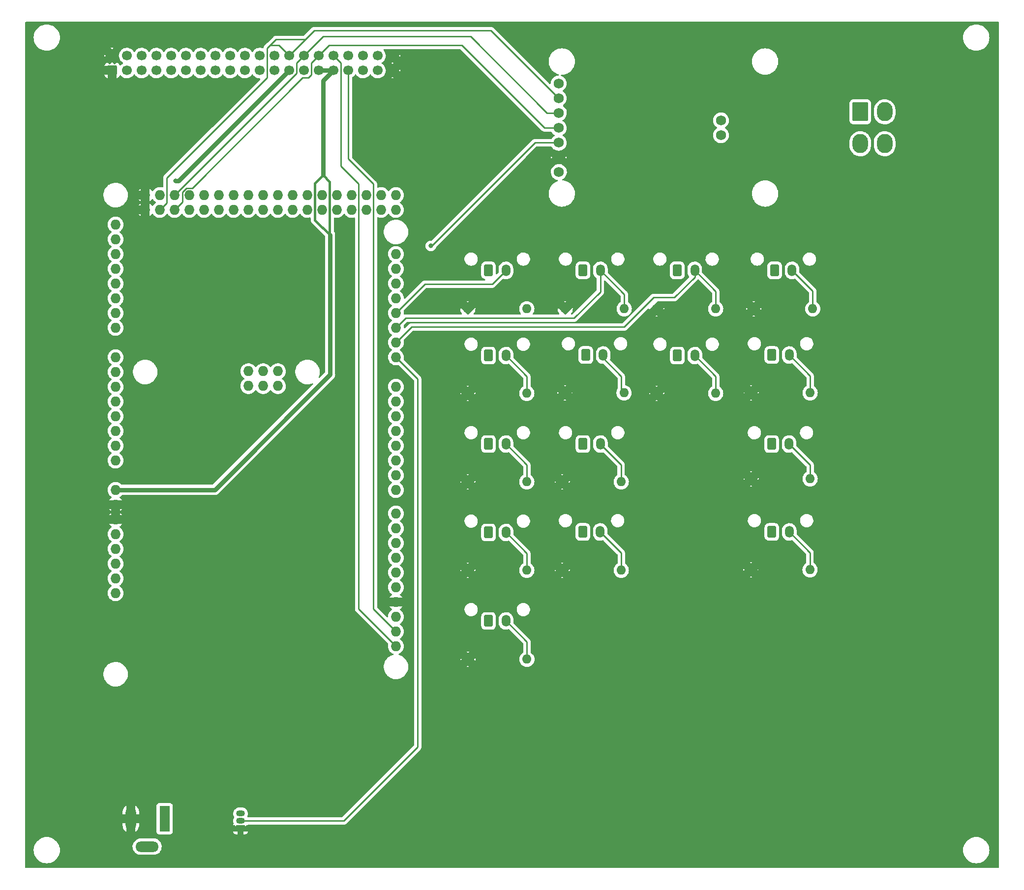
<source format=gbl>
%TF.GenerationSoftware,KiCad,Pcbnew,(6.0.8)*%
%TF.CreationDate,2022-12-20T11:47:50-06:00*%
%TF.ProjectId,Control Box,436f6e74-726f-46c2-9042-6f782e6b6963,rev?*%
%TF.SameCoordinates,Original*%
%TF.FileFunction,Copper,L2,Bot*%
%TF.FilePolarity,Positive*%
%FSLAX46Y46*%
G04 Gerber Fmt 4.6, Leading zero omitted, Abs format (unit mm)*
G04 Created by KiCad (PCBNEW (6.0.8)) date 2022-12-20 11:47:50*
%MOMM*%
%LPD*%
G01*
G04 APERTURE LIST*
G04 Aperture macros list*
%AMRoundRect*
0 Rectangle with rounded corners*
0 $1 Rounding radius*
0 $2 $3 $4 $5 $6 $7 $8 $9 X,Y pos of 4 corners*
0 Add a 4 corners polygon primitive as box body*
4,1,4,$2,$3,$4,$5,$6,$7,$8,$9,$2,$3,0*
0 Add four circle primitives for the rounded corners*
1,1,$1+$1,$2,$3*
1,1,$1+$1,$4,$5*
1,1,$1+$1,$6,$7*
1,1,$1+$1,$8,$9*
0 Add four rect primitives between the rounded corners*
20,1,$1+$1,$2,$3,$4,$5,0*
20,1,$1+$1,$4,$5,$6,$7,0*
20,1,$1+$1,$6,$7,$8,$9,0*
20,1,$1+$1,$8,$9,$2,$3,0*%
G04 Aperture macros list end*
%TA.AperFunction,ComponentPad*%
%ADD10C,1.600000*%
%TD*%
%TA.AperFunction,ComponentPad*%
%ADD11O,1.600000X1.600000*%
%TD*%
%TA.AperFunction,ComponentPad*%
%ADD12RoundRect,0.250001X-0.499999X-0.759999X0.499999X-0.759999X0.499999X0.759999X-0.499999X0.759999X0*%
%TD*%
%TA.AperFunction,ComponentPad*%
%ADD13O,1.500000X2.020000*%
%TD*%
%TA.AperFunction,ComponentPad*%
%ADD14R,1.500000X1.050000*%
%TD*%
%TA.AperFunction,ComponentPad*%
%ADD15O,1.500000X1.050000*%
%TD*%
%TA.AperFunction,ComponentPad*%
%ADD16R,1.800000X4.400000*%
%TD*%
%TA.AperFunction,ComponentPad*%
%ADD17O,1.800000X4.000000*%
%TD*%
%TA.AperFunction,ComponentPad*%
%ADD18O,4.000000X1.800000*%
%TD*%
%TA.AperFunction,ComponentPad*%
%ADD19RoundRect,0.250001X-1.099999X-1.399999X1.099999X-1.399999X1.099999X1.399999X-1.099999X1.399999X0*%
%TD*%
%TA.AperFunction,ComponentPad*%
%ADD20O,2.700000X3.300000*%
%TD*%
%TA.AperFunction,ComponentPad*%
%ADD21RoundRect,0.250000X0.600000X-0.600000X0.600000X0.600000X-0.600000X0.600000X-0.600000X-0.600000X0*%
%TD*%
%TA.AperFunction,ComponentPad*%
%ADD22C,1.700000*%
%TD*%
%TA.AperFunction,ComponentPad*%
%ADD23C,1.727200*%
%TD*%
%TA.AperFunction,ComponentPad*%
%ADD24O,1.727200X1.727200*%
%TD*%
%TA.AperFunction,ViaPad*%
%ADD25C,0.800000*%
%TD*%
%TA.AperFunction,Conductor*%
%ADD26C,0.250000*%
%TD*%
%TA.AperFunction,Conductor*%
%ADD27C,0.750000*%
%TD*%
%TA.AperFunction,Conductor*%
%ADD28C,0.400000*%
%TD*%
G04 APERTURE END LIST*
D10*
%TO.P,R15,1*%
%TO.N,GND*%
X157988000Y-67725000D03*
D11*
%TO.P,R15,2*%
%TO.N,Igniter Armed Line*%
X168148000Y-67725000D03*
%TD*%
D10*
%TO.P,R14,1*%
%TO.N,GND*%
X173736000Y-67725000D03*
D11*
%TO.P,R14,2*%
%TO.N,BVAS Armed Line*%
X183896000Y-67725000D03*
%TD*%
D10*
%TO.P,R13,1*%
%TO.N,GND*%
X141224000Y-67725000D03*
D11*
%TO.P,R13,2*%
%TO.N,Fluid Panel Armed Line*%
X151384000Y-67725000D03*
%TD*%
D10*
%TO.P,R2,1*%
%TO.N,GND*%
X157480000Y-112776000D03*
D11*
%TO.P,R2,2*%
%TO.N,Supply Fill SW*%
X167640000Y-112776000D03*
%TD*%
D12*
%TO.P,SW5,1*%
%TO.N,+5V*%
X161036000Y-106172000D03*
D13*
%TO.P,SW5,2*%
%TO.N,Supply Fill SW*%
X164036000Y-106172000D03*
%TD*%
D12*
%TO.P,SW4,1*%
%TO.N,+5V*%
X144804000Y-75785000D03*
D13*
%TO.P,SW4,2*%
%TO.N,Supply Vent SW*%
X147804000Y-75785000D03*
%TD*%
D10*
%TO.P,R11,1*%
%TO.N,GND*%
X189992000Y-97028000D03*
D11*
%TO.P,R11,2*%
%TO.N,Extra 3 SW*%
X200152000Y-97028000D03*
%TD*%
D10*
%TO.P,R9,1*%
%TO.N,GND*%
X190452000Y-67725000D03*
D11*
%TO.P,R9,2*%
%TO.N,Extra 1 SW*%
X200612000Y-67725000D03*
%TD*%
D14*
%TO.P,U1,1,GND*%
%TO.N,GND*%
X102108000Y-157226000D03*
D15*
%TO.P,U1,2,DQ*%
%TO.N,Temp Sensor*%
X102108000Y-155956000D03*
%TO.P,U1,3,VDD*%
%TO.N,+5V*%
X102108000Y-154686000D03*
%TD*%
D12*
%TO.P,SW8,1*%
%TO.N,+5V*%
X177316000Y-75785000D03*
D13*
%TO.P,SW8,2*%
%TO.N,BVAS SW*%
X180316000Y-75785000D03*
%TD*%
D10*
%TO.P,R8,1*%
%TO.N,GND*%
X157964000Y-82203000D03*
D11*
%TO.P,R8,2*%
%TO.N,Ignition SW*%
X168124000Y-82203000D03*
%TD*%
D16*
%TO.P,J2,1*%
%TO.N,+12V*%
X89027000Y-155575000D03*
D17*
%TO.P,J2,2*%
%TO.N,GND*%
X83227000Y-155575000D03*
D18*
%TO.P,J2,3*%
%TO.N,N/C*%
X86027000Y-160375000D03*
%TD*%
D12*
%TO.P,SW1,1*%
%TO.N,+5V*%
X144804000Y-61115000D03*
D13*
%TO.P,SW1,2*%
%TO.N,Fluid Panel Armed Line*%
X147804000Y-61115000D03*
%TD*%
D12*
%TO.P,SW7,1*%
%TO.N,+5V*%
X144804000Y-106265000D03*
D13*
%TO.P,SW7,2*%
%TO.N,Auto Fill SW*%
X147804000Y-106265000D03*
%TD*%
D10*
%TO.P,R4,1*%
%TO.N,GND*%
X141224000Y-112776000D03*
D11*
%TO.P,R4,2*%
%TO.N,Auto Fill SW*%
X151384000Y-112776000D03*
%TD*%
D12*
%TO.P,SW12,1*%
%TO.N,+5V*%
X194056000Y-61121000D03*
D13*
%TO.P,SW12,2*%
%TO.N,Extra 1 SW*%
X197056000Y-61121000D03*
%TD*%
D12*
%TO.P,SW11,1*%
%TO.N,+5V*%
X144804000Y-121505000D03*
D13*
%TO.P,SW11,2*%
%TO.N,Emergency SW*%
X147804000Y-121505000D03*
%TD*%
D12*
%TO.P,SW15,1*%
%TO.N,+5V*%
X193572000Y-106172000D03*
D13*
%TO.P,SW15,2*%
%TO.N,Extra 4 SW*%
X196572000Y-106172000D03*
%TD*%
D12*
%TO.P,SW6,1*%
%TO.N,+5V*%
X144804000Y-91025000D03*
D13*
%TO.P,SW6,2*%
%TO.N,Run Tank Vent SW*%
X147804000Y-91025000D03*
%TD*%
D12*
%TO.P,SW9,1*%
%TO.N,+5V*%
X161060000Y-91025000D03*
D13*
%TO.P,SW9,2*%
%TO.N,Continuity SW*%
X164060000Y-91025000D03*
%TD*%
D10*
%TO.P,R12,1*%
%TO.N,GND*%
X189980000Y-112683000D03*
D11*
%TO.P,R12,2*%
%TO.N,Extra 4 SW*%
X200140000Y-112683000D03*
%TD*%
D19*
%TO.P,J1,1,Pin_1*%
%TO.N,CANH*%
X208788000Y-33782000D03*
D20*
%TO.P,J1,2,Pin_2*%
X212988000Y-33782000D03*
%TO.P,J1,3,Pin_3*%
%TO.N,CANL*%
X208788000Y-39282000D03*
%TO.P,J1,4,Pin_4*%
X212988000Y-39282000D03*
%TD*%
D10*
%TO.P,R1,1*%
%TO.N,GND*%
X141224000Y-82296000D03*
D11*
%TO.P,R1,2*%
%TO.N,Supply Vent SW*%
X151384000Y-82296000D03*
%TD*%
D12*
%TO.P,SW2,1*%
%TO.N,+5V*%
X177300000Y-61115000D03*
D13*
%TO.P,SW2,2*%
%TO.N,BVAS Armed Line*%
X180300000Y-61115000D03*
%TD*%
D21*
%TO.P,J3,1,Pin_1*%
%TO.N,GND*%
X80010000Y-26660500D03*
D22*
%TO.P,J3,2,Pin_2*%
X80010000Y-24120500D03*
%TO.P,J3,3,Pin_3*%
%TO.N,BVAS Relay LED*%
X82550000Y-26660500D03*
%TO.P,J3,4,Pin_4*%
%TO.N,BVAS LED*%
X82550000Y-24120500D03*
%TO.P,J3,5,Pin_5*%
%TO.N,BVAS Armed Line*%
X85090000Y-26660500D03*
%TO.P,J3,6,Pin_6*%
%TO.N,Run Vent Relay LED*%
X85090000Y-24120500D03*
%TO.P,J3,7,Pin_7*%
%TO.N,Igniter Continuity LED*%
X87630000Y-26660500D03*
%TO.P,J3,8,Pin_8*%
%TO.N,Run Vent LED*%
X87630000Y-24120500D03*
%TO.P,J3,9,Pin_9*%
%TO.N,Igniter LED*%
X90170000Y-26660500D03*
%TO.P,J3,10,Pin_10*%
%TO.N,Supply Vent Relay LED*%
X90170000Y-24120500D03*
%TO.P,J3,11,Pin_11*%
%TO.N,Igniter Relay LED*%
X92710000Y-26660500D03*
%TO.P,J3,12,Pin_12*%
%TO.N,Supply Fill Relay LED*%
X92710000Y-24120500D03*
%TO.P,J3,13,Pin_13*%
%TO.N,Igniter Armed Line*%
X95250000Y-26660500D03*
%TO.P,J3,14,Pin_14*%
%TO.N,Supply Fill LED*%
X95250000Y-24120500D03*
%TO.P,J3,15,Pin_15*%
%TO.N,D36*%
X97790000Y-26660500D03*
%TO.P,J3,16,Pin_16*%
%TO.N,Supply Vent LED*%
X97790000Y-24120500D03*
%TO.P,J3,17,Pin_17*%
%TO.N,D34*%
X100330000Y-26660500D03*
%TO.P,J3,18,Pin_18*%
%TO.N,Fluid Panel Armed Line*%
X100330000Y-24120500D03*
%TO.P,J3,19,Pin_19*%
%TO.N,D35*%
X102870000Y-26660500D03*
%TO.P,J3,20,Pin_20*%
%TO.N,Auto Fill LED*%
X102870000Y-24120500D03*
%TO.P,J3,21,Pin_21*%
%TO.N,D33*%
X105410000Y-26660500D03*
%TO.P,J3,22,Pin_22*%
%TO.N,AB COMMS LED*%
X105410000Y-24120500D03*
%TO.P,J3,23,Pin_23*%
%TO.N,D31*%
X107950000Y-26660500D03*
%TO.P,J3,24,Pin_24*%
%TO.N,Engine Node COMMS LED*%
X107950000Y-24120500D03*
%TO.P,J3,25,Pin_25*%
%TO.N,+3V3*%
X110490000Y-26660500D03*
%TO.P,J3,26,Pin_26*%
%TO.N,SCK*%
X110490000Y-24120500D03*
%TO.P,J3,27,Pin_27*%
%TO.N,+3V3*%
X113030000Y-26660500D03*
%TO.P,J3,28,Pin_28*%
%TO.N,MOSI*%
X113030000Y-24120500D03*
%TO.P,J3,29,Pin_29*%
%TO.N,+12V*%
X115570000Y-26660500D03*
%TO.P,J3,30,Pin_30*%
%TO.N,MISO*%
X115570000Y-24120500D03*
%TO.P,J3,31,Pin_31*%
%TO.N,+12V*%
X118110000Y-26660500D03*
%TO.P,J3,32,Pin_32*%
%TO.N,SCL*%
X118110000Y-24120500D03*
%TO.P,J3,33,Pin_33*%
%TO.N,SDA*%
X120650000Y-26660500D03*
%TO.P,J3,34,Pin_34*%
%TO.N,Actuator Box Temp 4 Digit*%
X120650000Y-24120500D03*
%TO.P,J3,35,Pin_35*%
%TO.N,+5V*%
X123190000Y-26660500D03*
%TO.P,J3,36,Pin_36*%
%TO.N,4 Digit CLK*%
X123190000Y-24120500D03*
%TO.P,J3,37,Pin_37*%
%TO.N,+5V*%
X125730000Y-26660500D03*
%TO.P,J3,38,Pin_38*%
%TO.N,Control Box Temp 4 Digit*%
X125730000Y-24120500D03*
%TO.P,J3,39,Pin_39*%
%TO.N,GND*%
X128270000Y-26660500D03*
%TO.P,J3,40,Pin_40*%
X128270000Y-24120500D03*
%TD*%
D10*
%TO.P,R6,1*%
%TO.N,GND*%
X157480000Y-97536000D03*
D11*
%TO.P,R6,2*%
%TO.N,Continuity SW*%
X167640000Y-97536000D03*
%TD*%
D12*
%TO.P,SW14,1*%
%TO.N,+5V*%
X193548000Y-91025000D03*
D13*
%TO.P,SW14,2*%
%TO.N,Extra 3 SW*%
X196548000Y-91025000D03*
%TD*%
D10*
%TO.P,R7,1*%
%TO.N,GND*%
X141248000Y-128109000D03*
D11*
%TO.P,R7,2*%
%TO.N,Emergency SW*%
X151408000Y-128109000D03*
%TD*%
D23*
%TO.P,CM1,1,VCC*%
%TO.N,+5V*%
X156915000Y-44168957D03*
%TO.P,CM1,2,GND*%
%TO.N,GND*%
X156883044Y-41619000D03*
%TO.P,CM1,3,CS*%
%TO.N,CAN CS*%
X156867776Y-39111945D03*
%TO.P,CM1,4,MISO*%
%TO.N,MISO*%
X156867776Y-36571945D03*
%TO.P,CM1,5,MOSI*%
%TO.N,MOSI*%
X156898312Y-33966055D03*
%TO.P,CM1,6,SCK*%
%TO.N,SCK*%
X156883044Y-31459000D03*
%TO.P,CM1,7,INT*%
%TO.N,unconnected-(CM1-Pad7)*%
X156883044Y-28919000D03*
%TO.P,CM1,8,CANL*%
%TO.N,CANL*%
X184823044Y-37809000D03*
%TO.P,CM1,9,CANH*%
%TO.N,CANH*%
X184823044Y-35269000D03*
%TD*%
D10*
%TO.P,R5,1*%
%TO.N,GND*%
X173736000Y-82296000D03*
D11*
%TO.P,R5,2*%
%TO.N,BVAS SW*%
X183896000Y-82296000D03*
%TD*%
D10*
%TO.P,R10,1*%
%TO.N,GND*%
X189992000Y-82203000D03*
D11*
%TO.P,R10,2*%
%TO.N,Extra 2 SW*%
X200152000Y-82203000D03*
%TD*%
D12*
%TO.P,SW3,1*%
%TO.N,+5V*%
X161060000Y-61115000D03*
D13*
%TO.P,SW3,2*%
%TO.N,Igniter Armed Line*%
X164060000Y-61115000D03*
%TD*%
D12*
%TO.P,SW13,1*%
%TO.N,+5V*%
X193572000Y-75692000D03*
D13*
%TO.P,SW13,2*%
%TO.N,Extra 2 SW*%
X196572000Y-75692000D03*
%TD*%
D10*
%TO.P,R3,1*%
%TO.N,GND*%
X141224000Y-97536000D03*
D11*
%TO.P,R3,2*%
%TO.N,Run Tank Vent SW*%
X151384000Y-97536000D03*
%TD*%
D12*
%TO.P,SW10,1*%
%TO.N,+5V*%
X161544000Y-75692000D03*
D13*
%TO.P,SW10,2*%
%TO.N,Ignition SW*%
X164544000Y-75692000D03*
%TD*%
D24*
%TO.P,XA1,*%
%TO.N,*%
X80605500Y-116713000D03*
%TO.P,XA1,3V3,3.3V*%
%TO.N,+3V3*%
X80605500Y-109093000D03*
%TO.P,XA1,5V1,5V*%
%TO.N,+5V*%
X80605500Y-106553000D03*
%TO.P,XA1,5V2,SPI_5V*%
%TO.N,unconnected-(XA1-Pad5V2)*%
X108545500Y-78486000D03*
%TO.P,XA1,5V3,5V*%
%TO.N,+5V*%
X128865500Y-50673000D03*
%TO.P,XA1,5V4,5V*%
X128865500Y-48133000D03*
%TO.P,XA1,A0,A0*%
%TO.N,unconnected-(XA1-PadA0)*%
X80605500Y-93853000D03*
%TO.P,XA1,A1,A1*%
%TO.N,unconnected-(XA1-PadA1)*%
X80605500Y-91313000D03*
%TO.P,XA1,A2,A2*%
%TO.N,unconnected-(XA1-PadA2)*%
X80605500Y-88773000D03*
%TO.P,XA1,A3,A3*%
%TO.N,unconnected-(XA1-PadA3)*%
X80605500Y-86233000D03*
%TO.P,XA1,A4,A4*%
%TO.N,unconnected-(XA1-PadA4)*%
X80605500Y-83693000D03*
%TO.P,XA1,A5,A5*%
%TO.N,unconnected-(XA1-PadA5)*%
X80605500Y-81153000D03*
%TO.P,XA1,A6,A6*%
%TO.N,unconnected-(XA1-PadA6)*%
X80605500Y-78613000D03*
%TO.P,XA1,A7,A7*%
%TO.N,unconnected-(XA1-PadA7)*%
X80605500Y-76073000D03*
%TO.P,XA1,A8,A8*%
%TO.N,unconnected-(XA1-PadA8)*%
X80605500Y-70993000D03*
%TO.P,XA1,A9,A9*%
%TO.N,unconnected-(XA1-PadA9)*%
X80605500Y-68453000D03*
%TO.P,XA1,A10,A10*%
%TO.N,unconnected-(XA1-PadA10)*%
X80605500Y-65913000D03*
%TO.P,XA1,A11,A11*%
%TO.N,unconnected-(XA1-PadA11)*%
X80605500Y-63373000D03*
%TO.P,XA1,A12,A12*%
%TO.N,unconnected-(XA1-PadA12)*%
X80605500Y-60833000D03*
%TO.P,XA1,A13,A13*%
%TO.N,unconnected-(XA1-PadA13)*%
X80605500Y-58293000D03*
%TO.P,XA1,A14,A14*%
%TO.N,unconnected-(XA1-PadA14)*%
X80605500Y-55753000D03*
%TO.P,XA1,A15,A15*%
%TO.N,unconnected-(XA1-PadA15)*%
X80605500Y-53213000D03*
%TO.P,XA1,AREF,AREF*%
%TO.N,unconnected-(XA1-PadAREF)*%
X128865500Y-120777000D03*
%TO.P,XA1,D0,D0_RX0*%
%TO.N,unconnected-(XA1-PadD0)*%
X128865500Y-81153000D03*
%TO.P,XA1,D1,D1_TX0*%
%TO.N,unconnected-(XA1-PadD1)*%
X128865500Y-83693000D03*
%TO.P,XA1,D2,D2_INT0*%
%TO.N,Extra 1 SW*%
X128865500Y-86233000D03*
%TO.P,XA1,D3,D3_INT1*%
%TO.N,Supply Vent SW*%
X128865500Y-88773000D03*
%TO.P,XA1,D4,D4*%
%TO.N,Ignition SW*%
X128865500Y-91313000D03*
%TO.P,XA1,D5,D5*%
%TO.N,BVAS SW*%
X128865500Y-93853000D03*
%TO.P,XA1,D6,D6*%
%TO.N,Extra 2 SW*%
X128865500Y-96393000D03*
%TO.P,XA1,D7,D7*%
%TO.N,Run Tank Vent SW*%
X128865500Y-98933000D03*
%TO.P,XA1,D8,D8*%
%TO.N,Continuity SW*%
X128865500Y-102997000D03*
%TO.P,XA1,D9,D9*%
%TO.N,Extra 3 SW*%
X128865500Y-105537000D03*
%TO.P,XA1,D10,D10*%
%TO.N,Auto Fill SW*%
X128865500Y-108077000D03*
%TO.P,XA1,D11,D11*%
%TO.N,Supply Fill SW*%
X128865500Y-110617000D03*
%TO.P,XA1,D12,D12*%
%TO.N,Extra 4 SW*%
X128865500Y-113157000D03*
%TO.P,XA1,D13,D13*%
%TO.N,Emergency SW*%
X128865500Y-115697000D03*
%TO.P,XA1,D14,D14_TX3*%
%TO.N,Temp Sensor*%
X128865500Y-76073000D03*
%TO.P,XA1,D15,D15_RX3*%
%TO.N,BVAS Armed Line*%
X128865500Y-73533000D03*
%TO.P,XA1,D16,D16_TX2*%
%TO.N,Igniter Armed Line*%
X128865500Y-70993000D03*
%TO.P,XA1,D17,D17_RX2*%
%TO.N,Fluid Panel Armed Line*%
X128865500Y-68453000D03*
%TO.P,XA1,D18,D18_TX1*%
%TO.N,unconnected-(XA1-PadD18)*%
X128865500Y-65913000D03*
%TO.P,XA1,D19,D19_RX1*%
%TO.N,unconnected-(XA1-PadD19)*%
X128865500Y-63373000D03*
%TO.P,XA1,D20,D20_SDA*%
%TO.N,unconnected-(XA1-PadD20)*%
X128865500Y-60833000D03*
%TO.P,XA1,D21,D21_SCL*%
%TO.N,unconnected-(XA1-PadD21)*%
X128865500Y-58293000D03*
%TO.P,XA1,D22,D22*%
%TO.N,unconnected-(XA1-PadD22)*%
X126325500Y-50673000D03*
%TO.P,XA1,D23,D23*%
%TO.N,unconnected-(XA1-PadD23)*%
X126325500Y-48133000D03*
%TO.P,XA1,D24,D24*%
%TO.N,unconnected-(XA1-PadD24)*%
X123785500Y-50673000D03*
%TO.P,XA1,D25,D25*%
%TO.N,unconnected-(XA1-PadD25)*%
X123785500Y-48133000D03*
%TO.P,XA1,D26,D26*%
%TO.N,unconnected-(XA1-PadD26)*%
X121245500Y-50673000D03*
%TO.P,XA1,D27,D27*%
%TO.N,unconnected-(XA1-PadD27)*%
X121245500Y-48133000D03*
%TO.P,XA1,D28,D28*%
%TO.N,unconnected-(XA1-PadD28)*%
X118705500Y-50673000D03*
%TO.P,XA1,D29,D29*%
%TO.N,Engine Node COMMS LED*%
X118705500Y-48133000D03*
%TO.P,XA1,D30,D30*%
%TO.N,AB COMMS LED*%
X116165500Y-50673000D03*
%TO.P,XA1,D31,D31*%
%TO.N,D31*%
X116165500Y-48133000D03*
%TO.P,XA1,D32,D32*%
%TO.N,Auto Fill LED*%
X113625500Y-50673000D03*
%TO.P,XA1,D33,D33*%
%TO.N,D33*%
X113625500Y-48133000D03*
%TO.P,XA1,D34,D34*%
%TO.N,D34*%
X111085500Y-50673000D03*
%TO.P,XA1,D35,D35*%
%TO.N,D35*%
X111085500Y-48133000D03*
%TO.P,XA1,D36,D36*%
%TO.N,D36*%
X108545500Y-50673000D03*
%TO.P,XA1,D37,D37*%
%TO.N,Supply Vent LED*%
X108545500Y-48133000D03*
%TO.P,XA1,D38,D38*%
%TO.N,Supply Fill Relay LED*%
X106005500Y-50673000D03*
%TO.P,XA1,D39,D39*%
%TO.N,Supply Fill LED*%
X106005500Y-48133000D03*
%TO.P,XA1,D40,D40*%
%TO.N,Supply Vent Relay LED*%
X103465500Y-50673000D03*
%TO.P,XA1,D41,D41*%
%TO.N,Igniter Relay LED*%
X103465500Y-48133000D03*
%TO.P,XA1,D42,D42*%
%TO.N,Run Vent LED*%
X100925500Y-50673000D03*
%TO.P,XA1,D43,D43*%
%TO.N,Igniter LED*%
X100925500Y-48133000D03*
%TO.P,XA1,D44,D44*%
%TO.N,Run Vent Relay LED*%
X98385500Y-50673000D03*
%TO.P,XA1,D45,D45*%
%TO.N,Igniter Continuity LED*%
X98385500Y-48133000D03*
%TO.P,XA1,D46,D46*%
%TO.N,BVAS Relay LED*%
X95845500Y-50673000D03*
%TO.P,XA1,D47,D47*%
%TO.N,BVAS LED*%
X95845500Y-48133000D03*
%TO.P,XA1,D48,D48*%
%TO.N,unconnected-(XA1-PadD48)*%
X93305500Y-50673000D03*
%TO.P,XA1,D49,D49*%
%TO.N,CAN CS*%
X93305500Y-48133000D03*
%TO.P,XA1,D50,D50*%
%TO.N,MISO*%
X90765500Y-50673000D03*
%TO.P,XA1,D51,D51*%
%TO.N,MOSI*%
X90765500Y-48133000D03*
%TO.P,XA1,D52,D52*%
%TO.N,SCK*%
X88225500Y-50673000D03*
%TO.P,XA1,D53,D53_SS*%
%TO.N,unconnected-(XA1-PadD53)*%
X88225500Y-48133000D03*
%TO.P,XA1,GND1,GND*%
%TO.N,GND*%
X128865500Y-118237000D03*
%TO.P,XA1,GND2,GND*%
X80605500Y-104013000D03*
%TO.P,XA1,GND3,GND*%
X80605500Y-101473000D03*
%TO.P,XA1,GND4,SPI_GND*%
%TO.N,unconnected-(XA1-PadGND4)*%
X103465500Y-78486000D03*
%TO.P,XA1,GND5,GND*%
%TO.N,GND*%
X85685500Y-50673000D03*
%TO.P,XA1,GND6,GND*%
X85685500Y-48133000D03*
%TO.P,XA1,IORF,IOREF*%
%TO.N,unconnected-(XA1-PadIORF)*%
X80605500Y-114173000D03*
%TO.P,XA1,MISO,SPI_MISO*%
%TO.N,unconnected-(XA1-PadMISO)*%
X108545500Y-81026000D03*
%TO.P,XA1,MOSI,SPI_MOSI*%
%TO.N,unconnected-(XA1-PadMOSI)*%
X106005500Y-78486000D03*
%TO.P,XA1,RST1,RESET*%
%TO.N,unconnected-(XA1-PadRST1)*%
X80605500Y-111633000D03*
%TO.P,XA1,RST2,SPI_RESET*%
%TO.N,unconnected-(XA1-PadRST2)*%
X103465500Y-81026000D03*
%TO.P,XA1,SCK,SPI_SCK*%
%TO.N,unconnected-(XA1-PadSCK)*%
X106005500Y-81026000D03*
%TO.P,XA1,SCL,SCL*%
%TO.N,SCL*%
X128865500Y-125857000D03*
%TO.P,XA1,SDA,SDA*%
%TO.N,SDA*%
X128865500Y-123317000D03*
%TO.P,XA1,VIN,VIN*%
%TO.N,+12V*%
X80605500Y-98933000D03*
%TD*%
D25*
%TO.N,CAN CS*%
X134874000Y-56896000D03*
%TO.N,+3V3*%
X90932000Y-45720000D03*
%TD*%
D26*
%TO.N,MOSI*%
X111760000Y-25390500D02*
X113030000Y-24120500D01*
X111760000Y-27138500D02*
X111760000Y-25390500D01*
X90765500Y-48133000D02*
X111760000Y-27138500D01*
%TO.N,MISO*%
X114300000Y-25390500D02*
X115570000Y-24120500D01*
X114300000Y-27432000D02*
X114300000Y-25390500D01*
X113792000Y-27940000D02*
X114300000Y-27432000D01*
X112776000Y-27940000D02*
X113792000Y-27940000D01*
X92116900Y-47640665D02*
X92813165Y-46944400D01*
X92116900Y-49321600D02*
X92116900Y-47640665D01*
X93771600Y-46944400D02*
X112776000Y-27940000D01*
X90765500Y-50673000D02*
X92116900Y-49321600D01*
X92813165Y-46944400D02*
X93771600Y-46944400D01*
%TO.N,BVAS Armed Line*%
X180300000Y-62270000D02*
X180300000Y-61115000D01*
X176784000Y-65786000D02*
X180300000Y-62270000D01*
X168148000Y-70866000D02*
X173228000Y-65786000D01*
X173228000Y-65786000D02*
X176784000Y-65786000D01*
X131532500Y-70866000D02*
X168148000Y-70866000D01*
X128865500Y-73533000D02*
X131532500Y-70866000D01*
%TO.N,CAN CS*%
X134874000Y-56896000D02*
X135003722Y-56896000D01*
X135003722Y-56896000D02*
X152787777Y-39111945D01*
X152787777Y-39111945D02*
X156867776Y-39111945D01*
%TO.N,Igniter Armed Line*%
X130516500Y-69342000D02*
X128865500Y-70993000D01*
X159512000Y-69342000D02*
X130516500Y-69342000D01*
X164060000Y-64794000D02*
X159512000Y-69342000D01*
X164060000Y-61115000D02*
X164060000Y-64794000D01*
%TO.N,Fluid Panel Armed Line*%
X145419000Y-63500000D02*
X133818500Y-63500000D01*
X133818500Y-63500000D02*
X128865500Y-68453000D01*
X147804000Y-61115000D02*
X145419000Y-63500000D01*
%TO.N,BVAS Armed Line*%
X183896000Y-64711000D02*
X180300000Y-61115000D01*
X183896000Y-67725000D02*
X183896000Y-64711000D01*
%TO.N,Igniter Armed Line*%
X168148000Y-65203000D02*
X164060000Y-61115000D01*
X168148000Y-67725000D02*
X168148000Y-65203000D01*
%TO.N,SCL*%
X119380000Y-25390500D02*
X118110000Y-24120500D01*
X122434100Y-46234100D02*
X119380000Y-43180000D01*
X122434100Y-117849900D02*
X122434100Y-46234100D01*
X122428000Y-117856000D02*
X122434100Y-117849900D01*
X122428000Y-119419500D02*
X122428000Y-117856000D01*
X128865500Y-125857000D02*
X122428000Y-119419500D01*
X119380000Y-43180000D02*
X119380000Y-25390500D01*
%TO.N,MISO*%
X115570000Y-24120500D02*
X117338500Y-22352000D01*
X117338500Y-22352000D02*
X140208000Y-22352000D01*
X156867776Y-36571945D02*
X154427945Y-36571945D01*
X154427945Y-36571945D02*
X140208000Y-22352000D01*
%TO.N,MOSI*%
X116322500Y-20828000D02*
X141732000Y-20828000D01*
X154870055Y-33966055D02*
X141732000Y-20828000D01*
X156898312Y-33966055D02*
X154870055Y-33966055D01*
X113030000Y-24120500D02*
X116322500Y-20828000D01*
%TO.N,SCK*%
X145236044Y-19812000D02*
X114798500Y-19812000D01*
X89414100Y-49484400D02*
X89414100Y-45205900D01*
X156883044Y-31459000D02*
X145236044Y-19812000D01*
X108208750Y-21331250D02*
X113279250Y-21331250D01*
X110490000Y-24120500D02*
X113279250Y-21331250D01*
X107188000Y-22352000D02*
X108208750Y-21331250D01*
X89414100Y-45205900D02*
X106680000Y-27940000D01*
X114798500Y-19812000D02*
X113279250Y-21331250D01*
X110490000Y-24120500D02*
X108721500Y-22352000D01*
X106680000Y-22860000D02*
X107188000Y-22352000D01*
X88225500Y-50673000D02*
X89414100Y-49484400D01*
X106680000Y-27940000D02*
X106680000Y-22860000D01*
X108721500Y-22352000D02*
X107188000Y-22352000D01*
D27*
%TO.N,+12V*%
X116840000Y-79756000D02*
X97663000Y-98933000D01*
X118110000Y-26660500D02*
X116332000Y-28438500D01*
X116332000Y-28438500D02*
X116332000Y-44704000D01*
D28*
X114901900Y-47591900D02*
X114901900Y-52417900D01*
X117441900Y-45813900D02*
X117441900Y-54957900D01*
D27*
X115570000Y-26660500D02*
X118110000Y-26660500D01*
X116840000Y-79756000D02*
X117516900Y-79079100D01*
D28*
X114901900Y-46134100D02*
X114901900Y-47591900D01*
X116332000Y-44704000D02*
X115062000Y-45974000D01*
X116332000Y-44704000D02*
X117441900Y-45813900D01*
X115062000Y-45974000D02*
X114901900Y-46134100D01*
D27*
X97663000Y-98933000D02*
X80605500Y-98933000D01*
D28*
X114901900Y-52417900D02*
X117516900Y-55032900D01*
X117441900Y-54957900D02*
X117516900Y-55032900D01*
D27*
X117516900Y-55032900D02*
X117516900Y-79079100D01*
D26*
%TO.N,SDA*%
X124974100Y-119425600D02*
X128865500Y-123317000D01*
X124974100Y-46234100D02*
X124974100Y-119425600D01*
X120650000Y-41910000D02*
X124974100Y-46234100D01*
X120650000Y-26660500D02*
X120650000Y-41910000D01*
D27*
%TO.N,+3V3*%
X110490000Y-26660500D02*
X91430500Y-45720000D01*
X91430500Y-45720000D02*
X90932000Y-45720000D01*
D26*
%TO.N,Supply Vent SW*%
X151384000Y-82296000D02*
X151384000Y-79365000D01*
X151384000Y-79365000D02*
X147804000Y-75785000D01*
%TO.N,Supply Fill SW*%
X167640000Y-112776000D02*
X167640000Y-109776000D01*
X167640000Y-109776000D02*
X164036000Y-106172000D01*
%TO.N,Run Tank Vent SW*%
X151384000Y-94605000D02*
X147804000Y-91025000D01*
X151384000Y-97536000D02*
X151384000Y-94605000D01*
%TO.N,Auto Fill SW*%
X151384000Y-112776000D02*
X151384000Y-109845000D01*
X151384000Y-109845000D02*
X147804000Y-106265000D01*
%TO.N,BVAS SW*%
X183896000Y-82296000D02*
X183896000Y-79365000D01*
X183896000Y-79365000D02*
X180316000Y-75785000D01*
%TO.N,Continuity SW*%
X167616000Y-97536000D02*
X167616000Y-94605000D01*
X167616000Y-94605000D02*
X164036000Y-91025000D01*
%TO.N,Ignition SW*%
X167640000Y-82296000D02*
X167640000Y-79365000D01*
X167640000Y-79365000D02*
X164060000Y-75785000D01*
%TO.N,Emergency SW*%
X151408000Y-125109000D02*
X147804000Y-121505000D01*
X151408000Y-128109000D02*
X151408000Y-125109000D01*
%TO.N,Extra 1 SW*%
X200612000Y-67725000D02*
X200612000Y-64677000D01*
X200612000Y-64677000D02*
X197056000Y-61121000D01*
%TO.N,Extra 2 SW*%
X200152000Y-82203000D02*
X200152000Y-79272000D01*
X200152000Y-79272000D02*
X196572000Y-75692000D01*
%TO.N,Extra 3 SW*%
X200152000Y-97028000D02*
X200152000Y-94629000D01*
X200152000Y-94629000D02*
X196548000Y-91025000D01*
%TO.N,Extra 4 SW*%
X200140000Y-109740000D02*
X196572000Y-106172000D01*
X200140000Y-112683000D02*
X200140000Y-109740000D01*
%TO.N,Temp Sensor*%
X132588000Y-79795500D02*
X128865500Y-76073000D01*
X102108000Y-155956000D02*
X119888000Y-155956000D01*
X119888000Y-155956000D02*
X132588000Y-143256000D01*
X132588000Y-143256000D02*
X132588000Y-79795500D01*
%TD*%
%TA.AperFunction,Conductor*%
%TO.N,GND*%
G36*
X232605621Y-18308502D02*
G01*
X232652114Y-18362158D01*
X232663500Y-18414500D01*
X232663500Y-163957500D01*
X232643498Y-164025621D01*
X232589842Y-164072114D01*
X232537500Y-164083500D01*
X65150500Y-164083500D01*
X65082379Y-164063498D01*
X65035886Y-164009842D01*
X65024500Y-163957500D01*
X65024500Y-161000000D01*
X66486654Y-161000000D01*
X66486924Y-161004119D01*
X66494513Y-161119900D01*
X66506017Y-161295426D01*
X66506819Y-161299459D01*
X66506820Y-161299465D01*
X66554662Y-161539978D01*
X66563776Y-161585797D01*
X66565103Y-161589706D01*
X66565104Y-161589710D01*
X66630863Y-161783430D01*
X66658941Y-161866145D01*
X66789885Y-162131673D01*
X66954367Y-162377838D01*
X66957081Y-162380932D01*
X66957085Y-162380938D01*
X67146864Y-162597338D01*
X67149573Y-162600427D01*
X67152662Y-162603136D01*
X67369062Y-162792915D01*
X67369068Y-162792919D01*
X67372162Y-162795633D01*
X67375588Y-162797922D01*
X67375593Y-162797926D01*
X67559405Y-162920744D01*
X67618327Y-162960115D01*
X67622026Y-162961939D01*
X67622031Y-162961942D01*
X67758313Y-163029148D01*
X67883855Y-163091059D01*
X67887760Y-163092384D01*
X67887761Y-163092385D01*
X68160290Y-163184896D01*
X68160294Y-163184897D01*
X68164203Y-163186224D01*
X68168247Y-163187028D01*
X68168253Y-163187030D01*
X68450535Y-163243180D01*
X68450541Y-163243181D01*
X68454574Y-163243983D01*
X68458679Y-163244252D01*
X68458686Y-163244253D01*
X68745881Y-163263076D01*
X68750000Y-163263346D01*
X68754119Y-163263076D01*
X69041314Y-163244253D01*
X69041321Y-163244252D01*
X69045426Y-163243983D01*
X69049459Y-163243181D01*
X69049465Y-163243180D01*
X69331747Y-163187030D01*
X69331753Y-163187028D01*
X69335797Y-163186224D01*
X69339706Y-163184897D01*
X69339710Y-163184896D01*
X69612239Y-163092385D01*
X69612240Y-163092384D01*
X69616145Y-163091059D01*
X69741687Y-163029148D01*
X69877969Y-162961942D01*
X69877974Y-162961939D01*
X69881673Y-162960115D01*
X69940595Y-162920744D01*
X70124407Y-162797926D01*
X70124412Y-162797922D01*
X70127838Y-162795633D01*
X70130932Y-162792919D01*
X70130938Y-162792915D01*
X70347338Y-162603136D01*
X70350427Y-162600427D01*
X70353136Y-162597338D01*
X70542915Y-162380938D01*
X70542919Y-162380932D01*
X70545633Y-162377838D01*
X70710115Y-162131673D01*
X70841059Y-161866145D01*
X70869137Y-161783430D01*
X70934896Y-161589710D01*
X70934897Y-161589706D01*
X70936224Y-161585797D01*
X70945338Y-161539978D01*
X70993180Y-161299465D01*
X70993181Y-161299459D01*
X70993983Y-161295426D01*
X71005488Y-161119900D01*
X71013076Y-161004119D01*
X71013346Y-161000000D01*
X70999006Y-160781211D01*
X70994253Y-160708686D01*
X70994252Y-160708679D01*
X70993983Y-160704574D01*
X70989822Y-160683651D01*
X70937030Y-160418253D01*
X70937028Y-160418247D01*
X70936224Y-160414203D01*
X70900313Y-160308411D01*
X83514977Y-160308411D01*
X83523945Y-160547274D01*
X83573030Y-160781211D01*
X83660829Y-161003533D01*
X83784832Y-161207883D01*
X83788329Y-161211913D01*
X83878090Y-161315353D01*
X83941493Y-161388419D01*
X83945619Y-161391802D01*
X83945623Y-161391806D01*
X84044629Y-161472985D01*
X84126333Y-161539978D01*
X84130969Y-161542617D01*
X84130972Y-161542619D01*
X84307387Y-161643040D01*
X84334066Y-161658227D01*
X84558753Y-161739784D01*
X84564002Y-161740733D01*
X84564005Y-161740734D01*
X84789885Y-161781580D01*
X84789893Y-161781581D01*
X84793969Y-161782318D01*
X84812359Y-161783185D01*
X84817544Y-161783430D01*
X84817551Y-161783430D01*
X84819032Y-161783500D01*
X87187012Y-161783500D01*
X87365175Y-161768383D01*
X87370339Y-161767043D01*
X87370343Y-161767042D01*
X87591375Y-161709673D01*
X87591380Y-161709671D01*
X87596540Y-161708332D01*
X87713636Y-161655584D01*
X87809619Y-161612347D01*
X87809622Y-161612346D01*
X87814480Y-161610157D01*
X88012762Y-161476666D01*
X88185718Y-161311674D01*
X88328402Y-161119900D01*
X88389363Y-161000000D01*
X226486654Y-161000000D01*
X226486924Y-161004119D01*
X226494513Y-161119900D01*
X226506017Y-161295426D01*
X226506819Y-161299459D01*
X226506820Y-161299465D01*
X226554662Y-161539978D01*
X226563776Y-161585797D01*
X226565103Y-161589706D01*
X226565104Y-161589710D01*
X226630863Y-161783430D01*
X226658941Y-161866145D01*
X226789885Y-162131673D01*
X226954367Y-162377838D01*
X226957081Y-162380932D01*
X226957085Y-162380938D01*
X227146864Y-162597338D01*
X227149573Y-162600427D01*
X227152662Y-162603136D01*
X227369062Y-162792915D01*
X227369068Y-162792919D01*
X227372162Y-162795633D01*
X227375588Y-162797922D01*
X227375593Y-162797926D01*
X227559405Y-162920744D01*
X227618327Y-162960115D01*
X227622026Y-162961939D01*
X227622031Y-162961942D01*
X227758313Y-163029148D01*
X227883855Y-163091059D01*
X227887760Y-163092384D01*
X227887761Y-163092385D01*
X228160290Y-163184896D01*
X228160294Y-163184897D01*
X228164203Y-163186224D01*
X228168247Y-163187028D01*
X228168253Y-163187030D01*
X228450535Y-163243180D01*
X228450541Y-163243181D01*
X228454574Y-163243983D01*
X228458679Y-163244252D01*
X228458686Y-163244253D01*
X228745881Y-163263076D01*
X228750000Y-163263346D01*
X228754119Y-163263076D01*
X229041314Y-163244253D01*
X229041321Y-163244252D01*
X229045426Y-163243983D01*
X229049459Y-163243181D01*
X229049465Y-163243180D01*
X229331747Y-163187030D01*
X229331753Y-163187028D01*
X229335797Y-163186224D01*
X229339706Y-163184897D01*
X229339710Y-163184896D01*
X229612239Y-163092385D01*
X229612240Y-163092384D01*
X229616145Y-163091059D01*
X229741687Y-163029148D01*
X229877969Y-162961942D01*
X229877974Y-162961939D01*
X229881673Y-162960115D01*
X229940595Y-162920744D01*
X230124407Y-162797926D01*
X230124412Y-162797922D01*
X230127838Y-162795633D01*
X230130932Y-162792919D01*
X230130938Y-162792915D01*
X230347338Y-162603136D01*
X230350427Y-162600427D01*
X230353136Y-162597338D01*
X230542915Y-162380938D01*
X230542919Y-162380932D01*
X230545633Y-162377838D01*
X230710115Y-162131673D01*
X230841059Y-161866145D01*
X230869137Y-161783430D01*
X230934896Y-161589710D01*
X230934897Y-161589706D01*
X230936224Y-161585797D01*
X230945338Y-161539978D01*
X230993180Y-161299465D01*
X230993181Y-161299459D01*
X230993983Y-161295426D01*
X231005488Y-161119900D01*
X231013076Y-161004119D01*
X231013346Y-161000000D01*
X230999006Y-160781211D01*
X230994253Y-160708686D01*
X230994252Y-160708679D01*
X230993983Y-160704574D01*
X230989822Y-160683651D01*
X230937030Y-160418253D01*
X230937028Y-160418247D01*
X230936224Y-160414203D01*
X230864438Y-160202726D01*
X230842385Y-160137761D01*
X230842384Y-160137760D01*
X230841059Y-160133855D01*
X230762235Y-159974016D01*
X230711942Y-159872031D01*
X230711939Y-159872026D01*
X230710115Y-159868327D01*
X230625642Y-159741904D01*
X230547926Y-159625593D01*
X230547922Y-159625588D01*
X230545633Y-159622162D01*
X230542919Y-159619068D01*
X230542915Y-159619062D01*
X230353136Y-159402662D01*
X230350427Y-159399573D01*
X230307106Y-159361581D01*
X230130938Y-159207085D01*
X230130932Y-159207081D01*
X230127838Y-159204367D01*
X230124412Y-159202078D01*
X230124407Y-159202074D01*
X229885106Y-159042179D01*
X229881673Y-159039885D01*
X229877974Y-159038061D01*
X229877969Y-159038058D01*
X229732863Y-158966500D01*
X229616145Y-158908941D01*
X229612239Y-158907615D01*
X229339710Y-158815104D01*
X229339706Y-158815103D01*
X229335797Y-158813776D01*
X229331753Y-158812972D01*
X229331747Y-158812970D01*
X229049465Y-158756820D01*
X229049459Y-158756819D01*
X229045426Y-158756017D01*
X229041321Y-158755748D01*
X229041314Y-158755747D01*
X228754119Y-158736924D01*
X228750000Y-158736654D01*
X228745881Y-158736924D01*
X228458686Y-158755747D01*
X228458679Y-158755748D01*
X228454574Y-158756017D01*
X228450541Y-158756819D01*
X228450535Y-158756820D01*
X228168253Y-158812970D01*
X228168247Y-158812972D01*
X228164203Y-158813776D01*
X228160294Y-158815103D01*
X228160290Y-158815104D01*
X227887761Y-158907615D01*
X227883855Y-158908941D01*
X227767137Y-158966500D01*
X227622031Y-159038058D01*
X227622026Y-159038061D01*
X227618327Y-159039885D01*
X227614894Y-159042179D01*
X227375593Y-159202074D01*
X227375588Y-159202078D01*
X227372162Y-159204367D01*
X227369068Y-159207081D01*
X227369062Y-159207085D01*
X227192894Y-159361581D01*
X227149573Y-159399573D01*
X227146864Y-159402662D01*
X226957085Y-159619062D01*
X226957081Y-159619068D01*
X226954367Y-159622162D01*
X226952078Y-159625588D01*
X226952074Y-159625593D01*
X226874358Y-159741904D01*
X226789885Y-159868327D01*
X226788061Y-159872026D01*
X226788058Y-159872031D01*
X226737765Y-159974016D01*
X226658941Y-160133855D01*
X226657616Y-160137760D01*
X226657615Y-160137761D01*
X226635563Y-160202726D01*
X226563776Y-160414203D01*
X226562972Y-160418247D01*
X226562970Y-160418253D01*
X226510179Y-160683651D01*
X226506017Y-160704574D01*
X226505748Y-160708679D01*
X226505747Y-160708686D01*
X226500994Y-160781211D01*
X226486654Y-161000000D01*
X88389363Y-161000000D01*
X88391457Y-160995881D01*
X88434314Y-160911586D01*
X88434314Y-160911585D01*
X88436733Y-160906828D01*
X88500789Y-160700535D01*
X88506032Y-160683651D01*
X88506033Y-160683645D01*
X88507616Y-160678548D01*
X88539023Y-160441589D01*
X88530055Y-160202726D01*
X88480970Y-159968789D01*
X88393171Y-159746467D01*
X88269168Y-159542117D01*
X88179103Y-159438326D01*
X88116007Y-159365614D01*
X88116005Y-159365612D01*
X88112507Y-159361581D01*
X88108381Y-159358198D01*
X88108377Y-159358194D01*
X87931795Y-159213407D01*
X87927667Y-159210022D01*
X87923031Y-159207383D01*
X87923028Y-159207381D01*
X87724577Y-159094416D01*
X87719934Y-159091773D01*
X87495247Y-159010216D01*
X87489998Y-159009267D01*
X87489995Y-159009266D01*
X87264115Y-158968420D01*
X87264107Y-158968419D01*
X87260031Y-158967682D01*
X87241641Y-158966815D01*
X87236456Y-158966570D01*
X87236449Y-158966570D01*
X87234968Y-158966500D01*
X84866988Y-158966500D01*
X84688825Y-158981617D01*
X84683661Y-158982957D01*
X84683657Y-158982958D01*
X84462625Y-159040327D01*
X84462620Y-159040329D01*
X84457460Y-159041668D01*
X84452594Y-159043860D01*
X84244381Y-159137653D01*
X84244378Y-159137654D01*
X84239520Y-159139843D01*
X84041238Y-159273334D01*
X83868282Y-159438326D01*
X83725598Y-159630100D01*
X83723182Y-159634851D01*
X83723180Y-159634855D01*
X83619686Y-159838414D01*
X83617267Y-159843172D01*
X83608306Y-159872031D01*
X83547968Y-160066349D01*
X83547967Y-160066355D01*
X83546384Y-160071452D01*
X83514977Y-160308411D01*
X70900313Y-160308411D01*
X70864438Y-160202726D01*
X70842385Y-160137761D01*
X70842384Y-160137760D01*
X70841059Y-160133855D01*
X70762235Y-159974016D01*
X70711942Y-159872031D01*
X70711939Y-159872026D01*
X70710115Y-159868327D01*
X70625642Y-159741904D01*
X70547926Y-159625593D01*
X70547922Y-159625588D01*
X70545633Y-159622162D01*
X70542919Y-159619068D01*
X70542915Y-159619062D01*
X70353136Y-159402662D01*
X70350427Y-159399573D01*
X70307106Y-159361581D01*
X70130938Y-159207085D01*
X70130932Y-159207081D01*
X70127838Y-159204367D01*
X70124412Y-159202078D01*
X70124407Y-159202074D01*
X69885106Y-159042179D01*
X69881673Y-159039885D01*
X69877974Y-159038061D01*
X69877969Y-159038058D01*
X69732863Y-158966500D01*
X69616145Y-158908941D01*
X69612239Y-158907615D01*
X69339710Y-158815104D01*
X69339706Y-158815103D01*
X69335797Y-158813776D01*
X69331753Y-158812972D01*
X69331747Y-158812970D01*
X69049465Y-158756820D01*
X69049459Y-158756819D01*
X69045426Y-158756017D01*
X69041321Y-158755748D01*
X69041314Y-158755747D01*
X68754119Y-158736924D01*
X68750000Y-158736654D01*
X68745881Y-158736924D01*
X68458686Y-158755747D01*
X68458679Y-158755748D01*
X68454574Y-158756017D01*
X68450541Y-158756819D01*
X68450535Y-158756820D01*
X68168253Y-158812970D01*
X68168247Y-158812972D01*
X68164203Y-158813776D01*
X68160294Y-158815103D01*
X68160290Y-158815104D01*
X67887761Y-158907615D01*
X67883855Y-158908941D01*
X67767137Y-158966500D01*
X67622031Y-159038058D01*
X67622026Y-159038061D01*
X67618327Y-159039885D01*
X67614894Y-159042179D01*
X67375593Y-159202074D01*
X67375588Y-159202078D01*
X67372162Y-159204367D01*
X67369068Y-159207081D01*
X67369062Y-159207085D01*
X67192894Y-159361581D01*
X67149573Y-159399573D01*
X67146864Y-159402662D01*
X66957085Y-159619062D01*
X66957081Y-159619068D01*
X66954367Y-159622162D01*
X66952078Y-159625588D01*
X66952074Y-159625593D01*
X66874358Y-159741904D01*
X66789885Y-159868327D01*
X66788061Y-159872026D01*
X66788058Y-159872031D01*
X66737765Y-159974016D01*
X66658941Y-160133855D01*
X66657616Y-160137760D01*
X66657615Y-160137761D01*
X66635563Y-160202726D01*
X66563776Y-160414203D01*
X66562972Y-160418247D01*
X66562970Y-160418253D01*
X66510179Y-160683651D01*
X66506017Y-160704574D01*
X66505748Y-160708679D01*
X66505747Y-160708686D01*
X66500994Y-160781211D01*
X66486654Y-161000000D01*
X65024500Y-161000000D01*
X65024500Y-156732340D01*
X81819000Y-156732340D01*
X81819225Y-156737649D01*
X81833660Y-156907771D01*
X81835452Y-156918259D01*
X81892801Y-157139211D01*
X81896333Y-157149239D01*
X81990085Y-157357363D01*
X81995265Y-157366669D01*
X82122747Y-157556024D01*
X82129406Y-157564307D01*
X82286971Y-157729478D01*
X82294942Y-157736530D01*
X82450465Y-157852243D01*
X82462614Y-157856733D01*
X82465000Y-157847327D01*
X82465000Y-157841482D01*
X83989000Y-157841482D01*
X83992973Y-157855013D01*
X83993885Y-157855144D01*
X83999877Y-157852997D01*
X84049089Y-157823134D01*
X87618500Y-157823134D01*
X87625255Y-157885316D01*
X87676385Y-158021705D01*
X87763739Y-158138261D01*
X87880295Y-158225615D01*
X88016684Y-158276745D01*
X88078866Y-158283500D01*
X89975134Y-158283500D01*
X90037316Y-158276745D01*
X90173705Y-158225615D01*
X90290261Y-158138261D01*
X90377615Y-158021705D01*
X90428745Y-157885316D01*
X90435500Y-157823134D01*
X90435500Y-157795669D01*
X100850001Y-157795669D01*
X100850371Y-157802490D01*
X100855895Y-157853352D01*
X100859521Y-157868604D01*
X100904676Y-157989054D01*
X100913214Y-158004649D01*
X100989715Y-158106724D01*
X101002276Y-158119285D01*
X101104351Y-158195786D01*
X101119946Y-158204324D01*
X101240394Y-158249478D01*
X101255649Y-158253105D01*
X101306514Y-158258631D01*
X101313328Y-158259000D01*
X101564885Y-158259000D01*
X101580124Y-158254525D01*
X101581329Y-158253135D01*
X101583000Y-158245452D01*
X101583000Y-158240884D01*
X102633000Y-158240884D01*
X102637475Y-158256123D01*
X102638865Y-158257328D01*
X102646548Y-158258999D01*
X102902669Y-158258999D01*
X102909490Y-158258629D01*
X102960352Y-158253105D01*
X102975604Y-158249479D01*
X103096054Y-158204324D01*
X103111649Y-158195786D01*
X103213724Y-158119285D01*
X103226285Y-158106724D01*
X103302786Y-158004649D01*
X103311324Y-157989054D01*
X103356478Y-157868606D01*
X103360105Y-157853351D01*
X103365631Y-157802486D01*
X103366000Y-157795672D01*
X103366000Y-157769115D01*
X103361525Y-157753876D01*
X103360135Y-157752671D01*
X103352452Y-157751000D01*
X102651115Y-157751000D01*
X102635876Y-157755475D01*
X102634671Y-157756865D01*
X102633000Y-157764548D01*
X102633000Y-158240884D01*
X101583000Y-158240884D01*
X101583000Y-157769115D01*
X101578525Y-157753876D01*
X101577135Y-157752671D01*
X101569452Y-157751000D01*
X100868116Y-157751000D01*
X100852877Y-157755475D01*
X100851672Y-157756865D01*
X100850001Y-157764548D01*
X100850001Y-157795669D01*
X90435500Y-157795669D01*
X90435500Y-155948750D01*
X100844524Y-155948750D01*
X100862894Y-156150596D01*
X100919069Y-156341461D01*
X100920119Y-156345029D01*
X100919441Y-156345229D01*
X100925956Y-156411273D01*
X100912680Y-156448323D01*
X100904679Y-156462937D01*
X100859522Y-156583394D01*
X100855895Y-156598649D01*
X100850369Y-156649514D01*
X100850000Y-156656328D01*
X100850000Y-156682885D01*
X100854475Y-156698124D01*
X100855865Y-156699329D01*
X100863548Y-156701000D01*
X101117086Y-156701000D01*
X101185207Y-156721002D01*
X101198075Y-156730476D01*
X101296281Y-156812881D01*
X101301673Y-156815845D01*
X101301677Y-156815848D01*
X101468494Y-156907556D01*
X101473891Y-156910523D01*
X101667084Y-156971807D01*
X101673201Y-156972493D01*
X101673205Y-156972494D01*
X101747348Y-156980810D01*
X101824817Y-156989500D01*
X102384004Y-156989500D01*
X102534713Y-156974723D01*
X102728742Y-156916142D01*
X102907698Y-156820990D01*
X102918638Y-156812068D01*
X103020050Y-156729357D01*
X103085481Y-156701803D01*
X103099686Y-156701000D01*
X103347884Y-156701000D01*
X103363123Y-156696525D01*
X103364328Y-156695135D01*
X103365724Y-156688717D01*
X103399749Y-156626405D01*
X103462062Y-156592380D01*
X103488845Y-156589500D01*
X119809233Y-156589500D01*
X119820416Y-156590027D01*
X119827909Y-156591702D01*
X119835835Y-156591453D01*
X119835836Y-156591453D01*
X119895986Y-156589562D01*
X119899945Y-156589500D01*
X119927856Y-156589500D01*
X119931791Y-156589003D01*
X119931856Y-156588995D01*
X119943693Y-156588062D01*
X119975951Y-156587048D01*
X119979970Y-156586922D01*
X119987889Y-156586673D01*
X120007343Y-156581021D01*
X120026700Y-156577013D01*
X120038930Y-156575468D01*
X120038931Y-156575468D01*
X120046797Y-156574474D01*
X120054168Y-156571555D01*
X120054170Y-156571555D01*
X120087912Y-156558196D01*
X120099142Y-156554351D01*
X120133983Y-156544229D01*
X120133984Y-156544229D01*
X120141593Y-156542018D01*
X120148412Y-156537985D01*
X120148417Y-156537983D01*
X120159028Y-156531707D01*
X120176776Y-156523012D01*
X120195617Y-156515552D01*
X120231387Y-156489564D01*
X120241307Y-156483048D01*
X120272535Y-156464580D01*
X120272538Y-156464578D01*
X120279362Y-156460542D01*
X120293683Y-156446221D01*
X120308717Y-156433380D01*
X120318694Y-156426131D01*
X120325107Y-156421472D01*
X120353298Y-156387395D01*
X120361288Y-156378616D01*
X132980247Y-143759657D01*
X132988537Y-143752113D01*
X132995018Y-143748000D01*
X133041659Y-143698332D01*
X133044413Y-143695491D01*
X133064134Y-143675770D01*
X133066612Y-143672575D01*
X133074318Y-143663553D01*
X133099158Y-143637101D01*
X133104586Y-143631321D01*
X133114346Y-143613568D01*
X133125199Y-143597045D01*
X133132753Y-143587306D01*
X133137613Y-143581041D01*
X133155176Y-143540457D01*
X133160383Y-143529827D01*
X133181695Y-143491060D01*
X133183666Y-143483383D01*
X133183668Y-143483378D01*
X133186732Y-143471442D01*
X133193138Y-143452730D01*
X133198033Y-143441419D01*
X133201181Y-143434145D01*
X133202421Y-143426317D01*
X133202423Y-143426310D01*
X133208099Y-143390476D01*
X133210505Y-143378856D01*
X133219528Y-143343711D01*
X133219528Y-143343710D01*
X133221500Y-143336030D01*
X133221500Y-143315776D01*
X133223051Y-143296065D01*
X133224980Y-143283886D01*
X133226220Y-143276057D01*
X133222059Y-143232038D01*
X133221500Y-143220181D01*
X133221500Y-129400625D01*
X141038714Y-129400625D01*
X141049106Y-129404595D01*
X141242525Y-129421517D01*
X141253475Y-129421517D01*
X141446387Y-129404640D01*
X141457391Y-129400335D01*
X141451981Y-129390611D01*
X141260808Y-129199439D01*
X141246870Y-129191828D01*
X141245034Y-129191960D01*
X141238422Y-129196209D01*
X141044378Y-129390252D01*
X141038714Y-129400625D01*
X133221500Y-129400625D01*
X133221500Y-128114475D01*
X139935483Y-128114475D01*
X139952360Y-128307387D01*
X139956665Y-128318391D01*
X139966389Y-128312981D01*
X140157561Y-128121808D01*
X140163938Y-128110130D01*
X142330828Y-128110130D01*
X142330960Y-128111966D01*
X142335209Y-128118578D01*
X142529252Y-128312622D01*
X142539625Y-128318286D01*
X142543595Y-128307894D01*
X142560517Y-128114475D01*
X142560517Y-128103525D01*
X142543640Y-127910613D01*
X142539335Y-127899609D01*
X142529611Y-127905019D01*
X142338439Y-128096192D01*
X142330828Y-128110130D01*
X140163938Y-128110130D01*
X140165172Y-128107870D01*
X140165040Y-128106034D01*
X140160791Y-128099422D01*
X139966748Y-127905378D01*
X139956375Y-127899714D01*
X139952405Y-127910106D01*
X139935483Y-128103525D01*
X139935483Y-128114475D01*
X133221500Y-128114475D01*
X133221500Y-126817665D01*
X141038609Y-126817665D01*
X141044019Y-126827389D01*
X141235192Y-127018561D01*
X141249130Y-127026172D01*
X141250966Y-127026040D01*
X141257578Y-127021791D01*
X141451622Y-126827748D01*
X141457286Y-126817375D01*
X141446894Y-126813405D01*
X141253475Y-126796483D01*
X141242525Y-126796483D01*
X141049613Y-126813360D01*
X141038609Y-126817665D01*
X133221500Y-126817665D01*
X133221500Y-122315400D01*
X143545500Y-122315400D01*
X143545837Y-122318646D01*
X143545837Y-122318650D01*
X143555131Y-122408218D01*
X143556474Y-122421165D01*
X143612450Y-122588945D01*
X143705522Y-122739348D01*
X143830697Y-122864305D01*
X143836927Y-122868145D01*
X143836928Y-122868146D01*
X143974090Y-122952694D01*
X143981262Y-122957115D01*
X144033366Y-122974397D01*
X144142611Y-123010632D01*
X144142613Y-123010632D01*
X144149139Y-123012797D01*
X144155975Y-123013497D01*
X144155978Y-123013498D01*
X144199031Y-123017909D01*
X144253600Y-123023500D01*
X145354400Y-123023500D01*
X145357646Y-123023163D01*
X145357650Y-123023163D01*
X145453307Y-123013238D01*
X145453311Y-123013237D01*
X145460165Y-123012526D01*
X145466701Y-123010345D01*
X145466703Y-123010345D01*
X145616606Y-122960333D01*
X145627945Y-122956550D01*
X145778348Y-122863478D01*
X145903305Y-122738303D01*
X145907146Y-122732072D01*
X145992275Y-122593968D01*
X145992276Y-122593966D01*
X145996115Y-122587738D01*
X146051797Y-122419861D01*
X146052524Y-122412771D01*
X146062172Y-122318598D01*
X146062500Y-122315400D01*
X146062500Y-121821999D01*
X146545500Y-121821999D01*
X146560383Y-121988762D01*
X146561864Y-121994176D01*
X146561865Y-121994181D01*
X146592701Y-122106896D01*
X146619663Y-122205451D01*
X146716378Y-122408218D01*
X146847471Y-122590654D01*
X146914553Y-122655661D01*
X146999833Y-122738303D01*
X147008799Y-122746992D01*
X147195262Y-122872290D01*
X147400967Y-122962588D01*
X147406418Y-122963897D01*
X147406422Y-122963898D01*
X147611938Y-123013238D01*
X147619411Y-123015032D01*
X147703475Y-123019879D01*
X147838083Y-123027640D01*
X147838086Y-123027640D01*
X147843690Y-123027963D01*
X148066715Y-123000975D01*
X148252200Y-122943912D01*
X148323189Y-122943000D01*
X148378343Y-122975247D01*
X150737595Y-125334499D01*
X150771621Y-125396811D01*
X150774500Y-125423594D01*
X150774500Y-126889606D01*
X150754498Y-126957727D01*
X150720771Y-126992819D01*
X150568211Y-127099643D01*
X150568208Y-127099645D01*
X150563700Y-127102802D01*
X150401802Y-127264700D01*
X150398645Y-127269208D01*
X150398643Y-127269211D01*
X150371339Y-127308205D01*
X150270477Y-127452251D01*
X150268154Y-127457233D01*
X150268151Y-127457238D01*
X150192571Y-127619321D01*
X150173716Y-127659757D01*
X150114457Y-127880913D01*
X150094502Y-128109000D01*
X150114457Y-128337087D01*
X150173716Y-128558243D01*
X150176039Y-128563224D01*
X150176039Y-128563225D01*
X150268151Y-128760762D01*
X150268154Y-128760767D01*
X150270477Y-128765749D01*
X150401802Y-128953300D01*
X150563700Y-129115198D01*
X150568208Y-129118355D01*
X150568211Y-129118357D01*
X150646389Y-129173098D01*
X150751251Y-129246523D01*
X150756233Y-129248846D01*
X150756238Y-129248849D01*
X150832871Y-129284583D01*
X150958757Y-129343284D01*
X150964065Y-129344706D01*
X150964067Y-129344707D01*
X151174598Y-129401119D01*
X151174600Y-129401119D01*
X151179913Y-129402543D01*
X151408000Y-129422498D01*
X151636087Y-129402543D01*
X151641400Y-129401119D01*
X151641402Y-129401119D01*
X151851933Y-129344707D01*
X151851935Y-129344706D01*
X151857243Y-129343284D01*
X151983129Y-129284583D01*
X152059762Y-129248849D01*
X152059767Y-129248846D01*
X152064749Y-129246523D01*
X152169611Y-129173098D01*
X152247789Y-129118357D01*
X152247792Y-129118355D01*
X152252300Y-129115198D01*
X152414198Y-128953300D01*
X152545523Y-128765749D01*
X152547846Y-128760767D01*
X152547849Y-128760762D01*
X152639961Y-128563225D01*
X152639961Y-128563224D01*
X152642284Y-128558243D01*
X152701543Y-128337087D01*
X152721498Y-128109000D01*
X152701543Y-127880913D01*
X152642284Y-127659757D01*
X152623429Y-127619321D01*
X152547849Y-127457238D01*
X152547846Y-127457233D01*
X152545523Y-127452251D01*
X152444661Y-127308205D01*
X152417357Y-127269211D01*
X152417355Y-127269208D01*
X152414198Y-127264700D01*
X152252300Y-127102802D01*
X152247792Y-127099645D01*
X152247789Y-127099643D01*
X152095229Y-126992819D01*
X152050901Y-126937362D01*
X152041500Y-126889606D01*
X152041500Y-125187768D01*
X152042027Y-125176585D01*
X152043702Y-125169092D01*
X152041562Y-125101001D01*
X152041500Y-125097044D01*
X152041500Y-125069144D01*
X152040996Y-125065153D01*
X152040063Y-125053311D01*
X152038923Y-125017036D01*
X152038674Y-125009111D01*
X152033021Y-124989652D01*
X152029012Y-124970293D01*
X152028846Y-124968983D01*
X152026474Y-124950203D01*
X152023558Y-124942837D01*
X152023556Y-124942831D01*
X152010200Y-124909098D01*
X152006355Y-124897868D01*
X151996230Y-124863017D01*
X151996230Y-124863016D01*
X151994019Y-124855407D01*
X151983705Y-124837966D01*
X151975008Y-124820213D01*
X151970472Y-124808758D01*
X151967552Y-124801383D01*
X151941563Y-124765612D01*
X151935047Y-124755692D01*
X151916578Y-124724463D01*
X151912542Y-124717638D01*
X151898221Y-124703317D01*
X151885380Y-124688283D01*
X151878131Y-124678306D01*
X151873472Y-124671893D01*
X151839395Y-124643702D01*
X151830616Y-124635712D01*
X149099405Y-121904500D01*
X149065379Y-121842188D01*
X149062500Y-121815405D01*
X149062500Y-121188001D01*
X149059551Y-121154952D01*
X149051786Y-121067952D01*
X149047617Y-121021238D01*
X148988337Y-120804549D01*
X148976802Y-120780364D01*
X148932984Y-120688500D01*
X148891622Y-120601782D01*
X148760529Y-120419346D01*
X148634177Y-120296902D01*
X148603229Y-120266911D01*
X148603226Y-120266909D01*
X148599201Y-120263008D01*
X148412738Y-120137710D01*
X148207033Y-120047412D01*
X148201582Y-120046103D01*
X148201578Y-120046102D01*
X147994046Y-119996278D01*
X147994045Y-119996278D01*
X147988589Y-119994968D01*
X147904525Y-119990121D01*
X147769917Y-119982360D01*
X147769914Y-119982360D01*
X147764310Y-119982037D01*
X147541285Y-120009025D01*
X147326565Y-120075082D01*
X147321585Y-120077652D01*
X147321581Y-120077654D01*
X147188152Y-120146522D01*
X147126936Y-120178118D01*
X146948708Y-120314877D01*
X146797515Y-120481036D01*
X146794537Y-120485783D01*
X146794535Y-120485786D01*
X146733170Y-120583611D01*
X146678136Y-120671344D01*
X146594344Y-120879783D01*
X146548787Y-121099767D01*
X146545500Y-121156775D01*
X146545500Y-121821999D01*
X146062500Y-121821999D01*
X146062500Y-120694600D01*
X146061867Y-120688500D01*
X146052238Y-120595693D01*
X146052237Y-120595689D01*
X146051526Y-120588835D01*
X146037607Y-120547113D01*
X145997868Y-120428003D01*
X145995550Y-120421055D01*
X145902478Y-120270652D01*
X145777303Y-120145695D01*
X145771072Y-120141854D01*
X145632968Y-120056725D01*
X145632966Y-120056724D01*
X145626738Y-120052885D01*
X145499478Y-120010675D01*
X145465389Y-119999368D01*
X145465387Y-119999368D01*
X145458861Y-119997203D01*
X145452025Y-119996503D01*
X145452022Y-119996502D01*
X145408969Y-119992091D01*
X145354400Y-119986500D01*
X144253600Y-119986500D01*
X144250354Y-119986837D01*
X144250350Y-119986837D01*
X144154693Y-119996762D01*
X144154689Y-119996763D01*
X144147835Y-119997474D01*
X144141299Y-119999655D01*
X144141297Y-119999655D01*
X144022171Y-120039399D01*
X143980055Y-120053450D01*
X143829652Y-120146522D01*
X143704695Y-120271697D01*
X143700855Y-120277927D01*
X143700854Y-120277928D01*
X143624449Y-120401880D01*
X143611885Y-120422262D01*
X143556203Y-120590139D01*
X143555503Y-120596975D01*
X143555502Y-120596978D01*
X143554580Y-120605982D01*
X143545500Y-120694600D01*
X143545500Y-122315400D01*
X133221500Y-122315400D01*
X133221500Y-119635102D01*
X140659141Y-119635102D01*
X140660120Y-119640799D01*
X140660120Y-119640800D01*
X140672765Y-119714387D01*
X140694732Y-119842228D01*
X140767472Y-120039399D01*
X140770424Y-120044360D01*
X140770424Y-120044361D01*
X140850002Y-120178118D01*
X140874926Y-120220012D01*
X141013494Y-120378019D01*
X141018024Y-120381590D01*
X141138912Y-120476890D01*
X141178537Y-120508128D01*
X141183653Y-120510819D01*
X141183655Y-120510821D01*
X141347413Y-120596978D01*
X141364527Y-120605982D01*
X141565234Y-120668304D01*
X141570969Y-120668983D01*
X141570970Y-120668983D01*
X141601532Y-120672600D01*
X141735874Y-120688500D01*
X141857316Y-120688500D01*
X142013279Y-120674169D01*
X142018841Y-120672600D01*
X142018843Y-120672600D01*
X142114414Y-120645646D01*
X142215549Y-120617123D01*
X142404037Y-120524171D01*
X142410945Y-120519013D01*
X142567805Y-120401880D01*
X142567806Y-120401879D01*
X142572429Y-120398427D01*
X142595305Y-120373680D01*
X142711167Y-120248341D01*
X142711169Y-120248338D01*
X142715086Y-120244101D01*
X142827231Y-120066362D01*
X142905108Y-119871163D01*
X142906233Y-119865506D01*
X142906235Y-119865500D01*
X142944981Y-119670707D01*
X142944981Y-119670705D01*
X142946108Y-119665040D01*
X142946426Y-119640800D01*
X142946501Y-119635102D01*
X149659141Y-119635102D01*
X149660120Y-119640799D01*
X149660120Y-119640800D01*
X149672765Y-119714387D01*
X149694732Y-119842228D01*
X149767472Y-120039399D01*
X149770424Y-120044360D01*
X149770424Y-120044361D01*
X149850002Y-120178118D01*
X149874926Y-120220012D01*
X150013494Y-120378019D01*
X150018024Y-120381590D01*
X150138912Y-120476890D01*
X150178537Y-120508128D01*
X150183653Y-120510819D01*
X150183655Y-120510821D01*
X150347413Y-120596978D01*
X150364527Y-120605982D01*
X150565234Y-120668304D01*
X150570969Y-120668983D01*
X150570970Y-120668983D01*
X150601532Y-120672600D01*
X150735874Y-120688500D01*
X150857316Y-120688500D01*
X151013279Y-120674169D01*
X151018841Y-120672600D01*
X151018843Y-120672600D01*
X151114414Y-120645646D01*
X151215549Y-120617123D01*
X151404037Y-120524171D01*
X151410945Y-120519013D01*
X151567805Y-120401880D01*
X151567806Y-120401879D01*
X151572429Y-120398427D01*
X151595305Y-120373680D01*
X151711167Y-120248341D01*
X151711169Y-120248338D01*
X151715086Y-120244101D01*
X151827231Y-120066362D01*
X151905108Y-119871163D01*
X151906233Y-119865506D01*
X151906235Y-119865500D01*
X151944981Y-119670707D01*
X151944981Y-119670705D01*
X151946108Y-119665040D01*
X151946426Y-119640800D01*
X151948015Y-119519389D01*
X151948859Y-119454898D01*
X151933758Y-119367013D01*
X151914247Y-119253469D01*
X151914247Y-119253468D01*
X151913268Y-119247772D01*
X151840528Y-119050601D01*
X151816354Y-119009968D01*
X151736028Y-118874953D01*
X151736027Y-118874952D01*
X151733074Y-118869988D01*
X151594506Y-118711981D01*
X151429463Y-118581872D01*
X151424347Y-118579181D01*
X151424345Y-118579179D01*
X151248590Y-118486710D01*
X151248588Y-118486709D01*
X151243473Y-118484018D01*
X151042766Y-118421696D01*
X151037031Y-118421017D01*
X151037030Y-118421017D01*
X150988742Y-118415302D01*
X150872126Y-118401500D01*
X150750684Y-118401500D01*
X150594721Y-118415831D01*
X150589159Y-118417400D01*
X150589157Y-118417400D01*
X150493586Y-118444354D01*
X150392451Y-118472877D01*
X150203963Y-118565829D01*
X150035571Y-118691573D01*
X149892914Y-118845899D01*
X149780769Y-119023638D01*
X149702892Y-119218837D01*
X149701767Y-119224494D01*
X149701765Y-119224500D01*
X149667666Y-119395932D01*
X149661892Y-119424960D01*
X149661816Y-119430735D01*
X149661816Y-119430739D01*
X149660808Y-119507777D01*
X149659141Y-119635102D01*
X142946501Y-119635102D01*
X142948015Y-119519389D01*
X142948859Y-119454898D01*
X142933758Y-119367013D01*
X142914247Y-119253469D01*
X142914247Y-119253468D01*
X142913268Y-119247772D01*
X142840528Y-119050601D01*
X142816354Y-119009968D01*
X142736028Y-118874953D01*
X142736027Y-118874952D01*
X142733074Y-118869988D01*
X142594506Y-118711981D01*
X142429463Y-118581872D01*
X142424347Y-118579181D01*
X142424345Y-118579179D01*
X142248590Y-118486710D01*
X142248588Y-118486709D01*
X142243473Y-118484018D01*
X142042766Y-118421696D01*
X142037031Y-118421017D01*
X142037030Y-118421017D01*
X141988742Y-118415302D01*
X141872126Y-118401500D01*
X141750684Y-118401500D01*
X141594721Y-118415831D01*
X141589159Y-118417400D01*
X141589157Y-118417400D01*
X141493586Y-118444354D01*
X141392451Y-118472877D01*
X141203963Y-118565829D01*
X141035571Y-118691573D01*
X140892914Y-118845899D01*
X140780769Y-119023638D01*
X140702892Y-119218837D01*
X140701767Y-119224494D01*
X140701765Y-119224500D01*
X140667666Y-119395932D01*
X140661892Y-119424960D01*
X140661816Y-119430735D01*
X140661816Y-119430739D01*
X140660808Y-119507777D01*
X140659141Y-119635102D01*
X133221500Y-119635102D01*
X133221500Y-114067625D01*
X141014714Y-114067625D01*
X141025106Y-114071595D01*
X141218525Y-114088517D01*
X141229475Y-114088517D01*
X141422387Y-114071640D01*
X141433391Y-114067335D01*
X141427981Y-114057611D01*
X141236808Y-113866439D01*
X141222870Y-113858828D01*
X141221034Y-113858960D01*
X141214422Y-113863209D01*
X141020378Y-114057252D01*
X141014714Y-114067625D01*
X133221500Y-114067625D01*
X133221500Y-112781475D01*
X139911483Y-112781475D01*
X139928360Y-112974387D01*
X139932665Y-112985391D01*
X139942389Y-112979981D01*
X140133561Y-112788808D01*
X140139938Y-112777130D01*
X142306828Y-112777130D01*
X142306960Y-112778966D01*
X142311209Y-112785578D01*
X142505252Y-112979622D01*
X142515625Y-112985286D01*
X142519595Y-112974894D01*
X142536517Y-112781475D01*
X142536517Y-112770525D01*
X142519640Y-112577613D01*
X142515335Y-112566609D01*
X142505611Y-112572019D01*
X142314439Y-112763192D01*
X142306828Y-112777130D01*
X140139938Y-112777130D01*
X140141172Y-112774870D01*
X140141040Y-112773034D01*
X140136791Y-112766422D01*
X139942748Y-112572378D01*
X139932375Y-112566714D01*
X139928405Y-112577106D01*
X139911483Y-112770525D01*
X139911483Y-112781475D01*
X133221500Y-112781475D01*
X133221500Y-111484665D01*
X141014609Y-111484665D01*
X141020019Y-111494389D01*
X141211192Y-111685561D01*
X141225130Y-111693172D01*
X141226966Y-111693040D01*
X141233578Y-111688791D01*
X141427622Y-111494748D01*
X141433286Y-111484375D01*
X141422894Y-111480405D01*
X141229475Y-111463483D01*
X141218525Y-111463483D01*
X141025613Y-111480360D01*
X141014609Y-111484665D01*
X133221500Y-111484665D01*
X133221500Y-107075400D01*
X143545500Y-107075400D01*
X143545837Y-107078646D01*
X143545837Y-107078650D01*
X143555707Y-107173769D01*
X143556474Y-107181165D01*
X143558655Y-107187701D01*
X143558655Y-107187703D01*
X143580472Y-107253095D01*
X143612450Y-107348945D01*
X143705522Y-107499348D01*
X143830697Y-107624305D01*
X143836927Y-107628145D01*
X143836928Y-107628146D01*
X143974090Y-107712694D01*
X143981262Y-107717115D01*
X144035929Y-107735247D01*
X144142611Y-107770632D01*
X144142613Y-107770632D01*
X144149139Y-107772797D01*
X144155975Y-107773497D01*
X144155978Y-107773498D01*
X144199031Y-107777909D01*
X144253600Y-107783500D01*
X145354400Y-107783500D01*
X145357646Y-107783163D01*
X145357650Y-107783163D01*
X145453307Y-107773238D01*
X145453311Y-107773237D01*
X145460165Y-107772526D01*
X145466701Y-107770345D01*
X145466703Y-107770345D01*
X145616606Y-107720333D01*
X145627945Y-107716550D01*
X145778348Y-107623478D01*
X145903305Y-107498303D01*
X145938545Y-107441133D01*
X145992275Y-107353968D01*
X145992276Y-107353966D01*
X145996115Y-107347738D01*
X146023125Y-107266306D01*
X146049632Y-107186389D01*
X146049632Y-107186387D01*
X146051797Y-107179861D01*
X146052524Y-107172771D01*
X146061192Y-107088165D01*
X146062500Y-107075400D01*
X146062500Y-106581999D01*
X146545500Y-106581999D01*
X146560383Y-106748762D01*
X146561864Y-106754176D01*
X146561865Y-106754181D01*
X146594221Y-106872451D01*
X146619663Y-106965451D01*
X146622075Y-106970509D01*
X146622077Y-106970513D01*
X146629297Y-106985650D01*
X146716378Y-107168218D01*
X146847471Y-107350654D01*
X146858919Y-107361748D01*
X146999833Y-107498303D01*
X147008799Y-107506992D01*
X147195262Y-107632290D01*
X147400967Y-107722588D01*
X147406418Y-107723897D01*
X147406422Y-107723898D01*
X147611938Y-107773238D01*
X147619411Y-107775032D01*
X147703475Y-107779879D01*
X147838083Y-107787640D01*
X147838086Y-107787640D01*
X147843690Y-107787963D01*
X148066715Y-107760975D01*
X148252200Y-107703912D01*
X148323189Y-107703000D01*
X148378343Y-107735247D01*
X150713595Y-110070499D01*
X150747621Y-110132811D01*
X150750500Y-110159594D01*
X150750500Y-111556606D01*
X150730498Y-111624727D01*
X150696771Y-111659819D01*
X150544211Y-111766643D01*
X150544208Y-111766645D01*
X150539700Y-111769802D01*
X150377802Y-111931700D01*
X150374645Y-111936208D01*
X150374643Y-111936211D01*
X150355588Y-111963425D01*
X150246477Y-112119251D01*
X150244154Y-112124233D01*
X150244151Y-112124238D01*
X150152265Y-112321291D01*
X150149716Y-112326757D01*
X150148294Y-112332065D01*
X150148293Y-112332067D01*
X150116680Y-112450049D01*
X150090457Y-112547913D01*
X150070502Y-112776000D01*
X150090457Y-113004087D01*
X150091881Y-113009400D01*
X150091881Y-113009402D01*
X150133003Y-113162868D01*
X150149716Y-113225243D01*
X150152039Y-113230224D01*
X150152039Y-113230225D01*
X150244151Y-113427762D01*
X150244154Y-113427767D01*
X150246477Y-113432749D01*
X150377802Y-113620300D01*
X150539700Y-113782198D01*
X150544208Y-113785355D01*
X150544211Y-113785357D01*
X150597755Y-113822849D01*
X150727251Y-113913523D01*
X150732233Y-113915846D01*
X150732238Y-113915849D01*
X150929775Y-114007961D01*
X150934757Y-114010284D01*
X150940065Y-114011706D01*
X150940067Y-114011707D01*
X151150598Y-114068119D01*
X151150600Y-114068119D01*
X151155913Y-114069543D01*
X151384000Y-114089498D01*
X151612087Y-114069543D01*
X151617400Y-114068119D01*
X151617402Y-114068119D01*
X151619246Y-114067625D01*
X157270714Y-114067625D01*
X157281106Y-114071595D01*
X157474525Y-114088517D01*
X157485475Y-114088517D01*
X157678387Y-114071640D01*
X157689391Y-114067335D01*
X157683981Y-114057611D01*
X157492808Y-113866439D01*
X157478870Y-113858828D01*
X157477034Y-113858960D01*
X157470422Y-113863209D01*
X157276378Y-114057252D01*
X157270714Y-114067625D01*
X151619246Y-114067625D01*
X151827933Y-114011707D01*
X151827935Y-114011706D01*
X151833243Y-114010284D01*
X151838225Y-114007961D01*
X152035762Y-113915849D01*
X152035767Y-113915846D01*
X152040749Y-113913523D01*
X152170245Y-113822849D01*
X152223789Y-113785357D01*
X152223792Y-113785355D01*
X152228300Y-113782198D01*
X152390198Y-113620300D01*
X152521523Y-113432749D01*
X152523846Y-113427767D01*
X152523849Y-113427762D01*
X152615961Y-113230225D01*
X152615961Y-113230224D01*
X152618284Y-113225243D01*
X152634998Y-113162868D01*
X152676119Y-113009402D01*
X152676119Y-113009400D01*
X152677543Y-113004087D01*
X152697019Y-112781475D01*
X156167483Y-112781475D01*
X156184360Y-112974387D01*
X156188665Y-112985391D01*
X156198389Y-112979981D01*
X156389561Y-112788808D01*
X156395938Y-112777130D01*
X158562828Y-112777130D01*
X158562960Y-112778966D01*
X158567209Y-112785578D01*
X158761252Y-112979622D01*
X158771625Y-112985286D01*
X158775595Y-112974894D01*
X158792517Y-112781475D01*
X158792517Y-112770525D01*
X158775640Y-112577613D01*
X158771335Y-112566609D01*
X158761611Y-112572019D01*
X158570439Y-112763192D01*
X158562828Y-112777130D01*
X156395938Y-112777130D01*
X156397172Y-112774870D01*
X156397040Y-112773034D01*
X156392791Y-112766422D01*
X156198748Y-112572378D01*
X156188375Y-112566714D01*
X156184405Y-112577106D01*
X156167483Y-112770525D01*
X156167483Y-112781475D01*
X152697019Y-112781475D01*
X152697498Y-112776000D01*
X152677543Y-112547913D01*
X152651320Y-112450049D01*
X152619707Y-112332067D01*
X152619706Y-112332065D01*
X152618284Y-112326757D01*
X152615735Y-112321291D01*
X152523849Y-112124238D01*
X152523846Y-112124233D01*
X152521523Y-112119251D01*
X152412412Y-111963425D01*
X152393357Y-111936211D01*
X152393355Y-111936208D01*
X152390198Y-111931700D01*
X152228300Y-111769802D01*
X152223792Y-111766645D01*
X152223789Y-111766643D01*
X152071229Y-111659819D01*
X152026901Y-111604362D01*
X152017500Y-111556606D01*
X152017500Y-111484665D01*
X157270609Y-111484665D01*
X157276019Y-111494389D01*
X157467192Y-111685561D01*
X157481130Y-111693172D01*
X157482966Y-111693040D01*
X157489578Y-111688791D01*
X157683622Y-111494748D01*
X157689286Y-111484375D01*
X157678894Y-111480405D01*
X157485475Y-111463483D01*
X157474525Y-111463483D01*
X157281613Y-111480360D01*
X157270609Y-111484665D01*
X152017500Y-111484665D01*
X152017500Y-109923768D01*
X152018027Y-109912585D01*
X152019702Y-109905092D01*
X152017562Y-109837001D01*
X152017500Y-109833044D01*
X152017500Y-109805144D01*
X152016996Y-109801153D01*
X152016063Y-109789311D01*
X152015394Y-109768002D01*
X152014674Y-109745111D01*
X152009719Y-109728055D01*
X152009021Y-109725652D01*
X152005012Y-109706293D01*
X152003738Y-109696209D01*
X152002474Y-109686203D01*
X151999558Y-109678837D01*
X151999556Y-109678831D01*
X151986200Y-109645098D01*
X151982355Y-109633868D01*
X151972230Y-109599017D01*
X151972230Y-109599016D01*
X151970019Y-109591407D01*
X151959705Y-109573966D01*
X151951008Y-109556213D01*
X151946472Y-109544758D01*
X151943552Y-109537383D01*
X151917563Y-109501612D01*
X151911047Y-109491692D01*
X151908398Y-109487213D01*
X151888542Y-109453638D01*
X151874221Y-109439317D01*
X151861380Y-109424283D01*
X151854131Y-109414306D01*
X151849472Y-109407893D01*
X151815395Y-109379702D01*
X151806616Y-109371712D01*
X149417305Y-106982400D01*
X159777500Y-106982400D01*
X159777837Y-106985646D01*
X159777837Y-106985650D01*
X159787487Y-107078650D01*
X159788474Y-107088165D01*
X159844450Y-107255945D01*
X159937522Y-107406348D01*
X160062697Y-107531305D01*
X160068927Y-107535145D01*
X160068928Y-107535146D01*
X160206090Y-107619694D01*
X160213262Y-107624115D01*
X160244702Y-107634543D01*
X160374611Y-107677632D01*
X160374613Y-107677632D01*
X160381139Y-107679797D01*
X160387975Y-107680497D01*
X160387978Y-107680498D01*
X160431031Y-107684909D01*
X160485600Y-107690500D01*
X161586400Y-107690500D01*
X161589646Y-107690163D01*
X161589650Y-107690163D01*
X161685307Y-107680238D01*
X161685311Y-107680237D01*
X161692165Y-107679526D01*
X161698701Y-107677345D01*
X161698703Y-107677345D01*
X161848609Y-107627332D01*
X161859945Y-107623550D01*
X162010348Y-107530478D01*
X162135305Y-107405303D01*
X162166583Y-107354561D01*
X162224275Y-107260968D01*
X162224276Y-107260966D01*
X162228115Y-107254738D01*
X162283797Y-107086861D01*
X162284524Y-107079771D01*
X162294172Y-106985598D01*
X162294500Y-106982400D01*
X162294500Y-106488999D01*
X162777500Y-106488999D01*
X162777749Y-106491786D01*
X162777749Y-106491792D01*
X162783212Y-106553000D01*
X162792383Y-106655762D01*
X162793864Y-106661176D01*
X162793865Y-106661181D01*
X162816690Y-106744614D01*
X162851663Y-106872451D01*
X162854075Y-106877509D01*
X162854077Y-106877513D01*
X162873068Y-106917328D01*
X162948378Y-107075218D01*
X163079471Y-107257654D01*
X163088399Y-107266306D01*
X163231833Y-107405303D01*
X163240799Y-107413992D01*
X163427262Y-107539290D01*
X163632967Y-107629588D01*
X163638418Y-107630897D01*
X163638422Y-107630898D01*
X163843938Y-107680238D01*
X163851411Y-107682032D01*
X163935475Y-107686879D01*
X164070083Y-107694640D01*
X164070086Y-107694640D01*
X164075690Y-107694963D01*
X164298715Y-107667975D01*
X164484200Y-107610912D01*
X164555189Y-107610000D01*
X164610343Y-107642247D01*
X166969595Y-110001499D01*
X167003621Y-110063811D01*
X167006500Y-110090594D01*
X167006500Y-111556606D01*
X166986498Y-111624727D01*
X166952771Y-111659819D01*
X166800211Y-111766643D01*
X166800208Y-111766645D01*
X166795700Y-111769802D01*
X166633802Y-111931700D01*
X166630645Y-111936208D01*
X166630643Y-111936211D01*
X166611588Y-111963425D01*
X166502477Y-112119251D01*
X166500154Y-112124233D01*
X166500151Y-112124238D01*
X166408265Y-112321291D01*
X166405716Y-112326757D01*
X166404294Y-112332065D01*
X166404293Y-112332067D01*
X166372680Y-112450049D01*
X166346457Y-112547913D01*
X166326502Y-112776000D01*
X166346457Y-113004087D01*
X166347881Y-113009400D01*
X166347881Y-113009402D01*
X166389003Y-113162868D01*
X166405716Y-113225243D01*
X166408039Y-113230224D01*
X166408039Y-113230225D01*
X166500151Y-113427762D01*
X166500154Y-113427767D01*
X166502477Y-113432749D01*
X166633802Y-113620300D01*
X166795700Y-113782198D01*
X166800208Y-113785355D01*
X166800211Y-113785357D01*
X166853755Y-113822849D01*
X166983251Y-113913523D01*
X166988233Y-113915846D01*
X166988238Y-113915849D01*
X167185775Y-114007961D01*
X167190757Y-114010284D01*
X167196065Y-114011706D01*
X167196067Y-114011707D01*
X167406598Y-114068119D01*
X167406600Y-114068119D01*
X167411913Y-114069543D01*
X167640000Y-114089498D01*
X167868087Y-114069543D01*
X167873400Y-114068119D01*
X167873402Y-114068119D01*
X168083933Y-114011707D01*
X168083935Y-114011706D01*
X168089243Y-114010284D01*
X168094225Y-114007961D01*
X168165715Y-113974625D01*
X189770714Y-113974625D01*
X189781106Y-113978595D01*
X189974525Y-113995517D01*
X189985475Y-113995517D01*
X190178387Y-113978640D01*
X190189391Y-113974335D01*
X190183981Y-113964611D01*
X189992808Y-113773439D01*
X189978870Y-113765828D01*
X189977034Y-113765960D01*
X189970422Y-113770209D01*
X189776378Y-113964252D01*
X189770714Y-113974625D01*
X168165715Y-113974625D01*
X168291762Y-113915849D01*
X168291767Y-113915846D01*
X168296749Y-113913523D01*
X168426245Y-113822849D01*
X168479789Y-113785357D01*
X168479792Y-113785355D01*
X168484300Y-113782198D01*
X168646198Y-113620300D01*
X168777523Y-113432749D01*
X168779846Y-113427767D01*
X168779849Y-113427762D01*
X168871961Y-113230225D01*
X168871961Y-113230224D01*
X168874284Y-113225243D01*
X168890998Y-113162868D01*
X168932119Y-113009402D01*
X168932119Y-113009400D01*
X168933543Y-113004087D01*
X168953498Y-112776000D01*
X168945841Y-112688475D01*
X188667483Y-112688475D01*
X188684360Y-112881387D01*
X188688665Y-112892391D01*
X188698389Y-112886981D01*
X188889561Y-112695808D01*
X188895938Y-112684130D01*
X191062828Y-112684130D01*
X191062960Y-112685966D01*
X191067209Y-112692578D01*
X191261252Y-112886622D01*
X191271625Y-112892286D01*
X191275595Y-112881894D01*
X191292517Y-112688475D01*
X191292517Y-112677525D01*
X191275640Y-112484613D01*
X191271335Y-112473609D01*
X191261611Y-112479019D01*
X191070439Y-112670192D01*
X191062828Y-112684130D01*
X188895938Y-112684130D01*
X188897172Y-112681870D01*
X188897040Y-112680034D01*
X188892791Y-112673422D01*
X188698748Y-112479378D01*
X188688375Y-112473714D01*
X188684405Y-112484106D01*
X188667483Y-112677525D01*
X188667483Y-112688475D01*
X168945841Y-112688475D01*
X168933543Y-112547913D01*
X168907320Y-112450049D01*
X168875707Y-112332067D01*
X168875706Y-112332065D01*
X168874284Y-112326757D01*
X168871735Y-112321291D01*
X168779849Y-112124238D01*
X168779846Y-112124233D01*
X168777523Y-112119251D01*
X168668412Y-111963425D01*
X168649357Y-111936211D01*
X168649355Y-111936208D01*
X168646198Y-111931700D01*
X168484300Y-111769802D01*
X168479792Y-111766645D01*
X168479789Y-111766643D01*
X168327229Y-111659819D01*
X168282901Y-111604362D01*
X168273500Y-111556606D01*
X168273500Y-111391665D01*
X189770609Y-111391665D01*
X189776019Y-111401389D01*
X189967192Y-111592561D01*
X189981130Y-111600172D01*
X189982966Y-111600040D01*
X189989578Y-111595791D01*
X190183622Y-111401748D01*
X190189286Y-111391375D01*
X190178894Y-111387405D01*
X189985475Y-111370483D01*
X189974525Y-111370483D01*
X189781613Y-111387360D01*
X189770609Y-111391665D01*
X168273500Y-111391665D01*
X168273500Y-109854768D01*
X168274027Y-109843585D01*
X168275702Y-109836092D01*
X168275158Y-109818767D01*
X168273562Y-109768002D01*
X168273500Y-109764044D01*
X168273500Y-109736144D01*
X168272996Y-109732153D01*
X168272063Y-109720311D01*
X168271858Y-109713769D01*
X168270674Y-109676111D01*
X168265021Y-109656652D01*
X168261012Y-109637293D01*
X168260407Y-109632503D01*
X168258474Y-109617203D01*
X168255558Y-109609837D01*
X168255556Y-109609831D01*
X168242200Y-109576098D01*
X168238355Y-109564868D01*
X168228230Y-109530017D01*
X168228230Y-109530016D01*
X168226019Y-109522407D01*
X168215705Y-109504966D01*
X168207008Y-109487213D01*
X168202472Y-109475758D01*
X168199552Y-109468383D01*
X168173563Y-109432612D01*
X168167047Y-109422692D01*
X168144542Y-109384638D01*
X168130221Y-109370317D01*
X168117380Y-109355283D01*
X168112552Y-109348638D01*
X168105472Y-109338893D01*
X168071395Y-109310702D01*
X168062616Y-109302712D01*
X165742305Y-106982400D01*
X192313500Y-106982400D01*
X192313837Y-106985646D01*
X192313837Y-106985650D01*
X192323487Y-107078650D01*
X192324474Y-107088165D01*
X192380450Y-107255945D01*
X192473522Y-107406348D01*
X192598697Y-107531305D01*
X192604927Y-107535145D01*
X192604928Y-107535146D01*
X192742090Y-107619694D01*
X192749262Y-107624115D01*
X192780702Y-107634543D01*
X192910611Y-107677632D01*
X192910613Y-107677632D01*
X192917139Y-107679797D01*
X192923975Y-107680497D01*
X192923978Y-107680498D01*
X192967031Y-107684909D01*
X193021600Y-107690500D01*
X194122400Y-107690500D01*
X194125646Y-107690163D01*
X194125650Y-107690163D01*
X194221307Y-107680238D01*
X194221311Y-107680237D01*
X194228165Y-107679526D01*
X194234701Y-107677345D01*
X194234703Y-107677345D01*
X194384609Y-107627332D01*
X194395945Y-107623550D01*
X194546348Y-107530478D01*
X194671305Y-107405303D01*
X194702583Y-107354561D01*
X194760275Y-107260968D01*
X194760276Y-107260966D01*
X194764115Y-107254738D01*
X194819797Y-107086861D01*
X194820524Y-107079771D01*
X194830172Y-106985598D01*
X194830500Y-106982400D01*
X194830500Y-106488999D01*
X195313500Y-106488999D01*
X195313749Y-106491786D01*
X195313749Y-106491792D01*
X195319212Y-106553000D01*
X195328383Y-106655762D01*
X195329864Y-106661176D01*
X195329865Y-106661181D01*
X195352690Y-106744614D01*
X195387663Y-106872451D01*
X195390075Y-106877509D01*
X195390077Y-106877513D01*
X195409068Y-106917328D01*
X195484378Y-107075218D01*
X195615471Y-107257654D01*
X195624399Y-107266306D01*
X195767833Y-107405303D01*
X195776799Y-107413992D01*
X195963262Y-107539290D01*
X196168967Y-107629588D01*
X196174418Y-107630897D01*
X196174422Y-107630898D01*
X196379938Y-107680238D01*
X196387411Y-107682032D01*
X196471475Y-107686879D01*
X196606083Y-107694640D01*
X196606086Y-107694640D01*
X196611690Y-107694963D01*
X196834715Y-107667975D01*
X197020200Y-107610912D01*
X197091189Y-107610000D01*
X197146343Y-107642247D01*
X199469595Y-109965500D01*
X199503621Y-110027812D01*
X199506500Y-110054595D01*
X199506500Y-111463606D01*
X199486498Y-111531727D01*
X199452771Y-111566819D01*
X199300211Y-111673643D01*
X199300208Y-111673645D01*
X199295700Y-111676802D01*
X199133802Y-111838700D01*
X199130645Y-111843208D01*
X199130643Y-111843211D01*
X199090045Y-111901191D01*
X199002477Y-112026251D01*
X199000154Y-112031233D01*
X199000151Y-112031238D01*
X198944739Y-112150071D01*
X198905716Y-112233757D01*
X198904294Y-112239065D01*
X198904293Y-112239067D01*
X198848806Y-112446147D01*
X198846457Y-112454913D01*
X198826502Y-112683000D01*
X198846457Y-112911087D01*
X198847881Y-112916400D01*
X198847881Y-112916402D01*
X198873853Y-113013328D01*
X198905716Y-113132243D01*
X198908039Y-113137224D01*
X198908039Y-113137225D01*
X199000151Y-113334762D01*
X199000154Y-113334767D01*
X199002477Y-113339749D01*
X199075902Y-113444611D01*
X199130365Y-113522391D01*
X199133802Y-113527300D01*
X199295700Y-113689198D01*
X199300208Y-113692355D01*
X199300211Y-113692357D01*
X199378389Y-113747098D01*
X199483251Y-113820523D01*
X199488233Y-113822846D01*
X199488238Y-113822849D01*
X199675921Y-113910366D01*
X199690757Y-113917284D01*
X199696065Y-113918706D01*
X199696067Y-113918707D01*
X199906598Y-113975119D01*
X199906600Y-113975119D01*
X199911913Y-113976543D01*
X200140000Y-113996498D01*
X200368087Y-113976543D01*
X200373400Y-113975119D01*
X200373402Y-113975119D01*
X200583933Y-113918707D01*
X200583935Y-113918706D01*
X200589243Y-113917284D01*
X200604079Y-113910366D01*
X200791762Y-113822849D01*
X200791767Y-113822846D01*
X200796749Y-113820523D01*
X200901611Y-113747098D01*
X200979789Y-113692357D01*
X200979792Y-113692355D01*
X200984300Y-113689198D01*
X201146198Y-113527300D01*
X201149636Y-113522391D01*
X201204098Y-113444611D01*
X201277523Y-113339749D01*
X201279846Y-113334767D01*
X201279849Y-113334762D01*
X201371961Y-113137225D01*
X201371961Y-113137224D01*
X201374284Y-113132243D01*
X201406148Y-113013328D01*
X201432119Y-112916402D01*
X201432119Y-112916400D01*
X201433543Y-112911087D01*
X201453498Y-112683000D01*
X201433543Y-112454913D01*
X201431194Y-112446147D01*
X201375707Y-112239067D01*
X201375706Y-112239065D01*
X201374284Y-112233757D01*
X201335261Y-112150071D01*
X201279849Y-112031238D01*
X201279846Y-112031233D01*
X201277523Y-112026251D01*
X201189955Y-111901191D01*
X201149357Y-111843211D01*
X201149355Y-111843208D01*
X201146198Y-111838700D01*
X200984300Y-111676802D01*
X200979792Y-111673645D01*
X200979789Y-111673643D01*
X200827229Y-111566819D01*
X200782901Y-111511362D01*
X200773500Y-111463606D01*
X200773500Y-109818767D01*
X200774027Y-109807584D01*
X200775702Y-109800091D01*
X200773817Y-109740110D01*
X200773562Y-109732014D01*
X200773500Y-109728055D01*
X200773500Y-109700144D01*
X200772995Y-109696144D01*
X200772062Y-109684301D01*
X200770922Y-109648030D01*
X200770673Y-109640111D01*
X200765021Y-109620657D01*
X200761013Y-109601300D01*
X200759468Y-109589070D01*
X200759468Y-109589069D01*
X200758474Y-109581203D01*
X200752230Y-109565432D01*
X200742196Y-109540088D01*
X200738351Y-109528858D01*
X200728229Y-109494017D01*
X200728229Y-109494016D01*
X200726018Y-109486407D01*
X200721985Y-109479588D01*
X200721983Y-109479583D01*
X200715707Y-109468972D01*
X200707012Y-109451224D01*
X200699552Y-109432383D01*
X200686419Y-109414306D01*
X200673564Y-109396613D01*
X200667048Y-109386693D01*
X200648580Y-109355465D01*
X200648578Y-109355462D01*
X200644542Y-109348638D01*
X200630221Y-109334317D01*
X200617380Y-109319283D01*
X200605472Y-109302893D01*
X200571395Y-109274702D01*
X200562616Y-109266712D01*
X197867405Y-106571500D01*
X197833379Y-106509188D01*
X197830500Y-106482405D01*
X197830500Y-105855001D01*
X197827629Y-105822826D01*
X197818210Y-105717291D01*
X197815617Y-105688238D01*
X197783260Y-105569960D01*
X197775163Y-105540364D01*
X197756337Y-105471549D01*
X197749788Y-105457817D01*
X197700984Y-105355500D01*
X197659622Y-105268782D01*
X197528529Y-105086346D01*
X197413678Y-104975047D01*
X197371229Y-104933911D01*
X197371226Y-104933909D01*
X197367201Y-104930008D01*
X197180738Y-104804710D01*
X196975033Y-104714412D01*
X196969582Y-104713103D01*
X196969578Y-104713102D01*
X196762046Y-104663278D01*
X196762045Y-104663278D01*
X196756589Y-104661968D01*
X196672525Y-104657121D01*
X196537917Y-104649360D01*
X196537914Y-104649360D01*
X196532310Y-104649037D01*
X196309285Y-104676025D01*
X196094565Y-104742082D01*
X196089585Y-104744652D01*
X196089581Y-104744654D01*
X195921814Y-104831245D01*
X195894936Y-104845118D01*
X195890489Y-104848531D01*
X195890488Y-104848531D01*
X195879529Y-104856940D01*
X195716708Y-104981877D01*
X195565515Y-105148036D01*
X195562537Y-105152783D01*
X195562535Y-105152786D01*
X195471951Y-105297191D01*
X195446136Y-105338344D01*
X195362344Y-105546783D01*
X195316787Y-105766767D01*
X195313500Y-105823775D01*
X195313500Y-106488999D01*
X194830500Y-106488999D01*
X194830500Y-105361600D01*
X194830163Y-105358350D01*
X194820238Y-105262693D01*
X194820237Y-105262689D01*
X194819526Y-105255835D01*
X194816174Y-105245786D01*
X194765868Y-105095003D01*
X194763550Y-105088055D01*
X194670478Y-104937652D01*
X194545303Y-104812695D01*
X194539072Y-104808854D01*
X194400968Y-104723725D01*
X194400966Y-104723724D01*
X194394738Y-104719885D01*
X194267478Y-104677675D01*
X194233389Y-104666368D01*
X194233387Y-104666368D01*
X194226861Y-104664203D01*
X194220025Y-104663503D01*
X194220022Y-104663502D01*
X194176969Y-104659091D01*
X194122400Y-104653500D01*
X193021600Y-104653500D01*
X193018354Y-104653837D01*
X193018350Y-104653837D01*
X192922693Y-104663762D01*
X192922689Y-104663763D01*
X192915835Y-104664474D01*
X192909299Y-104666655D01*
X192909297Y-104666655D01*
X192805481Y-104701291D01*
X192748055Y-104720450D01*
X192597652Y-104813522D01*
X192472695Y-104938697D01*
X192468855Y-104944927D01*
X192468854Y-104944928D01*
X192392449Y-105068880D01*
X192379885Y-105089262D01*
X192377581Y-105096209D01*
X192327969Y-105245786D01*
X192324203Y-105257139D01*
X192323503Y-105263975D01*
X192323502Y-105263978D01*
X192320099Y-105297191D01*
X192313500Y-105361600D01*
X192313500Y-106982400D01*
X165742305Y-106982400D01*
X165331405Y-106571500D01*
X165297379Y-106509188D01*
X165294500Y-106482405D01*
X165294500Y-105855001D01*
X165291629Y-105822826D01*
X165282210Y-105717291D01*
X165279617Y-105688238D01*
X165247260Y-105569960D01*
X165239163Y-105540364D01*
X165220337Y-105471549D01*
X165213788Y-105457817D01*
X165164984Y-105355500D01*
X165123622Y-105268782D01*
X164992529Y-105086346D01*
X164877678Y-104975047D01*
X164835229Y-104933911D01*
X164835226Y-104933909D01*
X164831201Y-104930008D01*
X164644738Y-104804710D01*
X164439033Y-104714412D01*
X164433582Y-104713103D01*
X164433578Y-104713102D01*
X164226046Y-104663278D01*
X164226045Y-104663278D01*
X164220589Y-104661968D01*
X164136525Y-104657121D01*
X164001917Y-104649360D01*
X164001914Y-104649360D01*
X163996310Y-104649037D01*
X163773285Y-104676025D01*
X163558565Y-104742082D01*
X163553585Y-104744652D01*
X163553581Y-104744654D01*
X163385814Y-104831245D01*
X163358936Y-104845118D01*
X163354489Y-104848531D01*
X163354488Y-104848531D01*
X163343529Y-104856940D01*
X163180708Y-104981877D01*
X163029515Y-105148036D01*
X163026537Y-105152783D01*
X163026535Y-105152786D01*
X162935951Y-105297191D01*
X162910136Y-105338344D01*
X162826344Y-105546783D01*
X162780787Y-105766767D01*
X162777500Y-105823775D01*
X162777500Y-106488999D01*
X162294500Y-106488999D01*
X162294500Y-105361600D01*
X162294163Y-105358350D01*
X162284238Y-105262693D01*
X162284237Y-105262689D01*
X162283526Y-105255835D01*
X162280174Y-105245786D01*
X162229868Y-105095003D01*
X162227550Y-105088055D01*
X162134478Y-104937652D01*
X162009303Y-104812695D01*
X162003072Y-104808854D01*
X161864968Y-104723725D01*
X161864966Y-104723724D01*
X161858738Y-104719885D01*
X161731478Y-104677675D01*
X161697389Y-104666368D01*
X161697387Y-104666368D01*
X161690861Y-104664203D01*
X161684025Y-104663503D01*
X161684022Y-104663502D01*
X161640969Y-104659091D01*
X161586400Y-104653500D01*
X160485600Y-104653500D01*
X160482354Y-104653837D01*
X160482350Y-104653837D01*
X160386693Y-104663762D01*
X160386689Y-104663763D01*
X160379835Y-104664474D01*
X160373299Y-104666655D01*
X160373297Y-104666655D01*
X160269481Y-104701291D01*
X160212055Y-104720450D01*
X160061652Y-104813522D01*
X159936695Y-104938697D01*
X159932855Y-104944927D01*
X159932854Y-104944928D01*
X159856449Y-105068880D01*
X159843885Y-105089262D01*
X159841581Y-105096209D01*
X159791969Y-105245786D01*
X159788203Y-105257139D01*
X159787503Y-105263975D01*
X159787502Y-105263978D01*
X159784099Y-105297191D01*
X159777500Y-105361600D01*
X159777500Y-106982400D01*
X149417305Y-106982400D01*
X149099405Y-106664500D01*
X149065379Y-106602188D01*
X149062500Y-106575405D01*
X149062500Y-105948001D01*
X149059551Y-105914952D01*
X149051413Y-105823775D01*
X149047617Y-105781238D01*
X149043659Y-105766767D01*
X149007492Y-105634569D01*
X148988337Y-105564549D01*
X148979524Y-105546071D01*
X148932984Y-105448500D01*
X148891622Y-105361782D01*
X148760529Y-105179346D01*
X148676919Y-105098322D01*
X148603229Y-105026911D01*
X148603226Y-105026909D01*
X148599201Y-105023008D01*
X148412738Y-104897710D01*
X148207033Y-104807412D01*
X148201582Y-104806103D01*
X148201578Y-104806102D01*
X147994046Y-104756278D01*
X147994045Y-104756278D01*
X147988589Y-104754968D01*
X147904525Y-104750121D01*
X147769917Y-104742360D01*
X147769914Y-104742360D01*
X147764310Y-104742037D01*
X147541285Y-104769025D01*
X147326565Y-104835082D01*
X147321585Y-104837652D01*
X147321581Y-104837654D01*
X147148707Y-104926881D01*
X147126936Y-104938118D01*
X146948708Y-105074877D01*
X146797515Y-105241036D01*
X146794537Y-105245783D01*
X146794535Y-105245786D01*
X146695457Y-105403732D01*
X146678136Y-105431344D01*
X146594344Y-105639783D01*
X146548787Y-105859767D01*
X146545500Y-105916775D01*
X146545500Y-106581999D01*
X146062500Y-106581999D01*
X146062500Y-105454600D01*
X146061867Y-105448500D01*
X146052238Y-105355693D01*
X146052237Y-105355689D01*
X146051526Y-105348835D01*
X146048969Y-105341169D01*
X145997868Y-105188003D01*
X145995550Y-105181055D01*
X145902478Y-105030652D01*
X145777303Y-104905695D01*
X145771072Y-104901854D01*
X145632968Y-104816725D01*
X145632966Y-104816724D01*
X145626738Y-104812885D01*
X145545585Y-104785968D01*
X145465389Y-104759368D01*
X145465387Y-104759368D01*
X145458861Y-104757203D01*
X145452025Y-104756503D01*
X145452022Y-104756502D01*
X145408969Y-104752091D01*
X145354400Y-104746500D01*
X144253600Y-104746500D01*
X144250354Y-104746837D01*
X144250350Y-104746837D01*
X144154693Y-104756762D01*
X144154689Y-104756763D01*
X144147835Y-104757474D01*
X144141299Y-104759655D01*
X144141297Y-104759655D01*
X144022171Y-104799399D01*
X143980055Y-104813450D01*
X143829652Y-104906522D01*
X143704695Y-105031697D01*
X143700855Y-105037927D01*
X143700854Y-105037928D01*
X143618253Y-105171932D01*
X143611885Y-105182262D01*
X143609581Y-105189209D01*
X143559699Y-105339600D01*
X143556203Y-105350139D01*
X143555503Y-105356975D01*
X143555502Y-105356978D01*
X143554699Y-105364817D01*
X143545500Y-105454600D01*
X143545500Y-107075400D01*
X133221500Y-107075400D01*
X133221500Y-104395102D01*
X140659141Y-104395102D01*
X140660120Y-104400799D01*
X140660120Y-104400800D01*
X140684645Y-104543526D01*
X140694732Y-104602228D01*
X140767472Y-104799399D01*
X140770424Y-104804360D01*
X140770424Y-104804361D01*
X140853430Y-104943880D01*
X140874926Y-104980012D01*
X141013494Y-105138019D01*
X141026201Y-105148036D01*
X141173273Y-105263978D01*
X141178537Y-105268128D01*
X141183653Y-105270819D01*
X141183655Y-105270821D01*
X141351494Y-105359125D01*
X141364527Y-105365982D01*
X141565234Y-105428304D01*
X141570969Y-105428983D01*
X141570970Y-105428983D01*
X141601532Y-105432600D01*
X141735874Y-105448500D01*
X141857316Y-105448500D01*
X142013279Y-105434169D01*
X142018841Y-105432600D01*
X142018843Y-105432600D01*
X142114414Y-105405646D01*
X142215549Y-105377123D01*
X142404037Y-105284171D01*
X142410945Y-105279013D01*
X142567805Y-105161880D01*
X142567806Y-105161879D01*
X142572429Y-105158427D01*
X142576345Y-105154191D01*
X142711167Y-105008341D01*
X142711169Y-105008338D01*
X142715086Y-105004101D01*
X142827231Y-104826362D01*
X142905108Y-104631163D01*
X142906233Y-104625506D01*
X142906235Y-104625500D01*
X142944981Y-104430707D01*
X142944981Y-104430705D01*
X142946108Y-104425040D01*
X142946426Y-104400800D01*
X142946501Y-104395102D01*
X149659141Y-104395102D01*
X149660120Y-104400799D01*
X149660120Y-104400800D01*
X149684645Y-104543526D01*
X149694732Y-104602228D01*
X149767472Y-104799399D01*
X149770424Y-104804360D01*
X149770424Y-104804361D01*
X149853430Y-104943880D01*
X149874926Y-104980012D01*
X150013494Y-105138019D01*
X150026201Y-105148036D01*
X150173273Y-105263978D01*
X150178537Y-105268128D01*
X150183653Y-105270819D01*
X150183655Y-105270821D01*
X150351494Y-105359125D01*
X150364527Y-105365982D01*
X150565234Y-105428304D01*
X150570969Y-105428983D01*
X150570970Y-105428983D01*
X150601532Y-105432600D01*
X150735874Y-105448500D01*
X150857316Y-105448500D01*
X151013279Y-105434169D01*
X151018841Y-105432600D01*
X151018843Y-105432600D01*
X151114414Y-105405646D01*
X151215549Y-105377123D01*
X151404037Y-105284171D01*
X151410945Y-105279013D01*
X151567805Y-105161880D01*
X151567806Y-105161879D01*
X151572429Y-105158427D01*
X151576345Y-105154191D01*
X151711167Y-105008341D01*
X151711169Y-105008338D01*
X151715086Y-105004101D01*
X151827231Y-104826362D01*
X151905108Y-104631163D01*
X151906233Y-104625506D01*
X151906235Y-104625500D01*
X151944981Y-104430707D01*
X151944981Y-104430705D01*
X151946108Y-104425040D01*
X151946426Y-104400800D01*
X151947718Y-104302102D01*
X156891141Y-104302102D01*
X156892120Y-104307799D01*
X156892120Y-104307800D01*
X156925753Y-104503531D01*
X156926732Y-104509228D01*
X156999472Y-104706399D01*
X157002424Y-104711360D01*
X157002424Y-104711361D01*
X157086498Y-104852675D01*
X157106926Y-104887012D01*
X157245494Y-105045019D01*
X157250024Y-105048590D01*
X157370912Y-105143890D01*
X157410537Y-105175128D01*
X157415653Y-105177819D01*
X157415655Y-105177821D01*
X157579413Y-105263978D01*
X157596527Y-105272982D01*
X157797234Y-105335304D01*
X157802969Y-105335983D01*
X157802970Y-105335983D01*
X157833532Y-105339600D01*
X157967874Y-105355500D01*
X158089316Y-105355500D01*
X158245279Y-105341169D01*
X158250841Y-105339600D01*
X158250843Y-105339600D01*
X158346414Y-105312646D01*
X158447549Y-105284123D01*
X158636037Y-105191171D01*
X158645768Y-105183905D01*
X158799805Y-105068880D01*
X158799806Y-105068879D01*
X158804429Y-105065427D01*
X158808922Y-105060567D01*
X158943167Y-104915341D01*
X158943169Y-104915338D01*
X158947086Y-104911101D01*
X159059231Y-104733362D01*
X159137108Y-104538163D01*
X159138233Y-104532506D01*
X159138235Y-104532500D01*
X159176981Y-104337707D01*
X159176981Y-104337705D01*
X159178108Y-104332040D01*
X159178426Y-104307800D01*
X159178501Y-104302102D01*
X165891141Y-104302102D01*
X165892120Y-104307799D01*
X165892120Y-104307800D01*
X165925753Y-104503531D01*
X165926732Y-104509228D01*
X165999472Y-104706399D01*
X166002424Y-104711360D01*
X166002424Y-104711361D01*
X166086498Y-104852675D01*
X166106926Y-104887012D01*
X166245494Y-105045019D01*
X166250024Y-105048590D01*
X166370912Y-105143890D01*
X166410537Y-105175128D01*
X166415653Y-105177819D01*
X166415655Y-105177821D01*
X166579413Y-105263978D01*
X166596527Y-105272982D01*
X166797234Y-105335304D01*
X166802969Y-105335983D01*
X166802970Y-105335983D01*
X166833532Y-105339600D01*
X166967874Y-105355500D01*
X167089316Y-105355500D01*
X167245279Y-105341169D01*
X167250841Y-105339600D01*
X167250843Y-105339600D01*
X167346414Y-105312646D01*
X167447549Y-105284123D01*
X167636037Y-105191171D01*
X167645768Y-105183905D01*
X167799805Y-105068880D01*
X167799806Y-105068879D01*
X167804429Y-105065427D01*
X167808922Y-105060567D01*
X167943167Y-104915341D01*
X167943169Y-104915338D01*
X167947086Y-104911101D01*
X168059231Y-104733362D01*
X168137108Y-104538163D01*
X168138233Y-104532506D01*
X168138235Y-104532500D01*
X168176981Y-104337707D01*
X168176981Y-104337705D01*
X168178108Y-104332040D01*
X168178426Y-104307800D01*
X168178501Y-104302102D01*
X189427141Y-104302102D01*
X189428120Y-104307799D01*
X189428120Y-104307800D01*
X189461753Y-104503531D01*
X189462732Y-104509228D01*
X189535472Y-104706399D01*
X189538424Y-104711360D01*
X189538424Y-104711361D01*
X189622498Y-104852675D01*
X189642926Y-104887012D01*
X189781494Y-105045019D01*
X189786024Y-105048590D01*
X189906912Y-105143890D01*
X189946537Y-105175128D01*
X189951653Y-105177819D01*
X189951655Y-105177821D01*
X190115413Y-105263978D01*
X190132527Y-105272982D01*
X190333234Y-105335304D01*
X190338969Y-105335983D01*
X190338970Y-105335983D01*
X190369532Y-105339600D01*
X190503874Y-105355500D01*
X190625316Y-105355500D01*
X190781279Y-105341169D01*
X190786841Y-105339600D01*
X190786843Y-105339600D01*
X190882414Y-105312646D01*
X190983549Y-105284123D01*
X191172037Y-105191171D01*
X191181768Y-105183905D01*
X191335805Y-105068880D01*
X191335806Y-105068879D01*
X191340429Y-105065427D01*
X191344922Y-105060567D01*
X191479167Y-104915341D01*
X191479169Y-104915338D01*
X191483086Y-104911101D01*
X191595231Y-104733362D01*
X191673108Y-104538163D01*
X191674233Y-104532506D01*
X191674235Y-104532500D01*
X191712981Y-104337707D01*
X191712981Y-104337705D01*
X191714108Y-104332040D01*
X191714426Y-104307800D01*
X191714501Y-104302102D01*
X198427141Y-104302102D01*
X198428120Y-104307799D01*
X198428120Y-104307800D01*
X198461753Y-104503531D01*
X198462732Y-104509228D01*
X198535472Y-104706399D01*
X198538424Y-104711360D01*
X198538424Y-104711361D01*
X198622498Y-104852675D01*
X198642926Y-104887012D01*
X198781494Y-105045019D01*
X198786024Y-105048590D01*
X198906912Y-105143890D01*
X198946537Y-105175128D01*
X198951653Y-105177819D01*
X198951655Y-105177821D01*
X199115413Y-105263978D01*
X199132527Y-105272982D01*
X199333234Y-105335304D01*
X199338969Y-105335983D01*
X199338970Y-105335983D01*
X199369532Y-105339600D01*
X199503874Y-105355500D01*
X199625316Y-105355500D01*
X199781279Y-105341169D01*
X199786841Y-105339600D01*
X199786843Y-105339600D01*
X199882414Y-105312646D01*
X199983549Y-105284123D01*
X200172037Y-105191171D01*
X200181768Y-105183905D01*
X200335805Y-105068880D01*
X200335806Y-105068879D01*
X200340429Y-105065427D01*
X200344922Y-105060567D01*
X200479167Y-104915341D01*
X200479169Y-104915338D01*
X200483086Y-104911101D01*
X200595231Y-104733362D01*
X200673108Y-104538163D01*
X200674233Y-104532506D01*
X200674235Y-104532500D01*
X200712981Y-104337707D01*
X200712981Y-104337705D01*
X200714108Y-104332040D01*
X200714426Y-104307800D01*
X200715716Y-104209200D01*
X200716859Y-104121898D01*
X200697249Y-104007772D01*
X200682247Y-103920469D01*
X200682247Y-103920468D01*
X200681268Y-103914772D01*
X200608528Y-103717601D01*
X200601689Y-103706105D01*
X200504028Y-103541953D01*
X200504027Y-103541952D01*
X200501074Y-103536988D01*
X200362506Y-103378981D01*
X200291842Y-103323274D01*
X200202002Y-103252450D01*
X200202000Y-103252449D01*
X200197463Y-103248872D01*
X200192347Y-103246181D01*
X200192345Y-103246179D01*
X200016590Y-103153710D01*
X200016588Y-103153709D01*
X200011473Y-103151018D01*
X199810766Y-103088696D01*
X199805031Y-103088017D01*
X199805030Y-103088017D01*
X199756742Y-103082302D01*
X199640126Y-103068500D01*
X199518684Y-103068500D01*
X199362721Y-103082831D01*
X199357159Y-103084400D01*
X199357157Y-103084400D01*
X199261586Y-103111354D01*
X199160451Y-103139877D01*
X198971963Y-103232829D01*
X198967337Y-103236283D01*
X198967336Y-103236284D01*
X198842794Y-103329284D01*
X198803571Y-103358573D01*
X198799657Y-103362807D01*
X198799655Y-103362809D01*
X198665002Y-103508477D01*
X198660914Y-103512899D01*
X198548769Y-103690638D01*
X198470892Y-103885837D01*
X198469767Y-103891494D01*
X198469765Y-103891500D01*
X198437920Y-104051601D01*
X198429892Y-104091960D01*
X198429816Y-104097735D01*
X198429816Y-104097739D01*
X198428599Y-104190739D01*
X198427141Y-104302102D01*
X191714501Y-104302102D01*
X191715716Y-104209200D01*
X191716859Y-104121898D01*
X191697249Y-104007772D01*
X191682247Y-103920469D01*
X191682247Y-103920468D01*
X191681268Y-103914772D01*
X191608528Y-103717601D01*
X191601689Y-103706105D01*
X191504028Y-103541953D01*
X191504027Y-103541952D01*
X191501074Y-103536988D01*
X191362506Y-103378981D01*
X191291842Y-103323274D01*
X191202002Y-103252450D01*
X191202000Y-103252449D01*
X191197463Y-103248872D01*
X191192347Y-103246181D01*
X191192345Y-103246179D01*
X191016590Y-103153710D01*
X191016588Y-103153709D01*
X191011473Y-103151018D01*
X190810766Y-103088696D01*
X190805031Y-103088017D01*
X190805030Y-103088017D01*
X190756742Y-103082302D01*
X190640126Y-103068500D01*
X190518684Y-103068500D01*
X190362721Y-103082831D01*
X190357159Y-103084400D01*
X190357157Y-103084400D01*
X190261586Y-103111354D01*
X190160451Y-103139877D01*
X189971963Y-103232829D01*
X189967337Y-103236283D01*
X189967336Y-103236284D01*
X189842794Y-103329284D01*
X189803571Y-103358573D01*
X189799657Y-103362807D01*
X189799655Y-103362809D01*
X189665002Y-103508477D01*
X189660914Y-103512899D01*
X189548769Y-103690638D01*
X189470892Y-103885837D01*
X189469767Y-103891494D01*
X189469765Y-103891500D01*
X189437920Y-104051601D01*
X189429892Y-104091960D01*
X189429816Y-104097735D01*
X189429816Y-104097739D01*
X189428599Y-104190739D01*
X189427141Y-104302102D01*
X168178501Y-104302102D01*
X168179716Y-104209200D01*
X168180859Y-104121898D01*
X168161249Y-104007772D01*
X168146247Y-103920469D01*
X168146247Y-103920468D01*
X168145268Y-103914772D01*
X168072528Y-103717601D01*
X168065689Y-103706105D01*
X167968028Y-103541953D01*
X167968027Y-103541952D01*
X167965074Y-103536988D01*
X167826506Y-103378981D01*
X167755842Y-103323274D01*
X167666002Y-103252450D01*
X167666000Y-103252449D01*
X167661463Y-103248872D01*
X167656347Y-103246181D01*
X167656345Y-103246179D01*
X167480590Y-103153710D01*
X167480588Y-103153709D01*
X167475473Y-103151018D01*
X167274766Y-103088696D01*
X167269031Y-103088017D01*
X167269030Y-103088017D01*
X167220742Y-103082302D01*
X167104126Y-103068500D01*
X166982684Y-103068500D01*
X166826721Y-103082831D01*
X166821159Y-103084400D01*
X166821157Y-103084400D01*
X166725586Y-103111354D01*
X166624451Y-103139877D01*
X166435963Y-103232829D01*
X166431337Y-103236283D01*
X166431336Y-103236284D01*
X166306794Y-103329284D01*
X166267571Y-103358573D01*
X166263657Y-103362807D01*
X166263655Y-103362809D01*
X166129002Y-103508477D01*
X166124914Y-103512899D01*
X166012769Y-103690638D01*
X165934892Y-103885837D01*
X165933767Y-103891494D01*
X165933765Y-103891500D01*
X165901920Y-104051601D01*
X165893892Y-104091960D01*
X165893816Y-104097735D01*
X165893816Y-104097739D01*
X165892599Y-104190739D01*
X165891141Y-104302102D01*
X159178501Y-104302102D01*
X159179716Y-104209200D01*
X159180859Y-104121898D01*
X159161249Y-104007772D01*
X159146247Y-103920469D01*
X159146247Y-103920468D01*
X159145268Y-103914772D01*
X159072528Y-103717601D01*
X159065689Y-103706105D01*
X158968028Y-103541953D01*
X158968027Y-103541952D01*
X158965074Y-103536988D01*
X158826506Y-103378981D01*
X158755842Y-103323274D01*
X158666002Y-103252450D01*
X158666000Y-103252449D01*
X158661463Y-103248872D01*
X158656347Y-103246181D01*
X158656345Y-103246179D01*
X158480590Y-103153710D01*
X158480588Y-103153709D01*
X158475473Y-103151018D01*
X158274766Y-103088696D01*
X158269031Y-103088017D01*
X158269030Y-103088017D01*
X158220742Y-103082302D01*
X158104126Y-103068500D01*
X157982684Y-103068500D01*
X157826721Y-103082831D01*
X157821159Y-103084400D01*
X157821157Y-103084400D01*
X157725586Y-103111354D01*
X157624451Y-103139877D01*
X157435963Y-103232829D01*
X157431337Y-103236283D01*
X157431336Y-103236284D01*
X157306794Y-103329284D01*
X157267571Y-103358573D01*
X157263657Y-103362807D01*
X157263655Y-103362809D01*
X157129002Y-103508477D01*
X157124914Y-103512899D01*
X157012769Y-103690638D01*
X156934892Y-103885837D01*
X156933767Y-103891494D01*
X156933765Y-103891500D01*
X156901920Y-104051601D01*
X156893892Y-104091960D01*
X156893816Y-104097735D01*
X156893816Y-104097739D01*
X156892599Y-104190739D01*
X156891141Y-104302102D01*
X151947718Y-104302102D01*
X151948783Y-104220680D01*
X151948859Y-104214898D01*
X151931900Y-104116200D01*
X151914247Y-104013469D01*
X151914247Y-104013468D01*
X151913268Y-104007772D01*
X151840528Y-103810601D01*
X151785199Y-103717601D01*
X151736028Y-103634953D01*
X151736027Y-103634952D01*
X151733074Y-103629988D01*
X151594506Y-103471981D01*
X151429463Y-103341872D01*
X151424347Y-103339181D01*
X151424345Y-103339179D01*
X151248590Y-103246710D01*
X151248588Y-103246709D01*
X151243473Y-103244018D01*
X151042766Y-103181696D01*
X151037031Y-103181017D01*
X151037030Y-103181017D01*
X150988742Y-103175302D01*
X150872126Y-103161500D01*
X150750684Y-103161500D01*
X150594721Y-103175831D01*
X150589159Y-103177400D01*
X150589157Y-103177400D01*
X150531483Y-103193666D01*
X150392451Y-103232877D01*
X150203963Y-103325829D01*
X150199337Y-103329283D01*
X150199336Y-103329284D01*
X150137566Y-103375410D01*
X150035571Y-103451573D01*
X150031657Y-103455807D01*
X150031655Y-103455809D01*
X149982970Y-103508477D01*
X149892914Y-103605899D01*
X149780769Y-103783638D01*
X149702892Y-103978837D01*
X149701767Y-103984494D01*
X149701765Y-103984500D01*
X149667606Y-104156231D01*
X149661892Y-104184960D01*
X149661816Y-104190735D01*
X149661816Y-104190739D01*
X149660632Y-104281191D01*
X149659141Y-104395102D01*
X142946501Y-104395102D01*
X142948783Y-104220680D01*
X142948859Y-104214898D01*
X142931900Y-104116200D01*
X142914247Y-104013469D01*
X142914247Y-104013468D01*
X142913268Y-104007772D01*
X142840528Y-103810601D01*
X142785199Y-103717601D01*
X142736028Y-103634953D01*
X142736027Y-103634952D01*
X142733074Y-103629988D01*
X142594506Y-103471981D01*
X142429463Y-103341872D01*
X142424347Y-103339181D01*
X142424345Y-103339179D01*
X142248590Y-103246710D01*
X142248588Y-103246709D01*
X142243473Y-103244018D01*
X142042766Y-103181696D01*
X142037031Y-103181017D01*
X142037030Y-103181017D01*
X141988742Y-103175302D01*
X141872126Y-103161500D01*
X141750684Y-103161500D01*
X141594721Y-103175831D01*
X141589159Y-103177400D01*
X141589157Y-103177400D01*
X141531483Y-103193666D01*
X141392451Y-103232877D01*
X141203963Y-103325829D01*
X141199337Y-103329283D01*
X141199336Y-103329284D01*
X141137566Y-103375410D01*
X141035571Y-103451573D01*
X141031657Y-103455807D01*
X141031655Y-103455809D01*
X140982970Y-103508477D01*
X140892914Y-103605899D01*
X140780769Y-103783638D01*
X140702892Y-103978837D01*
X140701767Y-103984494D01*
X140701765Y-103984500D01*
X140667606Y-104156231D01*
X140661892Y-104184960D01*
X140661816Y-104190735D01*
X140661816Y-104190739D01*
X140660632Y-104281191D01*
X140659141Y-104395102D01*
X133221500Y-104395102D01*
X133221500Y-98827625D01*
X141014714Y-98827625D01*
X141025106Y-98831595D01*
X141218525Y-98848517D01*
X141229475Y-98848517D01*
X141422387Y-98831640D01*
X141433391Y-98827335D01*
X141427981Y-98817611D01*
X141236808Y-98626439D01*
X141222870Y-98618828D01*
X141221034Y-98618960D01*
X141214422Y-98623209D01*
X141020378Y-98817252D01*
X141014714Y-98827625D01*
X133221500Y-98827625D01*
X133221500Y-97541475D01*
X139911483Y-97541475D01*
X139928360Y-97734387D01*
X139932665Y-97745391D01*
X139942389Y-97739981D01*
X140133561Y-97548808D01*
X140139938Y-97537130D01*
X142306828Y-97537130D01*
X142306960Y-97538966D01*
X142311209Y-97545578D01*
X142505252Y-97739622D01*
X142515625Y-97745286D01*
X142519595Y-97734894D01*
X142536517Y-97541475D01*
X142536517Y-97530525D01*
X142519640Y-97337613D01*
X142515335Y-97326609D01*
X142505611Y-97332019D01*
X142314439Y-97523192D01*
X142306828Y-97537130D01*
X140139938Y-97537130D01*
X140141172Y-97534870D01*
X140141040Y-97533034D01*
X140136791Y-97526422D01*
X139942748Y-97332378D01*
X139932375Y-97326714D01*
X139928405Y-97337106D01*
X139911483Y-97530525D01*
X139911483Y-97541475D01*
X133221500Y-97541475D01*
X133221500Y-96244665D01*
X141014609Y-96244665D01*
X141020019Y-96254389D01*
X141211192Y-96445561D01*
X141225130Y-96453172D01*
X141226966Y-96453040D01*
X141233578Y-96448791D01*
X141427622Y-96254748D01*
X141433286Y-96244375D01*
X141422894Y-96240405D01*
X141229475Y-96223483D01*
X141218525Y-96223483D01*
X141025613Y-96240360D01*
X141014609Y-96244665D01*
X133221500Y-96244665D01*
X133221500Y-91835400D01*
X143545500Y-91835400D01*
X143545837Y-91838646D01*
X143545837Y-91838650D01*
X143555707Y-91933769D01*
X143556474Y-91941165D01*
X143612450Y-92108945D01*
X143705522Y-92259348D01*
X143830697Y-92384305D01*
X143836927Y-92388145D01*
X143836928Y-92388146D01*
X143974090Y-92472694D01*
X143981262Y-92477115D01*
X144035929Y-92495247D01*
X144142611Y-92530632D01*
X144142613Y-92530632D01*
X144149139Y-92532797D01*
X144155975Y-92533497D01*
X144155978Y-92533498D01*
X144199031Y-92537909D01*
X144253600Y-92543500D01*
X145354400Y-92543500D01*
X145357646Y-92543163D01*
X145357650Y-92543163D01*
X145453307Y-92533238D01*
X145453311Y-92533237D01*
X145460165Y-92532526D01*
X145466701Y-92530345D01*
X145466703Y-92530345D01*
X145616606Y-92480333D01*
X145627945Y-92476550D01*
X145778348Y-92383478D01*
X145903305Y-92258303D01*
X145982362Y-92130049D01*
X145992275Y-92113968D01*
X145992276Y-92113966D01*
X145996115Y-92107738D01*
X146051797Y-91939861D01*
X146052524Y-91932771D01*
X146062172Y-91838598D01*
X146062500Y-91835400D01*
X146062500Y-91341999D01*
X146545500Y-91341999D01*
X146560383Y-91508762D01*
X146619663Y-91725451D01*
X146716378Y-91928218D01*
X146847471Y-92110654D01*
X146858919Y-92121748D01*
X146999833Y-92258303D01*
X147008799Y-92266992D01*
X147195262Y-92392290D01*
X147400967Y-92482588D01*
X147406418Y-92483897D01*
X147406422Y-92483898D01*
X147611938Y-92533238D01*
X147619411Y-92535032D01*
X147703475Y-92539879D01*
X147838083Y-92547640D01*
X147838086Y-92547640D01*
X147843690Y-92547963D01*
X148066715Y-92520975D01*
X148252200Y-92463912D01*
X148323189Y-92463000D01*
X148378343Y-92495247D01*
X150713595Y-94830499D01*
X150747621Y-94892811D01*
X150750500Y-94919594D01*
X150750500Y-96316606D01*
X150730498Y-96384727D01*
X150696771Y-96419819D01*
X150544211Y-96526643D01*
X150544208Y-96526645D01*
X150539700Y-96529802D01*
X150377802Y-96691700D01*
X150246477Y-96879251D01*
X150244154Y-96884233D01*
X150244151Y-96884238D01*
X150172648Y-97037578D01*
X150149716Y-97086757D01*
X150148294Y-97092065D01*
X150148293Y-97092067D01*
X150109353Y-97237391D01*
X150090457Y-97307913D01*
X150070502Y-97536000D01*
X150090457Y-97764087D01*
X150091881Y-97769400D01*
X150091881Y-97769402D01*
X150133003Y-97922868D01*
X150149716Y-97985243D01*
X150152039Y-97990224D01*
X150152039Y-97990225D01*
X150244151Y-98187762D01*
X150244154Y-98187767D01*
X150246477Y-98192749D01*
X150306201Y-98278043D01*
X150349946Y-98340517D01*
X150377802Y-98380300D01*
X150539700Y-98542198D01*
X150544208Y-98545355D01*
X150544211Y-98545357D01*
X150622389Y-98600098D01*
X150727251Y-98673523D01*
X150732233Y-98675846D01*
X150732238Y-98675849D01*
X150929775Y-98767961D01*
X150934757Y-98770284D01*
X150940065Y-98771706D01*
X150940067Y-98771707D01*
X151150598Y-98828119D01*
X151150600Y-98828119D01*
X151155913Y-98829543D01*
X151384000Y-98849498D01*
X151612087Y-98829543D01*
X151617400Y-98828119D01*
X151617402Y-98828119D01*
X151619246Y-98827625D01*
X157270714Y-98827625D01*
X157281106Y-98831595D01*
X157474525Y-98848517D01*
X157485475Y-98848517D01*
X157678387Y-98831640D01*
X157689391Y-98827335D01*
X157683981Y-98817611D01*
X157492808Y-98626439D01*
X157478870Y-98618828D01*
X157477034Y-98618960D01*
X157470422Y-98623209D01*
X157276378Y-98817252D01*
X157270714Y-98827625D01*
X151619246Y-98827625D01*
X151827933Y-98771707D01*
X151827935Y-98771706D01*
X151833243Y-98770284D01*
X151838225Y-98767961D01*
X152035762Y-98675849D01*
X152035767Y-98675846D01*
X152040749Y-98673523D01*
X152145611Y-98600098D01*
X152223789Y-98545357D01*
X152223792Y-98545355D01*
X152228300Y-98542198D01*
X152390198Y-98380300D01*
X152418055Y-98340517D01*
X152461799Y-98278043D01*
X152521523Y-98192749D01*
X152523846Y-98187767D01*
X152523849Y-98187762D01*
X152615961Y-97990225D01*
X152615961Y-97990224D01*
X152618284Y-97985243D01*
X152634998Y-97922868D01*
X152676119Y-97769402D01*
X152676119Y-97769400D01*
X152677543Y-97764087D01*
X152697019Y-97541475D01*
X156167483Y-97541475D01*
X156184360Y-97734387D01*
X156188665Y-97745391D01*
X156198389Y-97739981D01*
X156389561Y-97548808D01*
X156395938Y-97537130D01*
X158562828Y-97537130D01*
X158562960Y-97538966D01*
X158567209Y-97545578D01*
X158761252Y-97739622D01*
X158771625Y-97745286D01*
X158775595Y-97734894D01*
X158792517Y-97541475D01*
X158792517Y-97530525D01*
X158775640Y-97337613D01*
X158771335Y-97326609D01*
X158761611Y-97332019D01*
X158570439Y-97523192D01*
X158562828Y-97537130D01*
X156395938Y-97537130D01*
X156397172Y-97534870D01*
X156397040Y-97533034D01*
X156392791Y-97526422D01*
X156198748Y-97332378D01*
X156188375Y-97326714D01*
X156184405Y-97337106D01*
X156167483Y-97530525D01*
X156167483Y-97541475D01*
X152697019Y-97541475D01*
X152697498Y-97536000D01*
X152677543Y-97307913D01*
X152658647Y-97237391D01*
X152619707Y-97092067D01*
X152619706Y-97092065D01*
X152618284Y-97086757D01*
X152595352Y-97037578D01*
X152523849Y-96884238D01*
X152523846Y-96884233D01*
X152521523Y-96879251D01*
X152390198Y-96691700D01*
X152228300Y-96529802D01*
X152223792Y-96526645D01*
X152223789Y-96526643D01*
X152071229Y-96419819D01*
X152026901Y-96364362D01*
X152017500Y-96316606D01*
X152017500Y-96244665D01*
X157270609Y-96244665D01*
X157276019Y-96254389D01*
X157467192Y-96445561D01*
X157481130Y-96453172D01*
X157482966Y-96453040D01*
X157489578Y-96448791D01*
X157683622Y-96254748D01*
X157689286Y-96244375D01*
X157678894Y-96240405D01*
X157485475Y-96223483D01*
X157474525Y-96223483D01*
X157281613Y-96240360D01*
X157270609Y-96244665D01*
X152017500Y-96244665D01*
X152017500Y-94683768D01*
X152018027Y-94672585D01*
X152019702Y-94665092D01*
X152017562Y-94597001D01*
X152017500Y-94593044D01*
X152017500Y-94565144D01*
X152016996Y-94561153D01*
X152016063Y-94549311D01*
X152015678Y-94537036D01*
X152014674Y-94505111D01*
X152009021Y-94485652D01*
X152005012Y-94466293D01*
X152004846Y-94464983D01*
X152002474Y-94446203D01*
X151999558Y-94438837D01*
X151999556Y-94438831D01*
X151986200Y-94405098D01*
X151982355Y-94393868D01*
X151972230Y-94359017D01*
X151972230Y-94359016D01*
X151970019Y-94351407D01*
X151959705Y-94333966D01*
X151951008Y-94316213D01*
X151946472Y-94304758D01*
X151943552Y-94297383D01*
X151917563Y-94261612D01*
X151911047Y-94251692D01*
X151906772Y-94244463D01*
X151888542Y-94213638D01*
X151874221Y-94199317D01*
X151861380Y-94184283D01*
X151854131Y-94174306D01*
X151849472Y-94167893D01*
X151815395Y-94139702D01*
X151806616Y-94131712D01*
X149510305Y-91835400D01*
X159801500Y-91835400D01*
X159801837Y-91838646D01*
X159801837Y-91838650D01*
X159811707Y-91933769D01*
X159812474Y-91941165D01*
X159868450Y-92108945D01*
X159961522Y-92259348D01*
X160086697Y-92384305D01*
X160092927Y-92388145D01*
X160092928Y-92388146D01*
X160230090Y-92472694D01*
X160237262Y-92477115D01*
X160291929Y-92495247D01*
X160398611Y-92530632D01*
X160398613Y-92530632D01*
X160405139Y-92532797D01*
X160411975Y-92533497D01*
X160411978Y-92533498D01*
X160455031Y-92537909D01*
X160509600Y-92543500D01*
X161610400Y-92543500D01*
X161613646Y-92543163D01*
X161613650Y-92543163D01*
X161709307Y-92533238D01*
X161709311Y-92533237D01*
X161716165Y-92532526D01*
X161722701Y-92530345D01*
X161722703Y-92530345D01*
X161872606Y-92480333D01*
X161883945Y-92476550D01*
X162034348Y-92383478D01*
X162159305Y-92258303D01*
X162238362Y-92130049D01*
X162248275Y-92113968D01*
X162248276Y-92113966D01*
X162252115Y-92107738D01*
X162307797Y-91939861D01*
X162308524Y-91932771D01*
X162318172Y-91838598D01*
X162318500Y-91835400D01*
X162318500Y-91341999D01*
X162801500Y-91341999D01*
X162816383Y-91508762D01*
X162875663Y-91725451D01*
X162972378Y-91928218D01*
X163103471Y-92110654D01*
X163114919Y-92121748D01*
X163255833Y-92258303D01*
X163264799Y-92266992D01*
X163451262Y-92392290D01*
X163656967Y-92482588D01*
X163662418Y-92483897D01*
X163662422Y-92483898D01*
X163867938Y-92533238D01*
X163875411Y-92535032D01*
X163959475Y-92539879D01*
X164094083Y-92547640D01*
X164094086Y-92547640D01*
X164099690Y-92547963D01*
X164322715Y-92520975D01*
X164406345Y-92495247D01*
X164489846Y-92469559D01*
X164560837Y-92468647D01*
X164615990Y-92500894D01*
X166945595Y-94830499D01*
X166979621Y-94892811D01*
X166982500Y-94919594D01*
X166982500Y-96333412D01*
X166962498Y-96401533D01*
X166928770Y-96436625D01*
X166800216Y-96526639D01*
X166800210Y-96526644D01*
X166795700Y-96529802D01*
X166633802Y-96691700D01*
X166502477Y-96879251D01*
X166500154Y-96884233D01*
X166500151Y-96884238D01*
X166428648Y-97037578D01*
X166405716Y-97086757D01*
X166404294Y-97092065D01*
X166404293Y-97092067D01*
X166365353Y-97237391D01*
X166346457Y-97307913D01*
X166326502Y-97536000D01*
X166346457Y-97764087D01*
X166347881Y-97769400D01*
X166347881Y-97769402D01*
X166389003Y-97922868D01*
X166405716Y-97985243D01*
X166408039Y-97990224D01*
X166408039Y-97990225D01*
X166500151Y-98187762D01*
X166500154Y-98187767D01*
X166502477Y-98192749D01*
X166562201Y-98278043D01*
X166605946Y-98340517D01*
X166633802Y-98380300D01*
X166795700Y-98542198D01*
X166800208Y-98545355D01*
X166800211Y-98545357D01*
X166878389Y-98600098D01*
X166983251Y-98673523D01*
X166988233Y-98675846D01*
X166988238Y-98675849D01*
X167185775Y-98767961D01*
X167190757Y-98770284D01*
X167196065Y-98771706D01*
X167196067Y-98771707D01*
X167406598Y-98828119D01*
X167406600Y-98828119D01*
X167411913Y-98829543D01*
X167640000Y-98849498D01*
X167868087Y-98829543D01*
X167873400Y-98828119D01*
X167873402Y-98828119D01*
X168083933Y-98771707D01*
X168083935Y-98771706D01*
X168089243Y-98770284D01*
X168094225Y-98767961D01*
X168291762Y-98675849D01*
X168291767Y-98675846D01*
X168296749Y-98673523D01*
X168401611Y-98600098D01*
X168479789Y-98545357D01*
X168479792Y-98545355D01*
X168484300Y-98542198D01*
X168646198Y-98380300D01*
X168674055Y-98340517D01*
X168688683Y-98319625D01*
X189782714Y-98319625D01*
X189793106Y-98323595D01*
X189986525Y-98340517D01*
X189997475Y-98340517D01*
X190190387Y-98323640D01*
X190201391Y-98319335D01*
X190195981Y-98309611D01*
X190004808Y-98118439D01*
X189990870Y-98110828D01*
X189989034Y-98110960D01*
X189982422Y-98115209D01*
X189788378Y-98309252D01*
X189782714Y-98319625D01*
X168688683Y-98319625D01*
X168717799Y-98278043D01*
X168777523Y-98192749D01*
X168779846Y-98187767D01*
X168779849Y-98187762D01*
X168871961Y-97990225D01*
X168871961Y-97990224D01*
X168874284Y-97985243D01*
X168890998Y-97922868D01*
X168932119Y-97769402D01*
X168932119Y-97769400D01*
X168933543Y-97764087D01*
X168953498Y-97536000D01*
X168933543Y-97307913D01*
X168914647Y-97237391D01*
X168875707Y-97092067D01*
X168875706Y-97092065D01*
X168874284Y-97086757D01*
X168851352Y-97037578D01*
X168849439Y-97033475D01*
X188679483Y-97033475D01*
X188696360Y-97226387D01*
X188700665Y-97237391D01*
X188710389Y-97231981D01*
X188901561Y-97040808D01*
X188907938Y-97029130D01*
X191074828Y-97029130D01*
X191074960Y-97030966D01*
X191079209Y-97037578D01*
X191273252Y-97231622D01*
X191283625Y-97237286D01*
X191287595Y-97226894D01*
X191304517Y-97033475D01*
X191304517Y-97022525D01*
X191287640Y-96829613D01*
X191283335Y-96818609D01*
X191273611Y-96824019D01*
X191082439Y-97015192D01*
X191074828Y-97029130D01*
X188907938Y-97029130D01*
X188909172Y-97026870D01*
X188909040Y-97025034D01*
X188904791Y-97018422D01*
X188710748Y-96824378D01*
X188700375Y-96818714D01*
X188696405Y-96829106D01*
X188679483Y-97022525D01*
X188679483Y-97033475D01*
X168849439Y-97033475D01*
X168779849Y-96884238D01*
X168779846Y-96884233D01*
X168777523Y-96879251D01*
X168646198Y-96691700D01*
X168484300Y-96529802D01*
X168479792Y-96526645D01*
X168479789Y-96526643D01*
X168303229Y-96403014D01*
X168258901Y-96347557D01*
X168249500Y-96299801D01*
X168249500Y-95736665D01*
X189782609Y-95736665D01*
X189788019Y-95746389D01*
X189979192Y-95937561D01*
X189993130Y-95945172D01*
X189994966Y-95945040D01*
X190001578Y-95940791D01*
X190195622Y-95746748D01*
X190201286Y-95736375D01*
X190190894Y-95732405D01*
X189997475Y-95715483D01*
X189986525Y-95715483D01*
X189793613Y-95732360D01*
X189782609Y-95736665D01*
X168249500Y-95736665D01*
X168249500Y-94683768D01*
X168250027Y-94672585D01*
X168251702Y-94665092D01*
X168249562Y-94597001D01*
X168249500Y-94593044D01*
X168249500Y-94565144D01*
X168248996Y-94561153D01*
X168248063Y-94549311D01*
X168247678Y-94537036D01*
X168246674Y-94505111D01*
X168241021Y-94485652D01*
X168237012Y-94466293D01*
X168236846Y-94464983D01*
X168234474Y-94446203D01*
X168231558Y-94438837D01*
X168231556Y-94438831D01*
X168218200Y-94405098D01*
X168214355Y-94393868D01*
X168204230Y-94359017D01*
X168204230Y-94359016D01*
X168202019Y-94351407D01*
X168191705Y-94333966D01*
X168183008Y-94316213D01*
X168178472Y-94304758D01*
X168175552Y-94297383D01*
X168149563Y-94261612D01*
X168143047Y-94251692D01*
X168138772Y-94244463D01*
X168120542Y-94213638D01*
X168106221Y-94199317D01*
X168093380Y-94184283D01*
X168086131Y-94174306D01*
X168081472Y-94167893D01*
X168047395Y-94139702D01*
X168038616Y-94131712D01*
X165742305Y-91835400D01*
X192289500Y-91835400D01*
X192289837Y-91838646D01*
X192289837Y-91838650D01*
X192299707Y-91933769D01*
X192300474Y-91941165D01*
X192356450Y-92108945D01*
X192449522Y-92259348D01*
X192574697Y-92384305D01*
X192580927Y-92388145D01*
X192580928Y-92388146D01*
X192718090Y-92472694D01*
X192725262Y-92477115D01*
X192779929Y-92495247D01*
X192886611Y-92530632D01*
X192886613Y-92530632D01*
X192893139Y-92532797D01*
X192899975Y-92533497D01*
X192899978Y-92533498D01*
X192943031Y-92537909D01*
X192997600Y-92543500D01*
X194098400Y-92543500D01*
X194101646Y-92543163D01*
X194101650Y-92543163D01*
X194197307Y-92533238D01*
X194197311Y-92533237D01*
X194204165Y-92532526D01*
X194210701Y-92530345D01*
X194210703Y-92530345D01*
X194360606Y-92480333D01*
X194371945Y-92476550D01*
X194522348Y-92383478D01*
X194647305Y-92258303D01*
X194726362Y-92130049D01*
X194736275Y-92113968D01*
X194736276Y-92113966D01*
X194740115Y-92107738D01*
X194795797Y-91939861D01*
X194796524Y-91932771D01*
X194806172Y-91838598D01*
X194806500Y-91835400D01*
X194806500Y-91341999D01*
X195289500Y-91341999D01*
X195304383Y-91508762D01*
X195363663Y-91725451D01*
X195460378Y-91928218D01*
X195591471Y-92110654D01*
X195602919Y-92121748D01*
X195743833Y-92258303D01*
X195752799Y-92266992D01*
X195939262Y-92392290D01*
X196144967Y-92482588D01*
X196150418Y-92483897D01*
X196150422Y-92483898D01*
X196355938Y-92533238D01*
X196363411Y-92535032D01*
X196447475Y-92539879D01*
X196582083Y-92547640D01*
X196582086Y-92547640D01*
X196587690Y-92547963D01*
X196810715Y-92520975D01*
X196996200Y-92463912D01*
X197067189Y-92463000D01*
X197122343Y-92495247D01*
X199481595Y-94854499D01*
X199515621Y-94916811D01*
X199518500Y-94943594D01*
X199518500Y-95808606D01*
X199498498Y-95876727D01*
X199464771Y-95911819D01*
X199312211Y-96018643D01*
X199312208Y-96018645D01*
X199307700Y-96021802D01*
X199145802Y-96183700D01*
X199142645Y-96188208D01*
X199142643Y-96188211D01*
X199087902Y-96266389D01*
X199014477Y-96371251D01*
X199012154Y-96376233D01*
X199012151Y-96376238D01*
X198971424Y-96463578D01*
X198917716Y-96578757D01*
X198916294Y-96584065D01*
X198916293Y-96584067D01*
X198914793Y-96589666D01*
X198858457Y-96799913D01*
X198838502Y-97028000D01*
X198858457Y-97256087D01*
X198859881Y-97261400D01*
X198859881Y-97261402D01*
X198877382Y-97326714D01*
X198917716Y-97477243D01*
X198920039Y-97482224D01*
X198920039Y-97482225D01*
X199012151Y-97679762D01*
X199012154Y-97679767D01*
X199014477Y-97684749D01*
X199145802Y-97872300D01*
X199307700Y-98034198D01*
X199312208Y-98037355D01*
X199312211Y-98037357D01*
X199329553Y-98049500D01*
X199495251Y-98165523D01*
X199500233Y-98167846D01*
X199500238Y-98167849D01*
X199692770Y-98257627D01*
X199702757Y-98262284D01*
X199708065Y-98263706D01*
X199708067Y-98263707D01*
X199918598Y-98320119D01*
X199918600Y-98320119D01*
X199923913Y-98321543D01*
X200152000Y-98341498D01*
X200380087Y-98321543D01*
X200385400Y-98320119D01*
X200385402Y-98320119D01*
X200595933Y-98263707D01*
X200595935Y-98263706D01*
X200601243Y-98262284D01*
X200611230Y-98257627D01*
X200803762Y-98167849D01*
X200803767Y-98167846D01*
X200808749Y-98165523D01*
X200974447Y-98049500D01*
X200991789Y-98037357D01*
X200991792Y-98037355D01*
X200996300Y-98034198D01*
X201158198Y-97872300D01*
X201289523Y-97684749D01*
X201291846Y-97679767D01*
X201291849Y-97679762D01*
X201383961Y-97482225D01*
X201383961Y-97482224D01*
X201386284Y-97477243D01*
X201426619Y-97326714D01*
X201444119Y-97261402D01*
X201444119Y-97261400D01*
X201445543Y-97256087D01*
X201465498Y-97028000D01*
X201445543Y-96799913D01*
X201389207Y-96589666D01*
X201387707Y-96584067D01*
X201387706Y-96584065D01*
X201386284Y-96578757D01*
X201332576Y-96463578D01*
X201291849Y-96376238D01*
X201291846Y-96376233D01*
X201289523Y-96371251D01*
X201216098Y-96266389D01*
X201161357Y-96188211D01*
X201161355Y-96188208D01*
X201158198Y-96183700D01*
X200996300Y-96021802D01*
X200991792Y-96018645D01*
X200991789Y-96018643D01*
X200839229Y-95911819D01*
X200794901Y-95856362D01*
X200785500Y-95808606D01*
X200785500Y-94707768D01*
X200786027Y-94696585D01*
X200787702Y-94689092D01*
X200785562Y-94621001D01*
X200785500Y-94617044D01*
X200785500Y-94589144D01*
X200784996Y-94585153D01*
X200784063Y-94573311D01*
X200783807Y-94565144D01*
X200782674Y-94529111D01*
X200777021Y-94509652D01*
X200773012Y-94490293D01*
X200772846Y-94488983D01*
X200770474Y-94470203D01*
X200767558Y-94462837D01*
X200767556Y-94462831D01*
X200754200Y-94429098D01*
X200750355Y-94417868D01*
X200740230Y-94383017D01*
X200740230Y-94383016D01*
X200738019Y-94375407D01*
X200728810Y-94359835D01*
X200727705Y-94357966D01*
X200719008Y-94340213D01*
X200714472Y-94328758D01*
X200711552Y-94321383D01*
X200685563Y-94285612D01*
X200679047Y-94275692D01*
X200667880Y-94256810D01*
X200656542Y-94237638D01*
X200642221Y-94223317D01*
X200629380Y-94208283D01*
X200617472Y-94191893D01*
X200583395Y-94163702D01*
X200574616Y-94155712D01*
X197843405Y-91424500D01*
X197809379Y-91362188D01*
X197806500Y-91335405D01*
X197806500Y-90708001D01*
X197803551Y-90674952D01*
X197792116Y-90546833D01*
X197791617Y-90541238D01*
X197732337Y-90324549D01*
X197723524Y-90306071D01*
X197676984Y-90208500D01*
X197635622Y-90121782D01*
X197504529Y-89939346D01*
X197393207Y-89831467D01*
X197347229Y-89786911D01*
X197347226Y-89786909D01*
X197343201Y-89783008D01*
X197156738Y-89657710D01*
X196951033Y-89567412D01*
X196945582Y-89566103D01*
X196945578Y-89566102D01*
X196738046Y-89516278D01*
X196738045Y-89516278D01*
X196732589Y-89514968D01*
X196648525Y-89510121D01*
X196513917Y-89502360D01*
X196513914Y-89502360D01*
X196508310Y-89502037D01*
X196285285Y-89529025D01*
X196070565Y-89595082D01*
X196065585Y-89597652D01*
X196065581Y-89597654D01*
X195932152Y-89666522D01*
X195870936Y-89698118D01*
X195692708Y-89834877D01*
X195541515Y-90001036D01*
X195538537Y-90005783D01*
X195538535Y-90005786D01*
X195447399Y-90151071D01*
X195422136Y-90191344D01*
X195338344Y-90399783D01*
X195292787Y-90619767D01*
X195289500Y-90676775D01*
X195289500Y-91341999D01*
X194806500Y-91341999D01*
X194806500Y-90214600D01*
X194805867Y-90208500D01*
X194796238Y-90115693D01*
X194796237Y-90115689D01*
X194795526Y-90108835D01*
X194769499Y-90030821D01*
X194741868Y-89948003D01*
X194739550Y-89941055D01*
X194646478Y-89790652D01*
X194521303Y-89665695D01*
X194513902Y-89661133D01*
X194376968Y-89576725D01*
X194376966Y-89576724D01*
X194370738Y-89572885D01*
X194243478Y-89530675D01*
X194209389Y-89519368D01*
X194209387Y-89519368D01*
X194202861Y-89517203D01*
X194196025Y-89516503D01*
X194196022Y-89516502D01*
X194152969Y-89512091D01*
X194098400Y-89506500D01*
X192997600Y-89506500D01*
X192994354Y-89506837D01*
X192994350Y-89506837D01*
X192898693Y-89516762D01*
X192898689Y-89516763D01*
X192891835Y-89517474D01*
X192885299Y-89519655D01*
X192885297Y-89519655D01*
X192766171Y-89559399D01*
X192724055Y-89573450D01*
X192573652Y-89666522D01*
X192448695Y-89791697D01*
X192444855Y-89797927D01*
X192444854Y-89797928D01*
X192368449Y-89921880D01*
X192355885Y-89942262D01*
X192300203Y-90110139D01*
X192299503Y-90116975D01*
X192299502Y-90116978D01*
X192298580Y-90125982D01*
X192289500Y-90214600D01*
X192289500Y-91835400D01*
X165742305Y-91835400D01*
X165355405Y-91448500D01*
X165321379Y-91386188D01*
X165318500Y-91359405D01*
X165318500Y-90708001D01*
X165315551Y-90674952D01*
X165304116Y-90546833D01*
X165303617Y-90541238D01*
X165244337Y-90324549D01*
X165235524Y-90306071D01*
X165188984Y-90208500D01*
X165147622Y-90121782D01*
X165016529Y-89939346D01*
X164905207Y-89831467D01*
X164859229Y-89786911D01*
X164859226Y-89786909D01*
X164855201Y-89783008D01*
X164668738Y-89657710D01*
X164463033Y-89567412D01*
X164457582Y-89566103D01*
X164457578Y-89566102D01*
X164250046Y-89516278D01*
X164250045Y-89516278D01*
X164244589Y-89514968D01*
X164160525Y-89510121D01*
X164025917Y-89502360D01*
X164025914Y-89502360D01*
X164020310Y-89502037D01*
X163797285Y-89529025D01*
X163582565Y-89595082D01*
X163577585Y-89597652D01*
X163577581Y-89597654D01*
X163444152Y-89666522D01*
X163382936Y-89698118D01*
X163204708Y-89834877D01*
X163053515Y-90001036D01*
X163050537Y-90005783D01*
X163050535Y-90005786D01*
X162959399Y-90151071D01*
X162934136Y-90191344D01*
X162850344Y-90399783D01*
X162804787Y-90619767D01*
X162801500Y-90676775D01*
X162801500Y-91341999D01*
X162318500Y-91341999D01*
X162318500Y-90214600D01*
X162317867Y-90208500D01*
X162308238Y-90115693D01*
X162308237Y-90115689D01*
X162307526Y-90108835D01*
X162281499Y-90030821D01*
X162253868Y-89948003D01*
X162251550Y-89941055D01*
X162158478Y-89790652D01*
X162033303Y-89665695D01*
X162025902Y-89661133D01*
X161888968Y-89576725D01*
X161888966Y-89576724D01*
X161882738Y-89572885D01*
X161755478Y-89530675D01*
X161721389Y-89519368D01*
X161721387Y-89519368D01*
X161714861Y-89517203D01*
X161708025Y-89516503D01*
X161708022Y-89516502D01*
X161664969Y-89512091D01*
X161610400Y-89506500D01*
X160509600Y-89506500D01*
X160506354Y-89506837D01*
X160506350Y-89506837D01*
X160410693Y-89516762D01*
X160410689Y-89516763D01*
X160403835Y-89517474D01*
X160397299Y-89519655D01*
X160397297Y-89519655D01*
X160278171Y-89559399D01*
X160236055Y-89573450D01*
X160085652Y-89666522D01*
X159960695Y-89791697D01*
X159956855Y-89797927D01*
X159956854Y-89797928D01*
X159880449Y-89921880D01*
X159867885Y-89942262D01*
X159812203Y-90110139D01*
X159811503Y-90116975D01*
X159811502Y-90116978D01*
X159810580Y-90125982D01*
X159801500Y-90214600D01*
X159801500Y-91835400D01*
X149510305Y-91835400D01*
X149099405Y-91424500D01*
X149065379Y-91362188D01*
X149062500Y-91335405D01*
X149062500Y-90708001D01*
X149059551Y-90674952D01*
X149048116Y-90546833D01*
X149047617Y-90541238D01*
X148988337Y-90324549D01*
X148979524Y-90306071D01*
X148932984Y-90208500D01*
X148891622Y-90121782D01*
X148760529Y-89939346D01*
X148649207Y-89831467D01*
X148603229Y-89786911D01*
X148603226Y-89786909D01*
X148599201Y-89783008D01*
X148412738Y-89657710D01*
X148207033Y-89567412D01*
X148201582Y-89566103D01*
X148201578Y-89566102D01*
X147994046Y-89516278D01*
X147994045Y-89516278D01*
X147988589Y-89514968D01*
X147904525Y-89510121D01*
X147769917Y-89502360D01*
X147769914Y-89502360D01*
X147764310Y-89502037D01*
X147541285Y-89529025D01*
X147326565Y-89595082D01*
X147321585Y-89597652D01*
X147321581Y-89597654D01*
X147188152Y-89666522D01*
X147126936Y-89698118D01*
X146948708Y-89834877D01*
X146797515Y-90001036D01*
X146794537Y-90005783D01*
X146794535Y-90005786D01*
X146703399Y-90151071D01*
X146678136Y-90191344D01*
X146594344Y-90399783D01*
X146548787Y-90619767D01*
X146545500Y-90676775D01*
X146545500Y-91341999D01*
X146062500Y-91341999D01*
X146062500Y-90214600D01*
X146061867Y-90208500D01*
X146052238Y-90115693D01*
X146052237Y-90115689D01*
X146051526Y-90108835D01*
X146025499Y-90030821D01*
X145997868Y-89948003D01*
X145995550Y-89941055D01*
X145902478Y-89790652D01*
X145777303Y-89665695D01*
X145769902Y-89661133D01*
X145632968Y-89576725D01*
X145632966Y-89576724D01*
X145626738Y-89572885D01*
X145499478Y-89530675D01*
X145465389Y-89519368D01*
X145465387Y-89519368D01*
X145458861Y-89517203D01*
X145452025Y-89516503D01*
X145452022Y-89516502D01*
X145408969Y-89512091D01*
X145354400Y-89506500D01*
X144253600Y-89506500D01*
X144250354Y-89506837D01*
X144250350Y-89506837D01*
X144154693Y-89516762D01*
X144154689Y-89516763D01*
X144147835Y-89517474D01*
X144141299Y-89519655D01*
X144141297Y-89519655D01*
X144022171Y-89559399D01*
X143980055Y-89573450D01*
X143829652Y-89666522D01*
X143704695Y-89791697D01*
X143700855Y-89797927D01*
X143700854Y-89797928D01*
X143624449Y-89921880D01*
X143611885Y-89942262D01*
X143556203Y-90110139D01*
X143555503Y-90116975D01*
X143555502Y-90116978D01*
X143554580Y-90125982D01*
X143545500Y-90214600D01*
X143545500Y-91835400D01*
X133221500Y-91835400D01*
X133221500Y-89155102D01*
X140659141Y-89155102D01*
X140694732Y-89362228D01*
X140767472Y-89559399D01*
X140770424Y-89564360D01*
X140770424Y-89564361D01*
X140850002Y-89698118D01*
X140874926Y-89740012D01*
X141013494Y-89898019D01*
X141018024Y-89901590D01*
X141138912Y-89996890D01*
X141178537Y-90028128D01*
X141183653Y-90030819D01*
X141183655Y-90030821D01*
X141347413Y-90116978D01*
X141364527Y-90125982D01*
X141565234Y-90188304D01*
X141570969Y-90188983D01*
X141570970Y-90188983D01*
X141601532Y-90192600D01*
X141735874Y-90208500D01*
X141857316Y-90208500D01*
X142013279Y-90194169D01*
X142018841Y-90192600D01*
X142018843Y-90192600D01*
X142166093Y-90151071D01*
X142215549Y-90137123D01*
X142404037Y-90044171D01*
X142542127Y-89941055D01*
X142567805Y-89921880D01*
X142567806Y-89921879D01*
X142572429Y-89918427D01*
X142591294Y-89898019D01*
X142711167Y-89768341D01*
X142711169Y-89768338D01*
X142715086Y-89764101D01*
X142827231Y-89586362D01*
X142905108Y-89391163D01*
X142906233Y-89385506D01*
X142906235Y-89385500D01*
X142944981Y-89190707D01*
X142944981Y-89190705D01*
X142946108Y-89185040D01*
X142946426Y-89160800D01*
X142946501Y-89155102D01*
X149659141Y-89155102D01*
X149694732Y-89362228D01*
X149767472Y-89559399D01*
X149770424Y-89564360D01*
X149770424Y-89564361D01*
X149850002Y-89698118D01*
X149874926Y-89740012D01*
X150013494Y-89898019D01*
X150018024Y-89901590D01*
X150138912Y-89996890D01*
X150178537Y-90028128D01*
X150183653Y-90030819D01*
X150183655Y-90030821D01*
X150347413Y-90116978D01*
X150364527Y-90125982D01*
X150565234Y-90188304D01*
X150570969Y-90188983D01*
X150570970Y-90188983D01*
X150601532Y-90192600D01*
X150735874Y-90208500D01*
X150857316Y-90208500D01*
X151013279Y-90194169D01*
X151018841Y-90192600D01*
X151018843Y-90192600D01*
X151166093Y-90151071D01*
X151215549Y-90137123D01*
X151404037Y-90044171D01*
X151542127Y-89941055D01*
X151567805Y-89921880D01*
X151567806Y-89921879D01*
X151572429Y-89918427D01*
X151591294Y-89898019D01*
X151711167Y-89768341D01*
X151711169Y-89768338D01*
X151715086Y-89764101D01*
X151827231Y-89586362D01*
X151905108Y-89391163D01*
X151906233Y-89385506D01*
X151906235Y-89385500D01*
X151944981Y-89190707D01*
X151944981Y-89190705D01*
X151946108Y-89185040D01*
X151946426Y-89160800D01*
X151946501Y-89155102D01*
X156915141Y-89155102D01*
X156950732Y-89362228D01*
X157023472Y-89559399D01*
X157026424Y-89564360D01*
X157026424Y-89564361D01*
X157106002Y-89698118D01*
X157130926Y-89740012D01*
X157269494Y-89898019D01*
X157274024Y-89901590D01*
X157394912Y-89996890D01*
X157434537Y-90028128D01*
X157439653Y-90030819D01*
X157439655Y-90030821D01*
X157603413Y-90116978D01*
X157620527Y-90125982D01*
X157821234Y-90188304D01*
X157826969Y-90188983D01*
X157826970Y-90188983D01*
X157857532Y-90192600D01*
X157991874Y-90208500D01*
X158113316Y-90208500D01*
X158269279Y-90194169D01*
X158274841Y-90192600D01*
X158274843Y-90192600D01*
X158422093Y-90151071D01*
X158471549Y-90137123D01*
X158660037Y-90044171D01*
X158798127Y-89941055D01*
X158823805Y-89921880D01*
X158823806Y-89921879D01*
X158828429Y-89918427D01*
X158847294Y-89898019D01*
X158967167Y-89768341D01*
X158967169Y-89768338D01*
X158971086Y-89764101D01*
X159083231Y-89586362D01*
X159161108Y-89391163D01*
X159162233Y-89385506D01*
X159162235Y-89385500D01*
X159200981Y-89190707D01*
X159200981Y-89190705D01*
X159202108Y-89185040D01*
X159202426Y-89160800D01*
X159202501Y-89155102D01*
X165915141Y-89155102D01*
X165950732Y-89362228D01*
X166023472Y-89559399D01*
X166026424Y-89564360D01*
X166026424Y-89564361D01*
X166106002Y-89698118D01*
X166130926Y-89740012D01*
X166269494Y-89898019D01*
X166274024Y-89901590D01*
X166394912Y-89996890D01*
X166434537Y-90028128D01*
X166439653Y-90030819D01*
X166439655Y-90030821D01*
X166603413Y-90116978D01*
X166620527Y-90125982D01*
X166821234Y-90188304D01*
X166826969Y-90188983D01*
X166826970Y-90188983D01*
X166857532Y-90192600D01*
X166991874Y-90208500D01*
X167113316Y-90208500D01*
X167269279Y-90194169D01*
X167274841Y-90192600D01*
X167274843Y-90192600D01*
X167422093Y-90151071D01*
X167471549Y-90137123D01*
X167660037Y-90044171D01*
X167798127Y-89941055D01*
X167823805Y-89921880D01*
X167823806Y-89921879D01*
X167828429Y-89918427D01*
X167847294Y-89898019D01*
X167967167Y-89768341D01*
X167967169Y-89768338D01*
X167971086Y-89764101D01*
X168083231Y-89586362D01*
X168161108Y-89391163D01*
X168162233Y-89385506D01*
X168162235Y-89385500D01*
X168200981Y-89190707D01*
X168200981Y-89190705D01*
X168202108Y-89185040D01*
X168202426Y-89160800D01*
X168202501Y-89155102D01*
X189403141Y-89155102D01*
X189438732Y-89362228D01*
X189511472Y-89559399D01*
X189514424Y-89564360D01*
X189514424Y-89564361D01*
X189594002Y-89698118D01*
X189618926Y-89740012D01*
X189757494Y-89898019D01*
X189762024Y-89901590D01*
X189882912Y-89996890D01*
X189922537Y-90028128D01*
X189927653Y-90030819D01*
X189927655Y-90030821D01*
X190091413Y-90116978D01*
X190108527Y-90125982D01*
X190309234Y-90188304D01*
X190314969Y-90188983D01*
X190314970Y-90188983D01*
X190345532Y-90192600D01*
X190479874Y-90208500D01*
X190601316Y-90208500D01*
X190757279Y-90194169D01*
X190762841Y-90192600D01*
X190762843Y-90192600D01*
X190910093Y-90151071D01*
X190959549Y-90137123D01*
X191148037Y-90044171D01*
X191286127Y-89941055D01*
X191311805Y-89921880D01*
X191311806Y-89921879D01*
X191316429Y-89918427D01*
X191335294Y-89898019D01*
X191455167Y-89768341D01*
X191455169Y-89768338D01*
X191459086Y-89764101D01*
X191571231Y-89586362D01*
X191649108Y-89391163D01*
X191650233Y-89385506D01*
X191650235Y-89385500D01*
X191688981Y-89190707D01*
X191688981Y-89190705D01*
X191690108Y-89185040D01*
X191690426Y-89160800D01*
X191690501Y-89155102D01*
X198403141Y-89155102D01*
X198438732Y-89362228D01*
X198511472Y-89559399D01*
X198514424Y-89564360D01*
X198514424Y-89564361D01*
X198594002Y-89698118D01*
X198618926Y-89740012D01*
X198757494Y-89898019D01*
X198762024Y-89901590D01*
X198882912Y-89996890D01*
X198922537Y-90028128D01*
X198927653Y-90030819D01*
X198927655Y-90030821D01*
X199091413Y-90116978D01*
X199108527Y-90125982D01*
X199309234Y-90188304D01*
X199314969Y-90188983D01*
X199314970Y-90188983D01*
X199345532Y-90192600D01*
X199479874Y-90208500D01*
X199601316Y-90208500D01*
X199757279Y-90194169D01*
X199762841Y-90192600D01*
X199762843Y-90192600D01*
X199910093Y-90151071D01*
X199959549Y-90137123D01*
X200148037Y-90044171D01*
X200286127Y-89941055D01*
X200311805Y-89921880D01*
X200311806Y-89921879D01*
X200316429Y-89918427D01*
X200335294Y-89898019D01*
X200455167Y-89768341D01*
X200455169Y-89768338D01*
X200459086Y-89764101D01*
X200571231Y-89586362D01*
X200649108Y-89391163D01*
X200650233Y-89385506D01*
X200650235Y-89385500D01*
X200688981Y-89190707D01*
X200688981Y-89190705D01*
X200690108Y-89185040D01*
X200690426Y-89160800D01*
X200692783Y-88980680D01*
X200692859Y-88974898D01*
X200657268Y-88767772D01*
X200584528Y-88570601D01*
X200554513Y-88520150D01*
X200480028Y-88394953D01*
X200480027Y-88394952D01*
X200477074Y-88389988D01*
X200338506Y-88231981D01*
X200205517Y-88127141D01*
X200178002Y-88105450D01*
X200178000Y-88105449D01*
X200173463Y-88101872D01*
X200168347Y-88099181D01*
X200168345Y-88099179D01*
X199992590Y-88006710D01*
X199992588Y-88006709D01*
X199987473Y-88004018D01*
X199786766Y-87941696D01*
X199781031Y-87941017D01*
X199781030Y-87941017D01*
X199732742Y-87935302D01*
X199616126Y-87921500D01*
X199494684Y-87921500D01*
X199338721Y-87935831D01*
X199333159Y-87937400D01*
X199333157Y-87937400D01*
X199237586Y-87964354D01*
X199136451Y-87992877D01*
X198947963Y-88085829D01*
X198943337Y-88089283D01*
X198943336Y-88089284D01*
X198930085Y-88099179D01*
X198779571Y-88211573D01*
X198775657Y-88215807D01*
X198775655Y-88215809D01*
X198704392Y-88292902D01*
X198636914Y-88365899D01*
X198524769Y-88543638D01*
X198446892Y-88738837D01*
X198445767Y-88744494D01*
X198445765Y-88744500D01*
X198426058Y-88843578D01*
X198405892Y-88944960D01*
X198405816Y-88950735D01*
X198405816Y-88950739D01*
X198405500Y-88974898D01*
X198403141Y-89155102D01*
X191690501Y-89155102D01*
X191692783Y-88980680D01*
X191692859Y-88974898D01*
X191657268Y-88767772D01*
X191584528Y-88570601D01*
X191554513Y-88520150D01*
X191480028Y-88394953D01*
X191480027Y-88394952D01*
X191477074Y-88389988D01*
X191338506Y-88231981D01*
X191205517Y-88127141D01*
X191178002Y-88105450D01*
X191178000Y-88105449D01*
X191173463Y-88101872D01*
X191168347Y-88099181D01*
X191168345Y-88099179D01*
X190992590Y-88006710D01*
X190992588Y-88006709D01*
X190987473Y-88004018D01*
X190786766Y-87941696D01*
X190781031Y-87941017D01*
X190781030Y-87941017D01*
X190732742Y-87935302D01*
X190616126Y-87921500D01*
X190494684Y-87921500D01*
X190338721Y-87935831D01*
X190333159Y-87937400D01*
X190333157Y-87937400D01*
X190237586Y-87964354D01*
X190136451Y-87992877D01*
X189947963Y-88085829D01*
X189943337Y-88089283D01*
X189943336Y-88089284D01*
X189930085Y-88099179D01*
X189779571Y-88211573D01*
X189775657Y-88215807D01*
X189775655Y-88215809D01*
X189704392Y-88292902D01*
X189636914Y-88365899D01*
X189524769Y-88543638D01*
X189446892Y-88738837D01*
X189445767Y-88744494D01*
X189445765Y-88744500D01*
X189426058Y-88843578D01*
X189405892Y-88944960D01*
X189405816Y-88950735D01*
X189405816Y-88950739D01*
X189405500Y-88974898D01*
X189403141Y-89155102D01*
X168202501Y-89155102D01*
X168204783Y-88980680D01*
X168204859Y-88974898D01*
X168169268Y-88767772D01*
X168096528Y-88570601D01*
X168066513Y-88520150D01*
X167992028Y-88394953D01*
X167992027Y-88394952D01*
X167989074Y-88389988D01*
X167850506Y-88231981D01*
X167717517Y-88127141D01*
X167690002Y-88105450D01*
X167690000Y-88105449D01*
X167685463Y-88101872D01*
X167680347Y-88099181D01*
X167680345Y-88099179D01*
X167504590Y-88006710D01*
X167504588Y-88006709D01*
X167499473Y-88004018D01*
X167298766Y-87941696D01*
X167293031Y-87941017D01*
X167293030Y-87941017D01*
X167244742Y-87935302D01*
X167128126Y-87921500D01*
X167006684Y-87921500D01*
X166850721Y-87935831D01*
X166845159Y-87937400D01*
X166845157Y-87937400D01*
X166749586Y-87964354D01*
X166648451Y-87992877D01*
X166459963Y-88085829D01*
X166455337Y-88089283D01*
X166455336Y-88089284D01*
X166442085Y-88099179D01*
X166291571Y-88211573D01*
X166287657Y-88215807D01*
X166287655Y-88215809D01*
X166216392Y-88292902D01*
X166148914Y-88365899D01*
X166036769Y-88543638D01*
X165958892Y-88738837D01*
X165957767Y-88744494D01*
X165957765Y-88744500D01*
X165938058Y-88843578D01*
X165917892Y-88944960D01*
X165917816Y-88950735D01*
X165917816Y-88950739D01*
X165917500Y-88974898D01*
X165915141Y-89155102D01*
X159202501Y-89155102D01*
X159204783Y-88980680D01*
X159204859Y-88974898D01*
X159169268Y-88767772D01*
X159096528Y-88570601D01*
X159066513Y-88520150D01*
X158992028Y-88394953D01*
X158992027Y-88394952D01*
X158989074Y-88389988D01*
X158850506Y-88231981D01*
X158717517Y-88127141D01*
X158690002Y-88105450D01*
X158690000Y-88105449D01*
X158685463Y-88101872D01*
X158680347Y-88099181D01*
X158680345Y-88099179D01*
X158504590Y-88006710D01*
X158504588Y-88006709D01*
X158499473Y-88004018D01*
X158298766Y-87941696D01*
X158293031Y-87941017D01*
X158293030Y-87941017D01*
X158244742Y-87935302D01*
X158128126Y-87921500D01*
X158006684Y-87921500D01*
X157850721Y-87935831D01*
X157845159Y-87937400D01*
X157845157Y-87937400D01*
X157749586Y-87964354D01*
X157648451Y-87992877D01*
X157459963Y-88085829D01*
X157455337Y-88089283D01*
X157455336Y-88089284D01*
X157442085Y-88099179D01*
X157291571Y-88211573D01*
X157287657Y-88215807D01*
X157287655Y-88215809D01*
X157216392Y-88292902D01*
X157148914Y-88365899D01*
X157036769Y-88543638D01*
X156958892Y-88738837D01*
X156957767Y-88744494D01*
X156957765Y-88744500D01*
X156938058Y-88843578D01*
X156917892Y-88944960D01*
X156917816Y-88950735D01*
X156917816Y-88950739D01*
X156917500Y-88974898D01*
X156915141Y-89155102D01*
X151946501Y-89155102D01*
X151948783Y-88980680D01*
X151948859Y-88974898D01*
X151913268Y-88767772D01*
X151840528Y-88570601D01*
X151810513Y-88520150D01*
X151736028Y-88394953D01*
X151736027Y-88394952D01*
X151733074Y-88389988D01*
X151594506Y-88231981D01*
X151461517Y-88127141D01*
X151434002Y-88105450D01*
X151434000Y-88105449D01*
X151429463Y-88101872D01*
X151424347Y-88099181D01*
X151424345Y-88099179D01*
X151248590Y-88006710D01*
X151248588Y-88006709D01*
X151243473Y-88004018D01*
X151042766Y-87941696D01*
X151037031Y-87941017D01*
X151037030Y-87941017D01*
X150988742Y-87935302D01*
X150872126Y-87921500D01*
X150750684Y-87921500D01*
X150594721Y-87935831D01*
X150589159Y-87937400D01*
X150589157Y-87937400D01*
X150493586Y-87964354D01*
X150392451Y-87992877D01*
X150203963Y-88085829D01*
X150199337Y-88089283D01*
X150199336Y-88089284D01*
X150186085Y-88099179D01*
X150035571Y-88211573D01*
X150031657Y-88215807D01*
X150031655Y-88215809D01*
X149960392Y-88292902D01*
X149892914Y-88365899D01*
X149780769Y-88543638D01*
X149702892Y-88738837D01*
X149701767Y-88744494D01*
X149701765Y-88744500D01*
X149682058Y-88843578D01*
X149661892Y-88944960D01*
X149661816Y-88950735D01*
X149661816Y-88950739D01*
X149661500Y-88974898D01*
X149659141Y-89155102D01*
X142946501Y-89155102D01*
X142948783Y-88980680D01*
X142948859Y-88974898D01*
X142913268Y-88767772D01*
X142840528Y-88570601D01*
X142810513Y-88520150D01*
X142736028Y-88394953D01*
X142736027Y-88394952D01*
X142733074Y-88389988D01*
X142594506Y-88231981D01*
X142461517Y-88127141D01*
X142434002Y-88105450D01*
X142434000Y-88105449D01*
X142429463Y-88101872D01*
X142424347Y-88099181D01*
X142424345Y-88099179D01*
X142248590Y-88006710D01*
X142248588Y-88006709D01*
X142243473Y-88004018D01*
X142042766Y-87941696D01*
X142037031Y-87941017D01*
X142037030Y-87941017D01*
X141988742Y-87935302D01*
X141872126Y-87921500D01*
X141750684Y-87921500D01*
X141594721Y-87935831D01*
X141589159Y-87937400D01*
X141589157Y-87937400D01*
X141493586Y-87964354D01*
X141392451Y-87992877D01*
X141203963Y-88085829D01*
X141199337Y-88089283D01*
X141199336Y-88089284D01*
X141186085Y-88099179D01*
X141035571Y-88211573D01*
X141031657Y-88215807D01*
X141031655Y-88215809D01*
X140960392Y-88292902D01*
X140892914Y-88365899D01*
X140780769Y-88543638D01*
X140702892Y-88738837D01*
X140701767Y-88744494D01*
X140701765Y-88744500D01*
X140682058Y-88843578D01*
X140661892Y-88944960D01*
X140661816Y-88950735D01*
X140661816Y-88950739D01*
X140661500Y-88974898D01*
X140659141Y-89155102D01*
X133221500Y-89155102D01*
X133221500Y-83587625D01*
X141014714Y-83587625D01*
X141025106Y-83591595D01*
X141218525Y-83608517D01*
X141229475Y-83608517D01*
X141422387Y-83591640D01*
X141433391Y-83587335D01*
X141427981Y-83577611D01*
X141236808Y-83386439D01*
X141222870Y-83378828D01*
X141221034Y-83378960D01*
X141214422Y-83383209D01*
X141020378Y-83577252D01*
X141014714Y-83587625D01*
X133221500Y-83587625D01*
X133221500Y-82301475D01*
X139911483Y-82301475D01*
X139928360Y-82494387D01*
X139932665Y-82505391D01*
X139942389Y-82499981D01*
X140133561Y-82308808D01*
X140139938Y-82297130D01*
X142306828Y-82297130D01*
X142306960Y-82298966D01*
X142311209Y-82305578D01*
X142505252Y-82499622D01*
X142515625Y-82505286D01*
X142519595Y-82494894D01*
X142536517Y-82301475D01*
X142536517Y-82290525D01*
X142519640Y-82097613D01*
X142515335Y-82086609D01*
X142505611Y-82092019D01*
X142314439Y-82283192D01*
X142306828Y-82297130D01*
X140139938Y-82297130D01*
X140141172Y-82294870D01*
X140141040Y-82293034D01*
X140136791Y-82286422D01*
X139942748Y-82092378D01*
X139932375Y-82086714D01*
X139928405Y-82097106D01*
X139911483Y-82290525D01*
X139911483Y-82301475D01*
X133221500Y-82301475D01*
X133221500Y-81004665D01*
X141014609Y-81004665D01*
X141020019Y-81014389D01*
X141211192Y-81205561D01*
X141225130Y-81213172D01*
X141226966Y-81213040D01*
X141233578Y-81208791D01*
X141427622Y-81014748D01*
X141433286Y-81004375D01*
X141422894Y-81000405D01*
X141229475Y-80983483D01*
X141218525Y-80983483D01*
X141025613Y-81000360D01*
X141014609Y-81004665D01*
X133221500Y-81004665D01*
X133221500Y-79874267D01*
X133222027Y-79863084D01*
X133223702Y-79855591D01*
X133222697Y-79823602D01*
X133221562Y-79787514D01*
X133221500Y-79783555D01*
X133221500Y-79755644D01*
X133220995Y-79751644D01*
X133220062Y-79739801D01*
X133219892Y-79734374D01*
X133218673Y-79695611D01*
X133213021Y-79676157D01*
X133209013Y-79656800D01*
X133207468Y-79644570D01*
X133207468Y-79644569D01*
X133206474Y-79636703D01*
X133202792Y-79627404D01*
X133190196Y-79595588D01*
X133186351Y-79584358D01*
X133176229Y-79549517D01*
X133176229Y-79549516D01*
X133174018Y-79541907D01*
X133169985Y-79535088D01*
X133169983Y-79535083D01*
X133163707Y-79524472D01*
X133155012Y-79506724D01*
X133147552Y-79487883D01*
X133131494Y-79465780D01*
X133121564Y-79452113D01*
X133115048Y-79442193D01*
X133096580Y-79410965D01*
X133096578Y-79410962D01*
X133092542Y-79404138D01*
X133078221Y-79389817D01*
X133065380Y-79374783D01*
X133058131Y-79364806D01*
X133053472Y-79358393D01*
X133019395Y-79330202D01*
X133010616Y-79322212D01*
X130283805Y-76595400D01*
X143545500Y-76595400D01*
X143545837Y-76598646D01*
X143545837Y-76598650D01*
X143555707Y-76693769D01*
X143556474Y-76701165D01*
X143558655Y-76707701D01*
X143558655Y-76707703D01*
X143580472Y-76773095D01*
X143612450Y-76868945D01*
X143705522Y-77019348D01*
X143830697Y-77144305D01*
X143836927Y-77148145D01*
X143836928Y-77148146D01*
X143974090Y-77232694D01*
X143981262Y-77237115D01*
X144035929Y-77255247D01*
X144142611Y-77290632D01*
X144142613Y-77290632D01*
X144149139Y-77292797D01*
X144155975Y-77293497D01*
X144155978Y-77293498D01*
X144199031Y-77297909D01*
X144253600Y-77303500D01*
X145354400Y-77303500D01*
X145357646Y-77303163D01*
X145357650Y-77303163D01*
X145453307Y-77293238D01*
X145453311Y-77293237D01*
X145460165Y-77292526D01*
X145466701Y-77290345D01*
X145466703Y-77290345D01*
X145616606Y-77240333D01*
X145627945Y-77236550D01*
X145778348Y-77143478D01*
X145903305Y-77018303D01*
X145955275Y-76933992D01*
X145992275Y-76873968D01*
X145992276Y-76873966D01*
X145996115Y-76867738D01*
X146023125Y-76786306D01*
X146049632Y-76706389D01*
X146049632Y-76706387D01*
X146051797Y-76699861D01*
X146052524Y-76692771D01*
X146061192Y-76608165D01*
X146062500Y-76595400D01*
X146062500Y-76101999D01*
X146545500Y-76101999D01*
X146560383Y-76268762D01*
X146561864Y-76274176D01*
X146561865Y-76274181D01*
X146594221Y-76392451D01*
X146619663Y-76485451D01*
X146622075Y-76490509D01*
X146622077Y-76490513D01*
X146662320Y-76574884D01*
X146716378Y-76688218D01*
X146847471Y-76870654D01*
X146858919Y-76881748D01*
X146999833Y-77018303D01*
X147008799Y-77026992D01*
X147195262Y-77152290D01*
X147400967Y-77242588D01*
X147406418Y-77243897D01*
X147406422Y-77243898D01*
X147611938Y-77293238D01*
X147619411Y-77295032D01*
X147703475Y-77299879D01*
X147838083Y-77307640D01*
X147838086Y-77307640D01*
X147843690Y-77307963D01*
X148066715Y-77280975D01*
X148252200Y-77223912D01*
X148323189Y-77223000D01*
X148378343Y-77255247D01*
X150713595Y-79590499D01*
X150747621Y-79652811D01*
X150750500Y-79679594D01*
X150750500Y-81076606D01*
X150730498Y-81144727D01*
X150696771Y-81179819D01*
X150544211Y-81286643D01*
X150544208Y-81286645D01*
X150539700Y-81289802D01*
X150377802Y-81451700D01*
X150374645Y-81456208D01*
X150374643Y-81456211D01*
X150331620Y-81517655D01*
X150246477Y-81639251D01*
X150244154Y-81644233D01*
X150244151Y-81644238D01*
X150152039Y-81841775D01*
X150149716Y-81846757D01*
X150148294Y-81852065D01*
X150148293Y-81852067D01*
X150106059Y-82009687D01*
X150090457Y-82067913D01*
X150070502Y-82296000D01*
X150090457Y-82524087D01*
X150091881Y-82529400D01*
X150091881Y-82529402D01*
X150133003Y-82682868D01*
X150149716Y-82745243D01*
X150152039Y-82750224D01*
X150152039Y-82750225D01*
X150244151Y-82947762D01*
X150244154Y-82947767D01*
X150246477Y-82952749D01*
X150377802Y-83140300D01*
X150539700Y-83302198D01*
X150544208Y-83305355D01*
X150544211Y-83305357D01*
X150597755Y-83342849D01*
X150727251Y-83433523D01*
X150732233Y-83435846D01*
X150732238Y-83435849D01*
X150929775Y-83527961D01*
X150934757Y-83530284D01*
X150940065Y-83531706D01*
X150940067Y-83531707D01*
X151150598Y-83588119D01*
X151150600Y-83588119D01*
X151155913Y-83589543D01*
X151384000Y-83609498D01*
X151612087Y-83589543D01*
X151617400Y-83588119D01*
X151617402Y-83588119D01*
X151619246Y-83587625D01*
X173526714Y-83587625D01*
X173537106Y-83591595D01*
X173730525Y-83608517D01*
X173741475Y-83608517D01*
X173934387Y-83591640D01*
X173945391Y-83587335D01*
X173939981Y-83577611D01*
X173748808Y-83386439D01*
X173734870Y-83378828D01*
X173733034Y-83378960D01*
X173726422Y-83383209D01*
X173532378Y-83577252D01*
X173526714Y-83587625D01*
X151619246Y-83587625D01*
X151827933Y-83531707D01*
X151827935Y-83531706D01*
X151833243Y-83530284D01*
X151838225Y-83527961D01*
X151909715Y-83494625D01*
X157754714Y-83494625D01*
X157765106Y-83498595D01*
X157958525Y-83515517D01*
X157969475Y-83515517D01*
X158162387Y-83498640D01*
X158173391Y-83494335D01*
X158167981Y-83484611D01*
X157976808Y-83293439D01*
X157962870Y-83285828D01*
X157961034Y-83285960D01*
X157954422Y-83290209D01*
X157760378Y-83484252D01*
X157754714Y-83494625D01*
X151909715Y-83494625D01*
X152035762Y-83435849D01*
X152035767Y-83435846D01*
X152040749Y-83433523D01*
X152170245Y-83342849D01*
X152223789Y-83305357D01*
X152223792Y-83305355D01*
X152228300Y-83302198D01*
X152390198Y-83140300D01*
X152521523Y-82952749D01*
X152523846Y-82947767D01*
X152523849Y-82947762D01*
X152615961Y-82750225D01*
X152615961Y-82750224D01*
X152618284Y-82745243D01*
X152634998Y-82682868D01*
X152676119Y-82529402D01*
X152676119Y-82529400D01*
X152677543Y-82524087D01*
X152697498Y-82296000D01*
X152689841Y-82208475D01*
X156651483Y-82208475D01*
X156668360Y-82401385D01*
X156672665Y-82412391D01*
X156682389Y-82406981D01*
X156873561Y-82215808D01*
X156879938Y-82204130D01*
X159046828Y-82204130D01*
X159046960Y-82205966D01*
X159051209Y-82212578D01*
X159245252Y-82406622D01*
X159255625Y-82412286D01*
X159259595Y-82401894D01*
X159276517Y-82208475D01*
X159276517Y-82197525D01*
X159259640Y-82004613D01*
X159255335Y-81993609D01*
X159245611Y-81999019D01*
X159054439Y-82190192D01*
X159046828Y-82204130D01*
X156879938Y-82204130D01*
X156881172Y-82201870D01*
X156881040Y-82200034D01*
X156876791Y-82193422D01*
X156682748Y-81999378D01*
X156672375Y-81993714D01*
X156668405Y-82004106D01*
X156651483Y-82197525D01*
X156651483Y-82208475D01*
X152689841Y-82208475D01*
X152677543Y-82067913D01*
X152661941Y-82009687D01*
X152619707Y-81852067D01*
X152619706Y-81852065D01*
X152618284Y-81846757D01*
X152615961Y-81841775D01*
X152523849Y-81644238D01*
X152523846Y-81644233D01*
X152521523Y-81639251D01*
X152436380Y-81517655D01*
X152393357Y-81456211D01*
X152393355Y-81456208D01*
X152390198Y-81451700D01*
X152228300Y-81289802D01*
X152223792Y-81286645D01*
X152223789Y-81286643D01*
X152071229Y-81179819D01*
X152026901Y-81124362D01*
X152017500Y-81076606D01*
X152017500Y-80911665D01*
X157754609Y-80911665D01*
X157760019Y-80921389D01*
X157951192Y-81112561D01*
X157965130Y-81120172D01*
X157966966Y-81120040D01*
X157973578Y-81115791D01*
X158167622Y-80921748D01*
X158173286Y-80911375D01*
X158162894Y-80907405D01*
X157969475Y-80890483D01*
X157958525Y-80890483D01*
X157765613Y-80907360D01*
X157754609Y-80911665D01*
X152017500Y-80911665D01*
X152017500Y-79443768D01*
X152018027Y-79432585D01*
X152019702Y-79425092D01*
X152019044Y-79404138D01*
X152017562Y-79357002D01*
X152017500Y-79353044D01*
X152017500Y-79325144D01*
X152016996Y-79321153D01*
X152016063Y-79309311D01*
X152015867Y-79303049D01*
X152014674Y-79265111D01*
X152012461Y-79257493D01*
X152009021Y-79245652D01*
X152005012Y-79226293D01*
X152003939Y-79217799D01*
X152002474Y-79206203D01*
X151999558Y-79198837D01*
X151999556Y-79198831D01*
X151986200Y-79165098D01*
X151982355Y-79153868D01*
X151972230Y-79119017D01*
X151972230Y-79119016D01*
X151970019Y-79111407D01*
X151959705Y-79093966D01*
X151951008Y-79076213D01*
X151946472Y-79064758D01*
X151943552Y-79057383D01*
X151917563Y-79021612D01*
X151911047Y-79011692D01*
X151904704Y-79000966D01*
X151888542Y-78973638D01*
X151874221Y-78959317D01*
X151861380Y-78944283D01*
X151854131Y-78934306D01*
X151849472Y-78927893D01*
X151815395Y-78899702D01*
X151806616Y-78891712D01*
X149417305Y-76502400D01*
X160285500Y-76502400D01*
X160285837Y-76505646D01*
X160285837Y-76505650D01*
X160295487Y-76598650D01*
X160296474Y-76608165D01*
X160352450Y-76775945D01*
X160445522Y-76926348D01*
X160570697Y-77051305D01*
X160576927Y-77055145D01*
X160576928Y-77055146D01*
X160714090Y-77139694D01*
X160721262Y-77144115D01*
X160798034Y-77169579D01*
X160882611Y-77197632D01*
X160882613Y-77197632D01*
X160889139Y-77199797D01*
X160895975Y-77200497D01*
X160895978Y-77200498D01*
X160939031Y-77204909D01*
X160993600Y-77210500D01*
X162094400Y-77210500D01*
X162097646Y-77210163D01*
X162097650Y-77210163D01*
X162193307Y-77200238D01*
X162193311Y-77200237D01*
X162200165Y-77199526D01*
X162206701Y-77197345D01*
X162206703Y-77197345D01*
X162351118Y-77149164D01*
X162367945Y-77143550D01*
X162518348Y-77050478D01*
X162643305Y-76925303D01*
X162674583Y-76874561D01*
X162732275Y-76780968D01*
X162732276Y-76780966D01*
X162736115Y-76774738D01*
X162769077Y-76675359D01*
X162789632Y-76613389D01*
X162789632Y-76613387D01*
X162791797Y-76606861D01*
X162792524Y-76599771D01*
X162800373Y-76523158D01*
X162802500Y-76502400D01*
X162802500Y-76008999D01*
X163285500Y-76008999D01*
X163285749Y-76011786D01*
X163285749Y-76011792D01*
X163291212Y-76073000D01*
X163300383Y-76175762D01*
X163301864Y-76181176D01*
X163301865Y-76181181D01*
X163324690Y-76264614D01*
X163359663Y-76392451D01*
X163456378Y-76595218D01*
X163587471Y-76777654D01*
X163625807Y-76814804D01*
X163739833Y-76925303D01*
X163748799Y-76933992D01*
X163935262Y-77059290D01*
X164140967Y-77149588D01*
X164146418Y-77150897D01*
X164146422Y-77150898D01*
X164351938Y-77200238D01*
X164359411Y-77202032D01*
X164546785Y-77212835D01*
X164613641Y-77236725D01*
X164628627Y-77249531D01*
X166969595Y-79590499D01*
X167003621Y-79652811D01*
X167006500Y-79679594D01*
X167006500Y-81478768D01*
X166989619Y-81541764D01*
X166986477Y-81546251D01*
X166984156Y-81551229D01*
X166984154Y-81551232D01*
X166892039Y-81748775D01*
X166889716Y-81753757D01*
X166888294Y-81759065D01*
X166888293Y-81759067D01*
X166832806Y-81966147D01*
X166830457Y-81974913D01*
X166810502Y-82203000D01*
X166830457Y-82431087D01*
X166831881Y-82436400D01*
X166831881Y-82436402D01*
X166857853Y-82533328D01*
X166889716Y-82652243D01*
X166892039Y-82657224D01*
X166892039Y-82657225D01*
X166984151Y-82854762D01*
X166984154Y-82854767D01*
X166986477Y-82859749D01*
X167054753Y-82957257D01*
X167114365Y-83042391D01*
X167117802Y-83047300D01*
X167279700Y-83209198D01*
X167284208Y-83212355D01*
X167284211Y-83212357D01*
X167362389Y-83267098D01*
X167467251Y-83340523D01*
X167472233Y-83342846D01*
X167472238Y-83342849D01*
X167659921Y-83430366D01*
X167674757Y-83437284D01*
X167680065Y-83438706D01*
X167680067Y-83438707D01*
X167890598Y-83495119D01*
X167890600Y-83495119D01*
X167895913Y-83496543D01*
X168124000Y-83516498D01*
X168352087Y-83496543D01*
X168357400Y-83495119D01*
X168357402Y-83495119D01*
X168567933Y-83438707D01*
X168567935Y-83438706D01*
X168573243Y-83437284D01*
X168588079Y-83430366D01*
X168775762Y-83342849D01*
X168775767Y-83342846D01*
X168780749Y-83340523D01*
X168885611Y-83267098D01*
X168963789Y-83212357D01*
X168963792Y-83212355D01*
X168968300Y-83209198D01*
X169130198Y-83047300D01*
X169133636Y-83042391D01*
X169193247Y-82957257D01*
X169261523Y-82859749D01*
X169263846Y-82854767D01*
X169263849Y-82854762D01*
X169355961Y-82657225D01*
X169355961Y-82657224D01*
X169358284Y-82652243D01*
X169390148Y-82533328D01*
X169416119Y-82436402D01*
X169416119Y-82436400D01*
X169417543Y-82431087D01*
X169428883Y-82301475D01*
X172423483Y-82301475D01*
X172440360Y-82494387D01*
X172444665Y-82505391D01*
X172454389Y-82499981D01*
X172645561Y-82308808D01*
X172651938Y-82297130D01*
X174818828Y-82297130D01*
X174818960Y-82298966D01*
X174823209Y-82305578D01*
X175017252Y-82499622D01*
X175027625Y-82505286D01*
X175031595Y-82494894D01*
X175048517Y-82301475D01*
X175048517Y-82290525D01*
X175031640Y-82097613D01*
X175027335Y-82086609D01*
X175017611Y-82092019D01*
X174826439Y-82283192D01*
X174818828Y-82297130D01*
X172651938Y-82297130D01*
X172653172Y-82294870D01*
X172653040Y-82293034D01*
X172648791Y-82286422D01*
X172454748Y-82092378D01*
X172444375Y-82086714D01*
X172440405Y-82097106D01*
X172423483Y-82290525D01*
X172423483Y-82301475D01*
X169428883Y-82301475D01*
X169437498Y-82203000D01*
X169417543Y-81974913D01*
X169415194Y-81966147D01*
X169359707Y-81759067D01*
X169359706Y-81759065D01*
X169358284Y-81753757D01*
X169355961Y-81748775D01*
X169263849Y-81551238D01*
X169263846Y-81551232D01*
X169261523Y-81546251D01*
X169130198Y-81358700D01*
X168968300Y-81196802D01*
X168963792Y-81193645D01*
X168963789Y-81193643D01*
X168858673Y-81120040D01*
X168780749Y-81065477D01*
X168775767Y-81063154D01*
X168775762Y-81063151D01*
X168650337Y-81004665D01*
X173526609Y-81004665D01*
X173532019Y-81014389D01*
X173723192Y-81205561D01*
X173737130Y-81213172D01*
X173738966Y-81213040D01*
X173745578Y-81208791D01*
X173939622Y-81014748D01*
X173945286Y-81004375D01*
X173934894Y-81000405D01*
X173741475Y-80983483D01*
X173730525Y-80983483D01*
X173537613Y-81000360D01*
X173526609Y-81004665D01*
X168650337Y-81004665D01*
X168578225Y-80971039D01*
X168578224Y-80971039D01*
X168573243Y-80968716D01*
X168366888Y-80913423D01*
X168306266Y-80876471D01*
X168275244Y-80812610D01*
X168273500Y-80791716D01*
X168273500Y-79443768D01*
X168274027Y-79432585D01*
X168275702Y-79425092D01*
X168275044Y-79404138D01*
X168273562Y-79357002D01*
X168273500Y-79353044D01*
X168273500Y-79325144D01*
X168272996Y-79321153D01*
X168272063Y-79309311D01*
X168271867Y-79303049D01*
X168270674Y-79265111D01*
X168268461Y-79257493D01*
X168265021Y-79245652D01*
X168261012Y-79226293D01*
X168259939Y-79217799D01*
X168258474Y-79206203D01*
X168255558Y-79198837D01*
X168255556Y-79198831D01*
X168242200Y-79165098D01*
X168238355Y-79153868D01*
X168228230Y-79119017D01*
X168228230Y-79119016D01*
X168226019Y-79111407D01*
X168215705Y-79093966D01*
X168207008Y-79076213D01*
X168202472Y-79064758D01*
X168199552Y-79057383D01*
X168173563Y-79021612D01*
X168167047Y-79011692D01*
X168160704Y-79000966D01*
X168144542Y-78973638D01*
X168130221Y-78959317D01*
X168117380Y-78944283D01*
X168110131Y-78934306D01*
X168105472Y-78927893D01*
X168071395Y-78899702D01*
X168062616Y-78891712D01*
X165766305Y-76595400D01*
X176057500Y-76595400D01*
X176057837Y-76598646D01*
X176057837Y-76598650D01*
X176067707Y-76693769D01*
X176068474Y-76701165D01*
X176070655Y-76707701D01*
X176070655Y-76707703D01*
X176092472Y-76773095D01*
X176124450Y-76868945D01*
X176217522Y-77019348D01*
X176342697Y-77144305D01*
X176348927Y-77148145D01*
X176348928Y-77148146D01*
X176486090Y-77232694D01*
X176493262Y-77237115D01*
X176547929Y-77255247D01*
X176654611Y-77290632D01*
X176654613Y-77290632D01*
X176661139Y-77292797D01*
X176667975Y-77293497D01*
X176667978Y-77293498D01*
X176711031Y-77297909D01*
X176765600Y-77303500D01*
X177866400Y-77303500D01*
X177869646Y-77303163D01*
X177869650Y-77303163D01*
X177965307Y-77293238D01*
X177965311Y-77293237D01*
X177972165Y-77292526D01*
X177978701Y-77290345D01*
X177978703Y-77290345D01*
X178128606Y-77240333D01*
X178139945Y-77236550D01*
X178290348Y-77143478D01*
X178415305Y-77018303D01*
X178467275Y-76933992D01*
X178504275Y-76873968D01*
X178504276Y-76873966D01*
X178508115Y-76867738D01*
X178535125Y-76786306D01*
X178561632Y-76706389D01*
X178561632Y-76706387D01*
X178563797Y-76699861D01*
X178564524Y-76692771D01*
X178573192Y-76608165D01*
X178574500Y-76595400D01*
X178574500Y-76101999D01*
X179057500Y-76101999D01*
X179072383Y-76268762D01*
X179073864Y-76274176D01*
X179073865Y-76274181D01*
X179106221Y-76392451D01*
X179131663Y-76485451D01*
X179134075Y-76490509D01*
X179134077Y-76490513D01*
X179174320Y-76574884D01*
X179228378Y-76688218D01*
X179359471Y-76870654D01*
X179370919Y-76881748D01*
X179511833Y-77018303D01*
X179520799Y-77026992D01*
X179707262Y-77152290D01*
X179912967Y-77242588D01*
X179918418Y-77243897D01*
X179918422Y-77243898D01*
X180123938Y-77293238D01*
X180131411Y-77295032D01*
X180215475Y-77299879D01*
X180350083Y-77307640D01*
X180350086Y-77307640D01*
X180355690Y-77307963D01*
X180578715Y-77280975D01*
X180764200Y-77223912D01*
X180835189Y-77223000D01*
X180890343Y-77255247D01*
X183225595Y-79590499D01*
X183259621Y-79652811D01*
X183262500Y-79679594D01*
X183262500Y-81076606D01*
X183242498Y-81144727D01*
X183208771Y-81179819D01*
X183056211Y-81286643D01*
X183056208Y-81286645D01*
X183051700Y-81289802D01*
X182889802Y-81451700D01*
X182886645Y-81456208D01*
X182886643Y-81456211D01*
X182843620Y-81517655D01*
X182758477Y-81639251D01*
X182756154Y-81644233D01*
X182756151Y-81644238D01*
X182664039Y-81841775D01*
X182661716Y-81846757D01*
X182660294Y-81852065D01*
X182660293Y-81852067D01*
X182618059Y-82009687D01*
X182602457Y-82067913D01*
X182582502Y-82296000D01*
X182602457Y-82524087D01*
X182603881Y-82529400D01*
X182603881Y-82529402D01*
X182645003Y-82682868D01*
X182661716Y-82745243D01*
X182664039Y-82750224D01*
X182664039Y-82750225D01*
X182756151Y-82947762D01*
X182756154Y-82947767D01*
X182758477Y-82952749D01*
X182889802Y-83140300D01*
X183051700Y-83302198D01*
X183056208Y-83305355D01*
X183056211Y-83305357D01*
X183109755Y-83342849D01*
X183239251Y-83433523D01*
X183244233Y-83435846D01*
X183244238Y-83435849D01*
X183441775Y-83527961D01*
X183446757Y-83530284D01*
X183452065Y-83531706D01*
X183452067Y-83531707D01*
X183662598Y-83588119D01*
X183662600Y-83588119D01*
X183667913Y-83589543D01*
X183896000Y-83609498D01*
X184124087Y-83589543D01*
X184129400Y-83588119D01*
X184129402Y-83588119D01*
X184339933Y-83531707D01*
X184339935Y-83531706D01*
X184345243Y-83530284D01*
X184350225Y-83527961D01*
X184421715Y-83494625D01*
X189782714Y-83494625D01*
X189793106Y-83498595D01*
X189986525Y-83515517D01*
X189997475Y-83515517D01*
X190190387Y-83498640D01*
X190201391Y-83494335D01*
X190195981Y-83484611D01*
X190004808Y-83293439D01*
X189990870Y-83285828D01*
X189989034Y-83285960D01*
X189982422Y-83290209D01*
X189788378Y-83484252D01*
X189782714Y-83494625D01*
X184421715Y-83494625D01*
X184547762Y-83435849D01*
X184547767Y-83435846D01*
X184552749Y-83433523D01*
X184682245Y-83342849D01*
X184735789Y-83305357D01*
X184735792Y-83305355D01*
X184740300Y-83302198D01*
X184902198Y-83140300D01*
X185033523Y-82952749D01*
X185035846Y-82947767D01*
X185035849Y-82947762D01*
X185127961Y-82750225D01*
X185127961Y-82750224D01*
X185130284Y-82745243D01*
X185146998Y-82682868D01*
X185188119Y-82529402D01*
X185188119Y-82529400D01*
X185189543Y-82524087D01*
X185209498Y-82296000D01*
X185201841Y-82208475D01*
X188679483Y-82208475D01*
X188696360Y-82401385D01*
X188700665Y-82412391D01*
X188710389Y-82406981D01*
X188901561Y-82215808D01*
X188907938Y-82204130D01*
X191074828Y-82204130D01*
X191074960Y-82205966D01*
X191079209Y-82212578D01*
X191273252Y-82406622D01*
X191283625Y-82412286D01*
X191287595Y-82401894D01*
X191304517Y-82208475D01*
X191304517Y-82197525D01*
X191287640Y-82004613D01*
X191283335Y-81993609D01*
X191273611Y-81999019D01*
X191082439Y-82190192D01*
X191074828Y-82204130D01*
X188907938Y-82204130D01*
X188909172Y-82201870D01*
X188909040Y-82200034D01*
X188904791Y-82193422D01*
X188710748Y-81999378D01*
X188700375Y-81993714D01*
X188696405Y-82004106D01*
X188679483Y-82197525D01*
X188679483Y-82208475D01*
X185201841Y-82208475D01*
X185189543Y-82067913D01*
X185173941Y-82009687D01*
X185131707Y-81852067D01*
X185131706Y-81852065D01*
X185130284Y-81846757D01*
X185127961Y-81841775D01*
X185035849Y-81644238D01*
X185035846Y-81644233D01*
X185033523Y-81639251D01*
X184948380Y-81517655D01*
X184905357Y-81456211D01*
X184905355Y-81456208D01*
X184902198Y-81451700D01*
X184740300Y-81289802D01*
X184735792Y-81286645D01*
X184735789Y-81286643D01*
X184583229Y-81179819D01*
X184538901Y-81124362D01*
X184529500Y-81076606D01*
X184529500Y-80911665D01*
X189782609Y-80911665D01*
X189788019Y-80921389D01*
X189979192Y-81112561D01*
X189993130Y-81120172D01*
X189994966Y-81120040D01*
X190001578Y-81115791D01*
X190195622Y-80921748D01*
X190201286Y-80911375D01*
X190190894Y-80907405D01*
X189997475Y-80890483D01*
X189986525Y-80890483D01*
X189793613Y-80907360D01*
X189782609Y-80911665D01*
X184529500Y-80911665D01*
X184529500Y-79443768D01*
X184530027Y-79432585D01*
X184531702Y-79425092D01*
X184531044Y-79404138D01*
X184529562Y-79357002D01*
X184529500Y-79353044D01*
X184529500Y-79325144D01*
X184528996Y-79321153D01*
X184528063Y-79309311D01*
X184527867Y-79303049D01*
X184526674Y-79265111D01*
X184524461Y-79257493D01*
X184521021Y-79245652D01*
X184517012Y-79226293D01*
X184515939Y-79217799D01*
X184514474Y-79206203D01*
X184511558Y-79198837D01*
X184511556Y-79198831D01*
X184498200Y-79165098D01*
X184494355Y-79153868D01*
X184484230Y-79119017D01*
X184484230Y-79119016D01*
X184482019Y-79111407D01*
X184471705Y-79093966D01*
X184463008Y-79076213D01*
X184458472Y-79064758D01*
X184455552Y-79057383D01*
X184429563Y-79021612D01*
X184423047Y-79011692D01*
X184416704Y-79000966D01*
X184400542Y-78973638D01*
X184386221Y-78959317D01*
X184373380Y-78944283D01*
X184366131Y-78934306D01*
X184361472Y-78927893D01*
X184327395Y-78899702D01*
X184318616Y-78891712D01*
X181929305Y-76502400D01*
X192313500Y-76502400D01*
X192313837Y-76505646D01*
X192313837Y-76505650D01*
X192323487Y-76598650D01*
X192324474Y-76608165D01*
X192380450Y-76775945D01*
X192473522Y-76926348D01*
X192598697Y-77051305D01*
X192604927Y-77055145D01*
X192604928Y-77055146D01*
X192742090Y-77139694D01*
X192749262Y-77144115D01*
X192826034Y-77169579D01*
X192910611Y-77197632D01*
X192910613Y-77197632D01*
X192917139Y-77199797D01*
X192923975Y-77200497D01*
X192923978Y-77200498D01*
X192967031Y-77204909D01*
X193021600Y-77210500D01*
X194122400Y-77210500D01*
X194125646Y-77210163D01*
X194125650Y-77210163D01*
X194221307Y-77200238D01*
X194221311Y-77200237D01*
X194228165Y-77199526D01*
X194234701Y-77197345D01*
X194234703Y-77197345D01*
X194379118Y-77149164D01*
X194395945Y-77143550D01*
X194546348Y-77050478D01*
X194671305Y-76925303D01*
X194702583Y-76874561D01*
X194760275Y-76780968D01*
X194760276Y-76780966D01*
X194764115Y-76774738D01*
X194797077Y-76675359D01*
X194817632Y-76613389D01*
X194817632Y-76613387D01*
X194819797Y-76606861D01*
X194820524Y-76599771D01*
X194828373Y-76523158D01*
X194830500Y-76502400D01*
X194830500Y-76008999D01*
X195313500Y-76008999D01*
X195313749Y-76011786D01*
X195313749Y-76011792D01*
X195319212Y-76073000D01*
X195328383Y-76175762D01*
X195329864Y-76181176D01*
X195329865Y-76181181D01*
X195352690Y-76264614D01*
X195387663Y-76392451D01*
X195484378Y-76595218D01*
X195615471Y-76777654D01*
X195653807Y-76814804D01*
X195767833Y-76925303D01*
X195776799Y-76933992D01*
X195963262Y-77059290D01*
X196168967Y-77149588D01*
X196174418Y-77150897D01*
X196174422Y-77150898D01*
X196379938Y-77200238D01*
X196387411Y-77202032D01*
X196471475Y-77206879D01*
X196606083Y-77214640D01*
X196606086Y-77214640D01*
X196611690Y-77214963D01*
X196834715Y-77187975D01*
X197020200Y-77130912D01*
X197091189Y-77130000D01*
X197146343Y-77162247D01*
X199481595Y-79497499D01*
X199515621Y-79559811D01*
X199518500Y-79586594D01*
X199518500Y-80983606D01*
X199498498Y-81051727D01*
X199464771Y-81086819D01*
X199312211Y-81193643D01*
X199312208Y-81193645D01*
X199307700Y-81196802D01*
X199145802Y-81358700D01*
X199014477Y-81546251D01*
X199012154Y-81551232D01*
X199012151Y-81551238D01*
X198920039Y-81748775D01*
X198917716Y-81753757D01*
X198916294Y-81759065D01*
X198916293Y-81759067D01*
X198860806Y-81966147D01*
X198858457Y-81974913D01*
X198838502Y-82203000D01*
X198858457Y-82431087D01*
X198859881Y-82436400D01*
X198859881Y-82436402D01*
X198885853Y-82533328D01*
X198917716Y-82652243D01*
X198920039Y-82657224D01*
X198920039Y-82657225D01*
X199012151Y-82854762D01*
X199012154Y-82854767D01*
X199014477Y-82859749D01*
X199082753Y-82957257D01*
X199142365Y-83042391D01*
X199145802Y-83047300D01*
X199307700Y-83209198D01*
X199312208Y-83212355D01*
X199312211Y-83212357D01*
X199390389Y-83267098D01*
X199495251Y-83340523D01*
X199500233Y-83342846D01*
X199500238Y-83342849D01*
X199687921Y-83430366D01*
X199702757Y-83437284D01*
X199708065Y-83438706D01*
X199708067Y-83438707D01*
X199918598Y-83495119D01*
X199918600Y-83495119D01*
X199923913Y-83496543D01*
X200152000Y-83516498D01*
X200380087Y-83496543D01*
X200385400Y-83495119D01*
X200385402Y-83495119D01*
X200595933Y-83438707D01*
X200595935Y-83438706D01*
X200601243Y-83437284D01*
X200616079Y-83430366D01*
X200803762Y-83342849D01*
X200803767Y-83342846D01*
X200808749Y-83340523D01*
X200913611Y-83267098D01*
X200991789Y-83212357D01*
X200991792Y-83212355D01*
X200996300Y-83209198D01*
X201158198Y-83047300D01*
X201161636Y-83042391D01*
X201221247Y-82957257D01*
X201289523Y-82859749D01*
X201291846Y-82854767D01*
X201291849Y-82854762D01*
X201383961Y-82657225D01*
X201383961Y-82657224D01*
X201386284Y-82652243D01*
X201418148Y-82533328D01*
X201444119Y-82436402D01*
X201444119Y-82436400D01*
X201445543Y-82431087D01*
X201465498Y-82203000D01*
X201445543Y-81974913D01*
X201443194Y-81966147D01*
X201387707Y-81759067D01*
X201387706Y-81759065D01*
X201386284Y-81753757D01*
X201383961Y-81748775D01*
X201291849Y-81551238D01*
X201291846Y-81551232D01*
X201289523Y-81546251D01*
X201158198Y-81358700D01*
X200996300Y-81196802D01*
X200991792Y-81193645D01*
X200991789Y-81193643D01*
X200839229Y-81086819D01*
X200794901Y-81031362D01*
X200785500Y-80983606D01*
X200785500Y-79350768D01*
X200786027Y-79339585D01*
X200787702Y-79332092D01*
X200787392Y-79322212D01*
X200785562Y-79264002D01*
X200785500Y-79260044D01*
X200785500Y-79232144D01*
X200784996Y-79228153D01*
X200784063Y-79216311D01*
X200783746Y-79206203D01*
X200782674Y-79172111D01*
X200777021Y-79152652D01*
X200773012Y-79133293D01*
X200772429Y-79128679D01*
X200770474Y-79113203D01*
X200767558Y-79105837D01*
X200767556Y-79105831D01*
X200754200Y-79072098D01*
X200750355Y-79060868D01*
X200740230Y-79026017D01*
X200740230Y-79026016D01*
X200738019Y-79018407D01*
X200727705Y-79000966D01*
X200719008Y-78983213D01*
X200715981Y-78975568D01*
X200711552Y-78964383D01*
X200685563Y-78928612D01*
X200679047Y-78918692D01*
X200666644Y-78897720D01*
X200656542Y-78880638D01*
X200642221Y-78866317D01*
X200629380Y-78851283D01*
X200622131Y-78841306D01*
X200617472Y-78834893D01*
X200583395Y-78806702D01*
X200574616Y-78798712D01*
X197867405Y-76091500D01*
X197833379Y-76029188D01*
X197830500Y-76002405D01*
X197830500Y-75375001D01*
X197827551Y-75341952D01*
X197818210Y-75237291D01*
X197815617Y-75208238D01*
X197783260Y-75089960D01*
X197757817Y-74996960D01*
X197756337Y-74991549D01*
X197749788Y-74977817D01*
X197703894Y-74881600D01*
X197659622Y-74788782D01*
X197528529Y-74606346D01*
X197413678Y-74495047D01*
X197371229Y-74453911D01*
X197371226Y-74453909D01*
X197367201Y-74450008D01*
X197180738Y-74324710D01*
X196975033Y-74234412D01*
X196969582Y-74233103D01*
X196969578Y-74233102D01*
X196762046Y-74183278D01*
X196762045Y-74183278D01*
X196756589Y-74181968D01*
X196672525Y-74177121D01*
X196537917Y-74169360D01*
X196537914Y-74169360D01*
X196532310Y-74169037D01*
X196309285Y-74196025D01*
X196094565Y-74262082D01*
X196089585Y-74264652D01*
X196089581Y-74264654D01*
X195921814Y-74351245D01*
X195894936Y-74365118D01*
X195716708Y-74501877D01*
X195565515Y-74668036D01*
X195562537Y-74672783D01*
X195562535Y-74672786D01*
X195480148Y-74804123D01*
X195446136Y-74858344D01*
X195362344Y-75066783D01*
X195316787Y-75286767D01*
X195313500Y-75343775D01*
X195313500Y-76008999D01*
X194830500Y-76008999D01*
X194830500Y-74881600D01*
X194830163Y-74878350D01*
X194820238Y-74782693D01*
X194820237Y-74782689D01*
X194819526Y-74775835D01*
X194816174Y-74765786D01*
X194765868Y-74615003D01*
X194763550Y-74608055D01*
X194670478Y-74457652D01*
X194545303Y-74332695D01*
X194539072Y-74328854D01*
X194400968Y-74243725D01*
X194400966Y-74243724D01*
X194394738Y-74239885D01*
X194267478Y-74197675D01*
X194233389Y-74186368D01*
X194233387Y-74186368D01*
X194226861Y-74184203D01*
X194220025Y-74183503D01*
X194220022Y-74183502D01*
X194176969Y-74179091D01*
X194122400Y-74173500D01*
X193021600Y-74173500D01*
X193018354Y-74173837D01*
X193018350Y-74173837D01*
X192922693Y-74183762D01*
X192922689Y-74183763D01*
X192915835Y-74184474D01*
X192909299Y-74186655D01*
X192909297Y-74186655D01*
X192790171Y-74226399D01*
X192748055Y-74240450D01*
X192597652Y-74333522D01*
X192472695Y-74458697D01*
X192468855Y-74464927D01*
X192468854Y-74464928D01*
X192392449Y-74588880D01*
X192379885Y-74609262D01*
X192377581Y-74616209D01*
X192327969Y-74765786D01*
X192324203Y-74777139D01*
X192323503Y-74783975D01*
X192323502Y-74783978D01*
X192320462Y-74813653D01*
X192313500Y-74881600D01*
X192313500Y-76502400D01*
X181929305Y-76502400D01*
X181611405Y-76184500D01*
X181577379Y-76122188D01*
X181574500Y-76095405D01*
X181574500Y-75468001D01*
X181571551Y-75434952D01*
X181563413Y-75343775D01*
X181559617Y-75301238D01*
X181555659Y-75286767D01*
X181501817Y-75089960D01*
X181500337Y-75084549D01*
X181491524Y-75066071D01*
X181444984Y-74968500D01*
X181403622Y-74881782D01*
X181272529Y-74699346D01*
X181205447Y-74634339D01*
X181115229Y-74546911D01*
X181115226Y-74546909D01*
X181111201Y-74543008D01*
X180924738Y-74417710D01*
X180719033Y-74327412D01*
X180713582Y-74326103D01*
X180713578Y-74326102D01*
X180506046Y-74276278D01*
X180506045Y-74276278D01*
X180500589Y-74274968D01*
X180416525Y-74270121D01*
X180281917Y-74262360D01*
X180281914Y-74262360D01*
X180276310Y-74262037D01*
X180053285Y-74289025D01*
X179838565Y-74355082D01*
X179833585Y-74357652D01*
X179833581Y-74357654D01*
X179660707Y-74446881D01*
X179638936Y-74458118D01*
X179460708Y-74594877D01*
X179309515Y-74761036D01*
X179306537Y-74765783D01*
X179306535Y-74765786D01*
X179215403Y-74911065D01*
X179190136Y-74951344D01*
X179106344Y-75159783D01*
X179060787Y-75379767D01*
X179057500Y-75436775D01*
X179057500Y-76101999D01*
X178574500Y-76101999D01*
X178574500Y-74974600D01*
X178573867Y-74968500D01*
X178564238Y-74875693D01*
X178564237Y-74875689D01*
X178563526Y-74868835D01*
X178560969Y-74861169D01*
X178509868Y-74708003D01*
X178507550Y-74701055D01*
X178414478Y-74550652D01*
X178289303Y-74425695D01*
X178281902Y-74421133D01*
X178144968Y-74336725D01*
X178144966Y-74336724D01*
X178138738Y-74332885D01*
X178011478Y-74290675D01*
X177977389Y-74279368D01*
X177977387Y-74279368D01*
X177970861Y-74277203D01*
X177964025Y-74276503D01*
X177964022Y-74276502D01*
X177920969Y-74272091D01*
X177866400Y-74266500D01*
X176765600Y-74266500D01*
X176762354Y-74266837D01*
X176762350Y-74266837D01*
X176666693Y-74276762D01*
X176666689Y-74276763D01*
X176659835Y-74277474D01*
X176653299Y-74279655D01*
X176653297Y-74279655D01*
X176534171Y-74319399D01*
X176492055Y-74333450D01*
X176341652Y-74426522D01*
X176216695Y-74551697D01*
X176212855Y-74557927D01*
X176212854Y-74557928D01*
X176136449Y-74681880D01*
X176123885Y-74702262D01*
X176121581Y-74709209D01*
X176071699Y-74859600D01*
X176068203Y-74870139D01*
X176067503Y-74876975D01*
X176067502Y-74876978D01*
X176066699Y-74884817D01*
X176057500Y-74974600D01*
X176057500Y-76595400D01*
X165766305Y-76595400D01*
X165736378Y-76565473D01*
X165702352Y-76503161D01*
X165708566Y-76429382D01*
X165751560Y-76322431D01*
X165753656Y-76317217D01*
X165799213Y-76097233D01*
X165801717Y-76053812D01*
X165802395Y-76042048D01*
X165802395Y-76042044D01*
X165802500Y-76040225D01*
X165802500Y-75375001D01*
X165799551Y-75341952D01*
X165790210Y-75237291D01*
X165787617Y-75208238D01*
X165755260Y-75089960D01*
X165729817Y-74996960D01*
X165728337Y-74991549D01*
X165721788Y-74977817D01*
X165675894Y-74881600D01*
X165631622Y-74788782D01*
X165500529Y-74606346D01*
X165385678Y-74495047D01*
X165343229Y-74453911D01*
X165343226Y-74453909D01*
X165339201Y-74450008D01*
X165152738Y-74324710D01*
X164947033Y-74234412D01*
X164941582Y-74233103D01*
X164941578Y-74233102D01*
X164734046Y-74183278D01*
X164734045Y-74183278D01*
X164728589Y-74181968D01*
X164644525Y-74177121D01*
X164509917Y-74169360D01*
X164509914Y-74169360D01*
X164504310Y-74169037D01*
X164281285Y-74196025D01*
X164066565Y-74262082D01*
X164061585Y-74264652D01*
X164061581Y-74264654D01*
X163893814Y-74351245D01*
X163866936Y-74365118D01*
X163688708Y-74501877D01*
X163537515Y-74668036D01*
X163534537Y-74672783D01*
X163534535Y-74672786D01*
X163452148Y-74804123D01*
X163418136Y-74858344D01*
X163334344Y-75066783D01*
X163288787Y-75286767D01*
X163285500Y-75343775D01*
X163285500Y-76008999D01*
X162802500Y-76008999D01*
X162802500Y-74881600D01*
X162802163Y-74878350D01*
X162792238Y-74782693D01*
X162792237Y-74782689D01*
X162791526Y-74775835D01*
X162788174Y-74765786D01*
X162737868Y-74615003D01*
X162735550Y-74608055D01*
X162642478Y-74457652D01*
X162517303Y-74332695D01*
X162511072Y-74328854D01*
X162372968Y-74243725D01*
X162372966Y-74243724D01*
X162366738Y-74239885D01*
X162239478Y-74197675D01*
X162205389Y-74186368D01*
X162205387Y-74186368D01*
X162198861Y-74184203D01*
X162192025Y-74183503D01*
X162192022Y-74183502D01*
X162148969Y-74179091D01*
X162094400Y-74173500D01*
X160993600Y-74173500D01*
X160990354Y-74173837D01*
X160990350Y-74173837D01*
X160894693Y-74183762D01*
X160894689Y-74183763D01*
X160887835Y-74184474D01*
X160881299Y-74186655D01*
X160881297Y-74186655D01*
X160762171Y-74226399D01*
X160720055Y-74240450D01*
X160569652Y-74333522D01*
X160444695Y-74458697D01*
X160440855Y-74464927D01*
X160440854Y-74464928D01*
X160364449Y-74588880D01*
X160351885Y-74609262D01*
X160349581Y-74616209D01*
X160299969Y-74765786D01*
X160296203Y-74777139D01*
X160295503Y-74783975D01*
X160295502Y-74783978D01*
X160292462Y-74813653D01*
X160285500Y-74881600D01*
X160285500Y-76502400D01*
X149417305Y-76502400D01*
X149099405Y-76184500D01*
X149065379Y-76122188D01*
X149062500Y-76095405D01*
X149062500Y-75468001D01*
X149059551Y-75434952D01*
X149051413Y-75343775D01*
X149047617Y-75301238D01*
X149043659Y-75286767D01*
X148989817Y-75089960D01*
X148988337Y-75084549D01*
X148979524Y-75066071D01*
X148932984Y-74968500D01*
X148891622Y-74881782D01*
X148760529Y-74699346D01*
X148693447Y-74634339D01*
X148603229Y-74546911D01*
X148603226Y-74546909D01*
X148599201Y-74543008D01*
X148412738Y-74417710D01*
X148207033Y-74327412D01*
X148201582Y-74326103D01*
X148201578Y-74326102D01*
X147994046Y-74276278D01*
X147994045Y-74276278D01*
X147988589Y-74274968D01*
X147904525Y-74270121D01*
X147769917Y-74262360D01*
X147769914Y-74262360D01*
X147764310Y-74262037D01*
X147541285Y-74289025D01*
X147326565Y-74355082D01*
X147321585Y-74357652D01*
X147321581Y-74357654D01*
X147148707Y-74446881D01*
X147126936Y-74458118D01*
X146948708Y-74594877D01*
X146797515Y-74761036D01*
X146794537Y-74765783D01*
X146794535Y-74765786D01*
X146703403Y-74911065D01*
X146678136Y-74951344D01*
X146594344Y-75159783D01*
X146548787Y-75379767D01*
X146545500Y-75436775D01*
X146545500Y-76101999D01*
X146062500Y-76101999D01*
X146062500Y-74974600D01*
X146061867Y-74968500D01*
X146052238Y-74875693D01*
X146052237Y-74875689D01*
X146051526Y-74868835D01*
X146048969Y-74861169D01*
X145997868Y-74708003D01*
X145995550Y-74701055D01*
X145902478Y-74550652D01*
X145777303Y-74425695D01*
X145769902Y-74421133D01*
X145632968Y-74336725D01*
X145632966Y-74336724D01*
X145626738Y-74332885D01*
X145499478Y-74290675D01*
X145465389Y-74279368D01*
X145465387Y-74279368D01*
X145458861Y-74277203D01*
X145452025Y-74276503D01*
X145452022Y-74276502D01*
X145408969Y-74272091D01*
X145354400Y-74266500D01*
X144253600Y-74266500D01*
X144250354Y-74266837D01*
X144250350Y-74266837D01*
X144154693Y-74276762D01*
X144154689Y-74276763D01*
X144147835Y-74277474D01*
X144141299Y-74279655D01*
X144141297Y-74279655D01*
X144022171Y-74319399D01*
X143980055Y-74333450D01*
X143829652Y-74426522D01*
X143704695Y-74551697D01*
X143700855Y-74557927D01*
X143700854Y-74557928D01*
X143624449Y-74681880D01*
X143611885Y-74702262D01*
X143609581Y-74709209D01*
X143559699Y-74859600D01*
X143556203Y-74870139D01*
X143555503Y-74876975D01*
X143555502Y-74876978D01*
X143554699Y-74884817D01*
X143545500Y-74974600D01*
X143545500Y-76595400D01*
X130283805Y-76595400D01*
X130227621Y-76539216D01*
X130193595Y-76476904D01*
X130196157Y-76413494D01*
X130209705Y-76368900D01*
X130209706Y-76368896D01*
X130211208Y-76363952D01*
X130211883Y-76358826D01*
X130240221Y-76143578D01*
X130240222Y-76143572D01*
X130240658Y-76140256D01*
X130241710Y-76097233D01*
X130242220Y-76076364D01*
X130242220Y-76076360D01*
X130242302Y-76073000D01*
X130223815Y-75848132D01*
X130168849Y-75629304D01*
X130078880Y-75422391D01*
X129991141Y-75286767D01*
X129959134Y-75237291D01*
X129959132Y-75237288D01*
X129956326Y-75232951D01*
X129804477Y-75066071D01*
X129800426Y-75062872D01*
X129800422Y-75062868D01*
X129631466Y-74929434D01*
X129631462Y-74929432D01*
X129627411Y-74926232D01*
X129604035Y-74913328D01*
X129554064Y-74862896D01*
X129539292Y-74793453D01*
X129564408Y-74727047D01*
X129591759Y-74700441D01*
X129593006Y-74699552D01*
X129643002Y-74663890D01*
X129749955Y-74587601D01*
X129749959Y-74587597D01*
X129754167Y-74584596D01*
X129913987Y-74425333D01*
X130045650Y-74242105D01*
X130104897Y-74122228D01*
X130143324Y-74044477D01*
X130143325Y-74044475D01*
X130145618Y-74039835D01*
X130183515Y-73915102D01*
X140659141Y-73915102D01*
X140660120Y-73920799D01*
X140660120Y-73920800D01*
X140684645Y-74063526D01*
X140694732Y-74122228D01*
X140767472Y-74319399D01*
X140770424Y-74324360D01*
X140770424Y-74324361D01*
X140853430Y-74463880D01*
X140874926Y-74500012D01*
X141013494Y-74658019D01*
X141026201Y-74668036D01*
X141173273Y-74783978D01*
X141178537Y-74788128D01*
X141183653Y-74790819D01*
X141183655Y-74790821D01*
X141352064Y-74879425D01*
X141364527Y-74885982D01*
X141565234Y-74948304D01*
X141570969Y-74948983D01*
X141570970Y-74948983D01*
X141601532Y-74952600D01*
X141735874Y-74968500D01*
X141857316Y-74968500D01*
X142013279Y-74954169D01*
X142018841Y-74952600D01*
X142018843Y-74952600D01*
X142166114Y-74911065D01*
X142215549Y-74897123D01*
X142404037Y-74804171D01*
X142424646Y-74788782D01*
X142567805Y-74681880D01*
X142567806Y-74681879D01*
X142572429Y-74678427D01*
X142576345Y-74674191D01*
X142711167Y-74528341D01*
X142711169Y-74528338D01*
X142715086Y-74524101D01*
X142827231Y-74346362D01*
X142905108Y-74151163D01*
X142906233Y-74145506D01*
X142906235Y-74145500D01*
X142944981Y-73950707D01*
X142944981Y-73950705D01*
X142946108Y-73945040D01*
X142946426Y-73920800D01*
X142946501Y-73915102D01*
X149659141Y-73915102D01*
X149660120Y-73920799D01*
X149660120Y-73920800D01*
X149684645Y-74063526D01*
X149694732Y-74122228D01*
X149767472Y-74319399D01*
X149770424Y-74324360D01*
X149770424Y-74324361D01*
X149853430Y-74463880D01*
X149874926Y-74500012D01*
X150013494Y-74658019D01*
X150026201Y-74668036D01*
X150173273Y-74783978D01*
X150178537Y-74788128D01*
X150183653Y-74790819D01*
X150183655Y-74790821D01*
X150352064Y-74879425D01*
X150364527Y-74885982D01*
X150565234Y-74948304D01*
X150570969Y-74948983D01*
X150570970Y-74948983D01*
X150601532Y-74952600D01*
X150735874Y-74968500D01*
X150857316Y-74968500D01*
X151013279Y-74954169D01*
X151018841Y-74952600D01*
X151018843Y-74952600D01*
X151166114Y-74911065D01*
X151215549Y-74897123D01*
X151404037Y-74804171D01*
X151424646Y-74788782D01*
X151567805Y-74681880D01*
X151567806Y-74681879D01*
X151572429Y-74678427D01*
X151576345Y-74674191D01*
X151711167Y-74528341D01*
X151711169Y-74528338D01*
X151715086Y-74524101D01*
X151827231Y-74346362D01*
X151905108Y-74151163D01*
X151906233Y-74145506D01*
X151906235Y-74145500D01*
X151944981Y-73950707D01*
X151944981Y-73950705D01*
X151946108Y-73945040D01*
X151946426Y-73920800D01*
X151947718Y-73822102D01*
X157399141Y-73822102D01*
X157400120Y-73827799D01*
X157400120Y-73827800D01*
X157433753Y-74023531D01*
X157434732Y-74029228D01*
X157507472Y-74226399D01*
X157510424Y-74231360D01*
X157510424Y-74231361D01*
X157590002Y-74365118D01*
X157614926Y-74407012D01*
X157753494Y-74565019D01*
X157779382Y-74585427D01*
X157878912Y-74663890D01*
X157918537Y-74695128D01*
X157923653Y-74697819D01*
X157923655Y-74697821D01*
X158087413Y-74783978D01*
X158104527Y-74792982D01*
X158305234Y-74855304D01*
X158310969Y-74855983D01*
X158310970Y-74855983D01*
X158341532Y-74859600D01*
X158475874Y-74875500D01*
X158597316Y-74875500D01*
X158753279Y-74861169D01*
X158758841Y-74859600D01*
X158758843Y-74859600D01*
X158909213Y-74817191D01*
X158955549Y-74804123D01*
X159144037Y-74711171D01*
X159153768Y-74703905D01*
X159307805Y-74588880D01*
X159307806Y-74588879D01*
X159312429Y-74585427D01*
X159337849Y-74557928D01*
X159451167Y-74435341D01*
X159451169Y-74435338D01*
X159455086Y-74431101D01*
X159567231Y-74253362D01*
X159645108Y-74058163D01*
X159646233Y-74052506D01*
X159646235Y-74052500D01*
X159684981Y-73857707D01*
X159684981Y-73857705D01*
X159686108Y-73852040D01*
X159686426Y-73827800D01*
X159686501Y-73822102D01*
X166399141Y-73822102D01*
X166400120Y-73827799D01*
X166400120Y-73827800D01*
X166433753Y-74023531D01*
X166434732Y-74029228D01*
X166507472Y-74226399D01*
X166510424Y-74231360D01*
X166510424Y-74231361D01*
X166590002Y-74365118D01*
X166614926Y-74407012D01*
X166753494Y-74565019D01*
X166779382Y-74585427D01*
X166878912Y-74663890D01*
X166918537Y-74695128D01*
X166923653Y-74697819D01*
X166923655Y-74697821D01*
X167087413Y-74783978D01*
X167104527Y-74792982D01*
X167305234Y-74855304D01*
X167310969Y-74855983D01*
X167310970Y-74855983D01*
X167341532Y-74859600D01*
X167475874Y-74875500D01*
X167597316Y-74875500D01*
X167753279Y-74861169D01*
X167758841Y-74859600D01*
X167758843Y-74859600D01*
X167909213Y-74817191D01*
X167955549Y-74804123D01*
X168144037Y-74711171D01*
X168153768Y-74703905D01*
X168307805Y-74588880D01*
X168307806Y-74588879D01*
X168312429Y-74585427D01*
X168337849Y-74557928D01*
X168451167Y-74435341D01*
X168451169Y-74435338D01*
X168455086Y-74431101D01*
X168567231Y-74253362D01*
X168645108Y-74058163D01*
X168646233Y-74052506D01*
X168646235Y-74052500D01*
X168673565Y-73915102D01*
X173171141Y-73915102D01*
X173172120Y-73920799D01*
X173172120Y-73920800D01*
X173196645Y-74063526D01*
X173206732Y-74122228D01*
X173279472Y-74319399D01*
X173282424Y-74324360D01*
X173282424Y-74324361D01*
X173365430Y-74463880D01*
X173386926Y-74500012D01*
X173525494Y-74658019D01*
X173538201Y-74668036D01*
X173685273Y-74783978D01*
X173690537Y-74788128D01*
X173695653Y-74790819D01*
X173695655Y-74790821D01*
X173864064Y-74879425D01*
X173876527Y-74885982D01*
X174077234Y-74948304D01*
X174082969Y-74948983D01*
X174082970Y-74948983D01*
X174113532Y-74952600D01*
X174247874Y-74968500D01*
X174369316Y-74968500D01*
X174525279Y-74954169D01*
X174530841Y-74952600D01*
X174530843Y-74952600D01*
X174678114Y-74911065D01*
X174727549Y-74897123D01*
X174916037Y-74804171D01*
X174936646Y-74788782D01*
X175079805Y-74681880D01*
X175079806Y-74681879D01*
X175084429Y-74678427D01*
X175088345Y-74674191D01*
X175223167Y-74528341D01*
X175223169Y-74528338D01*
X175227086Y-74524101D01*
X175339231Y-74346362D01*
X175417108Y-74151163D01*
X175418233Y-74145506D01*
X175418235Y-74145500D01*
X175456981Y-73950707D01*
X175456981Y-73950705D01*
X175458108Y-73945040D01*
X175458426Y-73920800D01*
X175458501Y-73915102D01*
X182171141Y-73915102D01*
X182172120Y-73920799D01*
X182172120Y-73920800D01*
X182196645Y-74063526D01*
X182206732Y-74122228D01*
X182279472Y-74319399D01*
X182282424Y-74324360D01*
X182282424Y-74324361D01*
X182365430Y-74463880D01*
X182386926Y-74500012D01*
X182525494Y-74658019D01*
X182538201Y-74668036D01*
X182685273Y-74783978D01*
X182690537Y-74788128D01*
X182695653Y-74790819D01*
X182695655Y-74790821D01*
X182864064Y-74879425D01*
X182876527Y-74885982D01*
X183077234Y-74948304D01*
X183082969Y-74948983D01*
X183082970Y-74948983D01*
X183113532Y-74952600D01*
X183247874Y-74968500D01*
X183369316Y-74968500D01*
X183525279Y-74954169D01*
X183530841Y-74952600D01*
X183530843Y-74952600D01*
X183678114Y-74911065D01*
X183727549Y-74897123D01*
X183916037Y-74804171D01*
X183936646Y-74788782D01*
X184079805Y-74681880D01*
X184079806Y-74681879D01*
X184084429Y-74678427D01*
X184088345Y-74674191D01*
X184223167Y-74528341D01*
X184223169Y-74528338D01*
X184227086Y-74524101D01*
X184339231Y-74346362D01*
X184417108Y-74151163D01*
X184418233Y-74145506D01*
X184418235Y-74145500D01*
X184456981Y-73950707D01*
X184456981Y-73950705D01*
X184458108Y-73945040D01*
X184458426Y-73920800D01*
X184459718Y-73822102D01*
X189427141Y-73822102D01*
X189428120Y-73827799D01*
X189428120Y-73827800D01*
X189461753Y-74023531D01*
X189462732Y-74029228D01*
X189535472Y-74226399D01*
X189538424Y-74231360D01*
X189538424Y-74231361D01*
X189618002Y-74365118D01*
X189642926Y-74407012D01*
X189781494Y-74565019D01*
X189807382Y-74585427D01*
X189906912Y-74663890D01*
X189946537Y-74695128D01*
X189951653Y-74697819D01*
X189951655Y-74697821D01*
X190115413Y-74783978D01*
X190132527Y-74792982D01*
X190333234Y-74855304D01*
X190338969Y-74855983D01*
X190338970Y-74855983D01*
X190369532Y-74859600D01*
X190503874Y-74875500D01*
X190625316Y-74875500D01*
X190781279Y-74861169D01*
X190786841Y-74859600D01*
X190786843Y-74859600D01*
X190937213Y-74817191D01*
X190983549Y-74804123D01*
X191172037Y-74711171D01*
X191181768Y-74703905D01*
X191335805Y-74588880D01*
X191335806Y-74588879D01*
X191340429Y-74585427D01*
X191365849Y-74557928D01*
X191479167Y-74435341D01*
X191479169Y-74435338D01*
X191483086Y-74431101D01*
X191595231Y-74253362D01*
X191673108Y-74058163D01*
X191674233Y-74052506D01*
X191674235Y-74052500D01*
X191712981Y-73857707D01*
X191712981Y-73857705D01*
X191714108Y-73852040D01*
X191714426Y-73827800D01*
X191714501Y-73822102D01*
X198427141Y-73822102D01*
X198428120Y-73827799D01*
X198428120Y-73827800D01*
X198461753Y-74023531D01*
X198462732Y-74029228D01*
X198535472Y-74226399D01*
X198538424Y-74231360D01*
X198538424Y-74231361D01*
X198618002Y-74365118D01*
X198642926Y-74407012D01*
X198781494Y-74565019D01*
X198807382Y-74585427D01*
X198906912Y-74663890D01*
X198946537Y-74695128D01*
X198951653Y-74697819D01*
X198951655Y-74697821D01*
X199115413Y-74783978D01*
X199132527Y-74792982D01*
X199333234Y-74855304D01*
X199338969Y-74855983D01*
X199338970Y-74855983D01*
X199369532Y-74859600D01*
X199503874Y-74875500D01*
X199625316Y-74875500D01*
X199781279Y-74861169D01*
X199786841Y-74859600D01*
X199786843Y-74859600D01*
X199937213Y-74817191D01*
X199983549Y-74804123D01*
X200172037Y-74711171D01*
X200181768Y-74703905D01*
X200335805Y-74588880D01*
X200335806Y-74588879D01*
X200340429Y-74585427D01*
X200365849Y-74557928D01*
X200479167Y-74435341D01*
X200479169Y-74435338D01*
X200483086Y-74431101D01*
X200595231Y-74253362D01*
X200673108Y-74058163D01*
X200674233Y-74052506D01*
X200674235Y-74052500D01*
X200712981Y-73857707D01*
X200712981Y-73857705D01*
X200714108Y-73852040D01*
X200714426Y-73827800D01*
X200716033Y-73704960D01*
X200716859Y-73641898D01*
X200697571Y-73529646D01*
X200682247Y-73440469D01*
X200682247Y-73440468D01*
X200681268Y-73434772D01*
X200608528Y-73237601D01*
X200559357Y-73154953D01*
X200504028Y-73061953D01*
X200504027Y-73061952D01*
X200501074Y-73056988D01*
X200362506Y-72898981D01*
X200197463Y-72768872D01*
X200192347Y-72766181D01*
X200192345Y-72766179D01*
X200016590Y-72673710D01*
X200016588Y-72673709D01*
X200011473Y-72671018D01*
X199810766Y-72608696D01*
X199805031Y-72608017D01*
X199805030Y-72608017D01*
X199756742Y-72602302D01*
X199640126Y-72588500D01*
X199518684Y-72588500D01*
X199362721Y-72602831D01*
X199357159Y-72604400D01*
X199357157Y-72604400D01*
X199261586Y-72631354D01*
X199160451Y-72659877D01*
X198971963Y-72752829D01*
X198967337Y-72756283D01*
X198967336Y-72756284D01*
X198843609Y-72848675D01*
X198803571Y-72878573D01*
X198660914Y-73032899D01*
X198548769Y-73210638D01*
X198470892Y-73405837D01*
X198469767Y-73411494D01*
X198469765Y-73411500D01*
X198432887Y-73596903D01*
X198429892Y-73611960D01*
X198429816Y-73617735D01*
X198429816Y-73617739D01*
X198428599Y-73710739D01*
X198427141Y-73822102D01*
X191714501Y-73822102D01*
X191716033Y-73704960D01*
X191716859Y-73641898D01*
X191697571Y-73529646D01*
X191682247Y-73440469D01*
X191682247Y-73440468D01*
X191681268Y-73434772D01*
X191608528Y-73237601D01*
X191559357Y-73154953D01*
X191504028Y-73061953D01*
X191504027Y-73061952D01*
X191501074Y-73056988D01*
X191362506Y-72898981D01*
X191197463Y-72768872D01*
X191192347Y-72766181D01*
X191192345Y-72766179D01*
X191016590Y-72673710D01*
X191016588Y-72673709D01*
X191011473Y-72671018D01*
X190810766Y-72608696D01*
X190805031Y-72608017D01*
X190805030Y-72608017D01*
X190756742Y-72602302D01*
X190640126Y-72588500D01*
X190518684Y-72588500D01*
X190362721Y-72602831D01*
X190357159Y-72604400D01*
X190357157Y-72604400D01*
X190261586Y-72631354D01*
X190160451Y-72659877D01*
X189971963Y-72752829D01*
X189967337Y-72756283D01*
X189967336Y-72756284D01*
X189843609Y-72848675D01*
X189803571Y-72878573D01*
X189660914Y-73032899D01*
X189548769Y-73210638D01*
X189470892Y-73405837D01*
X189469767Y-73411494D01*
X189469765Y-73411500D01*
X189432887Y-73596903D01*
X189429892Y-73611960D01*
X189429816Y-73617735D01*
X189429816Y-73617739D01*
X189428599Y-73710739D01*
X189427141Y-73822102D01*
X184459718Y-73822102D01*
X184460783Y-73740680D01*
X184460859Y-73734898D01*
X184443900Y-73636200D01*
X184426247Y-73533469D01*
X184426247Y-73533468D01*
X184425268Y-73527772D01*
X184352528Y-73330601D01*
X184322513Y-73280150D01*
X184248028Y-73154953D01*
X184248027Y-73154952D01*
X184245074Y-73149988D01*
X184106506Y-72991981D01*
X183941463Y-72861872D01*
X183936347Y-72859181D01*
X183936345Y-72859179D01*
X183760590Y-72766710D01*
X183760588Y-72766709D01*
X183755473Y-72764018D01*
X183554766Y-72701696D01*
X183549031Y-72701017D01*
X183549030Y-72701017D01*
X183500742Y-72695302D01*
X183384126Y-72681500D01*
X183262684Y-72681500D01*
X183106721Y-72695831D01*
X183101159Y-72697400D01*
X183101157Y-72697400D01*
X183005586Y-72724354D01*
X182904451Y-72752877D01*
X182715963Y-72845829D01*
X182711337Y-72849283D01*
X182711336Y-72849284D01*
X182649566Y-72895410D01*
X182547571Y-72971573D01*
X182543657Y-72975807D01*
X182543655Y-72975809D01*
X182411960Y-73118277D01*
X182404914Y-73125899D01*
X182292769Y-73303638D01*
X182214892Y-73498837D01*
X182213767Y-73504494D01*
X182213765Y-73504500D01*
X182175019Y-73699293D01*
X182173892Y-73704960D01*
X182173816Y-73710735D01*
X182173816Y-73710739D01*
X182173500Y-73734898D01*
X182171141Y-73915102D01*
X175458501Y-73915102D01*
X175460783Y-73740680D01*
X175460859Y-73734898D01*
X175443900Y-73636200D01*
X175426247Y-73533469D01*
X175426247Y-73533468D01*
X175425268Y-73527772D01*
X175352528Y-73330601D01*
X175322513Y-73280150D01*
X175248028Y-73154953D01*
X175248027Y-73154952D01*
X175245074Y-73149988D01*
X175106506Y-72991981D01*
X174941463Y-72861872D01*
X174936347Y-72859181D01*
X174936345Y-72859179D01*
X174760590Y-72766710D01*
X174760588Y-72766709D01*
X174755473Y-72764018D01*
X174554766Y-72701696D01*
X174549031Y-72701017D01*
X174549030Y-72701017D01*
X174500742Y-72695302D01*
X174384126Y-72681500D01*
X174262684Y-72681500D01*
X174106721Y-72695831D01*
X174101159Y-72697400D01*
X174101157Y-72697400D01*
X174005586Y-72724354D01*
X173904451Y-72752877D01*
X173715963Y-72845829D01*
X173711337Y-72849283D01*
X173711336Y-72849284D01*
X173649566Y-72895410D01*
X173547571Y-72971573D01*
X173543657Y-72975807D01*
X173543655Y-72975809D01*
X173411960Y-73118277D01*
X173404914Y-73125899D01*
X173292769Y-73303638D01*
X173214892Y-73498837D01*
X173213767Y-73504494D01*
X173213765Y-73504500D01*
X173175019Y-73699293D01*
X173173892Y-73704960D01*
X173173816Y-73710735D01*
X173173816Y-73710739D01*
X173173500Y-73734898D01*
X173171141Y-73915102D01*
X168673565Y-73915102D01*
X168684981Y-73857707D01*
X168684981Y-73857705D01*
X168686108Y-73852040D01*
X168686426Y-73827800D01*
X168688033Y-73704960D01*
X168688859Y-73641898D01*
X168669571Y-73529646D01*
X168654247Y-73440469D01*
X168654247Y-73440468D01*
X168653268Y-73434772D01*
X168580528Y-73237601D01*
X168531357Y-73154953D01*
X168476028Y-73061953D01*
X168476027Y-73061952D01*
X168473074Y-73056988D01*
X168334506Y-72898981D01*
X168169463Y-72768872D01*
X168164347Y-72766181D01*
X168164345Y-72766179D01*
X167988590Y-72673710D01*
X167988588Y-72673709D01*
X167983473Y-72671018D01*
X167782766Y-72608696D01*
X167777031Y-72608017D01*
X167777030Y-72608017D01*
X167728742Y-72602302D01*
X167612126Y-72588500D01*
X167490684Y-72588500D01*
X167334721Y-72602831D01*
X167329159Y-72604400D01*
X167329157Y-72604400D01*
X167233586Y-72631354D01*
X167132451Y-72659877D01*
X166943963Y-72752829D01*
X166939337Y-72756283D01*
X166939336Y-72756284D01*
X166815609Y-72848675D01*
X166775571Y-72878573D01*
X166632914Y-73032899D01*
X166520769Y-73210638D01*
X166442892Y-73405837D01*
X166441767Y-73411494D01*
X166441765Y-73411500D01*
X166404887Y-73596903D01*
X166401892Y-73611960D01*
X166401816Y-73617735D01*
X166401816Y-73617739D01*
X166400599Y-73710739D01*
X166399141Y-73822102D01*
X159686501Y-73822102D01*
X159688033Y-73704960D01*
X159688859Y-73641898D01*
X159669571Y-73529646D01*
X159654247Y-73440469D01*
X159654247Y-73440468D01*
X159653268Y-73434772D01*
X159580528Y-73237601D01*
X159531357Y-73154953D01*
X159476028Y-73061953D01*
X159476027Y-73061952D01*
X159473074Y-73056988D01*
X159334506Y-72898981D01*
X159169463Y-72768872D01*
X159164347Y-72766181D01*
X159164345Y-72766179D01*
X158988590Y-72673710D01*
X158988588Y-72673709D01*
X158983473Y-72671018D01*
X158782766Y-72608696D01*
X158777031Y-72608017D01*
X158777030Y-72608017D01*
X158728742Y-72602302D01*
X158612126Y-72588500D01*
X158490684Y-72588500D01*
X158334721Y-72602831D01*
X158329159Y-72604400D01*
X158329157Y-72604400D01*
X158233586Y-72631354D01*
X158132451Y-72659877D01*
X157943963Y-72752829D01*
X157939337Y-72756283D01*
X157939336Y-72756284D01*
X157815609Y-72848675D01*
X157775571Y-72878573D01*
X157632914Y-73032899D01*
X157520769Y-73210638D01*
X157442892Y-73405837D01*
X157441767Y-73411494D01*
X157441765Y-73411500D01*
X157404887Y-73596903D01*
X157401892Y-73611960D01*
X157401816Y-73617735D01*
X157401816Y-73617739D01*
X157400599Y-73710739D01*
X157399141Y-73822102D01*
X151947718Y-73822102D01*
X151948783Y-73740680D01*
X151948859Y-73734898D01*
X151931900Y-73636200D01*
X151914247Y-73533469D01*
X151914247Y-73533468D01*
X151913268Y-73527772D01*
X151840528Y-73330601D01*
X151810513Y-73280150D01*
X151736028Y-73154953D01*
X151736027Y-73154952D01*
X151733074Y-73149988D01*
X151594506Y-72991981D01*
X151429463Y-72861872D01*
X151424347Y-72859181D01*
X151424345Y-72859179D01*
X151248590Y-72766710D01*
X151248588Y-72766709D01*
X151243473Y-72764018D01*
X151042766Y-72701696D01*
X151037031Y-72701017D01*
X151037030Y-72701017D01*
X150988742Y-72695302D01*
X150872126Y-72681500D01*
X150750684Y-72681500D01*
X150594721Y-72695831D01*
X150589159Y-72697400D01*
X150589157Y-72697400D01*
X150493586Y-72724354D01*
X150392451Y-72752877D01*
X150203963Y-72845829D01*
X150199337Y-72849283D01*
X150199336Y-72849284D01*
X150137566Y-72895410D01*
X150035571Y-72971573D01*
X150031657Y-72975807D01*
X150031655Y-72975809D01*
X149899960Y-73118277D01*
X149892914Y-73125899D01*
X149780769Y-73303638D01*
X149702892Y-73498837D01*
X149701767Y-73504494D01*
X149701765Y-73504500D01*
X149663019Y-73699293D01*
X149661892Y-73704960D01*
X149661816Y-73710735D01*
X149661816Y-73710739D01*
X149661500Y-73734898D01*
X149659141Y-73915102D01*
X142946501Y-73915102D01*
X142948783Y-73740680D01*
X142948859Y-73734898D01*
X142931900Y-73636200D01*
X142914247Y-73533469D01*
X142914247Y-73533468D01*
X142913268Y-73527772D01*
X142840528Y-73330601D01*
X142810513Y-73280150D01*
X142736028Y-73154953D01*
X142736027Y-73154952D01*
X142733074Y-73149988D01*
X142594506Y-72991981D01*
X142429463Y-72861872D01*
X142424347Y-72859181D01*
X142424345Y-72859179D01*
X142248590Y-72766710D01*
X142248588Y-72766709D01*
X142243473Y-72764018D01*
X142042766Y-72701696D01*
X142037031Y-72701017D01*
X142037030Y-72701017D01*
X141988742Y-72695302D01*
X141872126Y-72681500D01*
X141750684Y-72681500D01*
X141594721Y-72695831D01*
X141589159Y-72697400D01*
X141589157Y-72697400D01*
X141493586Y-72724354D01*
X141392451Y-72752877D01*
X141203963Y-72845829D01*
X141199337Y-72849283D01*
X141199336Y-72849284D01*
X141137566Y-72895410D01*
X141035571Y-72971573D01*
X141031657Y-72975807D01*
X141031655Y-72975809D01*
X140899960Y-73118277D01*
X140892914Y-73125899D01*
X140780769Y-73303638D01*
X140702892Y-73498837D01*
X140701767Y-73504494D01*
X140701765Y-73504500D01*
X140663019Y-73699293D01*
X140661892Y-73704960D01*
X140661816Y-73710735D01*
X140661816Y-73710739D01*
X140661500Y-73734898D01*
X140659141Y-73915102D01*
X130183515Y-73915102D01*
X130190869Y-73890897D01*
X130209706Y-73828896D01*
X130209706Y-73828895D01*
X130211208Y-73823952D01*
X130223621Y-73729666D01*
X130240221Y-73603578D01*
X130240222Y-73603572D01*
X130240658Y-73600256D01*
X130242302Y-73533000D01*
X130223815Y-73308132D01*
X130200674Y-73216002D01*
X130193529Y-73187556D01*
X130196334Y-73116615D01*
X130226638Y-73067766D01*
X131757999Y-71536405D01*
X131820311Y-71502379D01*
X131847094Y-71499500D01*
X168069233Y-71499500D01*
X168080416Y-71500027D01*
X168087909Y-71501702D01*
X168095835Y-71501453D01*
X168095836Y-71501453D01*
X168155986Y-71499562D01*
X168159945Y-71499500D01*
X168187856Y-71499500D01*
X168191791Y-71499003D01*
X168191856Y-71498995D01*
X168203693Y-71498062D01*
X168235951Y-71497048D01*
X168239970Y-71496922D01*
X168247889Y-71496673D01*
X168267343Y-71491021D01*
X168286700Y-71487013D01*
X168298930Y-71485468D01*
X168298931Y-71485468D01*
X168306797Y-71484474D01*
X168314168Y-71481555D01*
X168314170Y-71481555D01*
X168347912Y-71468196D01*
X168359142Y-71464351D01*
X168393983Y-71454229D01*
X168393984Y-71454229D01*
X168401593Y-71452018D01*
X168408412Y-71447985D01*
X168408417Y-71447983D01*
X168419028Y-71441707D01*
X168436776Y-71433012D01*
X168455617Y-71425552D01*
X168491387Y-71399564D01*
X168501307Y-71393048D01*
X168532535Y-71374580D01*
X168532538Y-71374578D01*
X168539362Y-71370542D01*
X168553683Y-71356221D01*
X168568717Y-71343380D01*
X168578694Y-71336131D01*
X168585107Y-71331472D01*
X168613298Y-71297395D01*
X168621288Y-71288616D01*
X170893280Y-69016625D01*
X173526714Y-69016625D01*
X173537106Y-69020595D01*
X173730525Y-69037517D01*
X173741475Y-69037517D01*
X173934387Y-69020640D01*
X173945391Y-69016335D01*
X173939981Y-69006611D01*
X173748808Y-68815439D01*
X173734870Y-68807828D01*
X173733034Y-68807960D01*
X173726422Y-68812209D01*
X173532378Y-69006252D01*
X173526714Y-69016625D01*
X170893280Y-69016625D01*
X172212783Y-67697122D01*
X172275095Y-67663096D01*
X172345911Y-67668161D01*
X172402746Y-67710708D01*
X172427399Y-67775236D01*
X172440360Y-67923387D01*
X172444665Y-67934391D01*
X172454389Y-67928981D01*
X172657239Y-67726130D01*
X174818828Y-67726130D01*
X174818960Y-67727966D01*
X174823209Y-67734578D01*
X175017252Y-67928622D01*
X175027625Y-67934286D01*
X175031595Y-67923894D01*
X175048517Y-67730475D01*
X175048517Y-67719525D01*
X175031640Y-67526613D01*
X175027335Y-67515609D01*
X175017611Y-67521019D01*
X174826439Y-67712192D01*
X174818828Y-67726130D01*
X172657239Y-67726130D01*
X172658369Y-67725000D01*
X173736000Y-66647369D01*
X173926965Y-66456405D01*
X173989277Y-66422380D01*
X174016061Y-66419500D01*
X176705233Y-66419500D01*
X176716416Y-66420027D01*
X176723909Y-66421702D01*
X176731835Y-66421453D01*
X176731836Y-66421453D01*
X176791986Y-66419562D01*
X176795945Y-66419500D01*
X176823856Y-66419500D01*
X176827791Y-66419003D01*
X176827856Y-66418995D01*
X176839693Y-66418062D01*
X176871951Y-66417048D01*
X176875970Y-66416922D01*
X176883889Y-66416673D01*
X176903343Y-66411021D01*
X176922700Y-66407013D01*
X176934930Y-66405468D01*
X176934931Y-66405468D01*
X176942797Y-66404474D01*
X176950168Y-66401555D01*
X176950170Y-66401555D01*
X176983912Y-66388196D01*
X176995142Y-66384351D01*
X177029983Y-66374229D01*
X177029984Y-66374229D01*
X177037593Y-66372018D01*
X177044412Y-66367985D01*
X177044417Y-66367983D01*
X177055028Y-66361707D01*
X177072776Y-66353012D01*
X177091617Y-66345552D01*
X177127387Y-66319564D01*
X177137307Y-66313048D01*
X177168535Y-66294580D01*
X177168538Y-66294578D01*
X177175362Y-66290542D01*
X177189683Y-66276221D01*
X177204717Y-66263380D01*
X177214694Y-66256131D01*
X177221107Y-66251472D01*
X177249298Y-66217395D01*
X177257288Y-66208616D01*
X180692253Y-62773652D01*
X180700539Y-62766112D01*
X180707018Y-62762000D01*
X180753644Y-62712348D01*
X180756398Y-62709507D01*
X180776135Y-62689770D01*
X180778564Y-62686638D01*
X180781182Y-62683669D01*
X180782365Y-62684712D01*
X180834692Y-62646947D01*
X180905585Y-62643118D01*
X180965754Y-62676658D01*
X182163979Y-63874884D01*
X183225595Y-64936500D01*
X183259621Y-64998812D01*
X183262500Y-65025595D01*
X183262500Y-66505606D01*
X183242498Y-66573727D01*
X183208771Y-66608819D01*
X183056211Y-66715643D01*
X183056208Y-66715645D01*
X183051700Y-66718802D01*
X182889802Y-66880700D01*
X182886645Y-66885208D01*
X182886643Y-66885211D01*
X182833614Y-66960945D01*
X182758477Y-67068251D01*
X182756154Y-67073233D01*
X182756151Y-67073238D01*
X182677039Y-67242896D01*
X182661716Y-67275757D01*
X182660294Y-67281065D01*
X182660293Y-67281067D01*
X182657008Y-67293328D01*
X182602457Y-67496913D01*
X182582502Y-67725000D01*
X182602457Y-67953087D01*
X182603881Y-67958400D01*
X182603881Y-67958402D01*
X182611750Y-67987767D01*
X182661716Y-68174243D01*
X182664039Y-68179224D01*
X182664039Y-68179225D01*
X182756151Y-68376762D01*
X182756154Y-68376767D01*
X182758477Y-68381749D01*
X182806019Y-68449646D01*
X182886489Y-68564568D01*
X182889802Y-68569300D01*
X183051700Y-68731198D01*
X183056208Y-68734355D01*
X183056211Y-68734357D01*
X183109031Y-68771342D01*
X183239251Y-68862523D01*
X183244233Y-68864846D01*
X183244238Y-68864849D01*
X183437321Y-68954884D01*
X183446757Y-68959284D01*
X183452065Y-68960706D01*
X183452067Y-68960707D01*
X183662598Y-69017119D01*
X183662600Y-69017119D01*
X183667913Y-69018543D01*
X183896000Y-69038498D01*
X184124087Y-69018543D01*
X184129400Y-69017119D01*
X184129402Y-69017119D01*
X184131246Y-69016625D01*
X190242714Y-69016625D01*
X190253106Y-69020595D01*
X190446525Y-69037517D01*
X190457475Y-69037517D01*
X190650387Y-69020640D01*
X190661391Y-69016335D01*
X190655981Y-69006611D01*
X190464808Y-68815439D01*
X190450870Y-68807828D01*
X190449034Y-68807960D01*
X190442422Y-68812209D01*
X190248378Y-69006252D01*
X190242714Y-69016625D01*
X184131246Y-69016625D01*
X184339933Y-68960707D01*
X184339935Y-68960706D01*
X184345243Y-68959284D01*
X184354679Y-68954884D01*
X184547762Y-68864849D01*
X184547767Y-68864846D01*
X184552749Y-68862523D01*
X184682969Y-68771342D01*
X184735789Y-68734357D01*
X184735792Y-68734355D01*
X184740300Y-68731198D01*
X184902198Y-68569300D01*
X184905512Y-68564568D01*
X184985981Y-68449646D01*
X185033523Y-68381749D01*
X185035846Y-68376767D01*
X185035849Y-68376762D01*
X185127961Y-68179225D01*
X185127961Y-68179224D01*
X185130284Y-68174243D01*
X185180251Y-67987767D01*
X185188119Y-67958402D01*
X185188119Y-67958400D01*
X185189543Y-67953087D01*
X185209019Y-67730475D01*
X189139483Y-67730475D01*
X189156360Y-67923387D01*
X189160665Y-67934391D01*
X189170389Y-67928981D01*
X189361561Y-67737808D01*
X189367938Y-67726130D01*
X191534828Y-67726130D01*
X191534960Y-67727966D0
... [280993 chars truncated]
</source>
